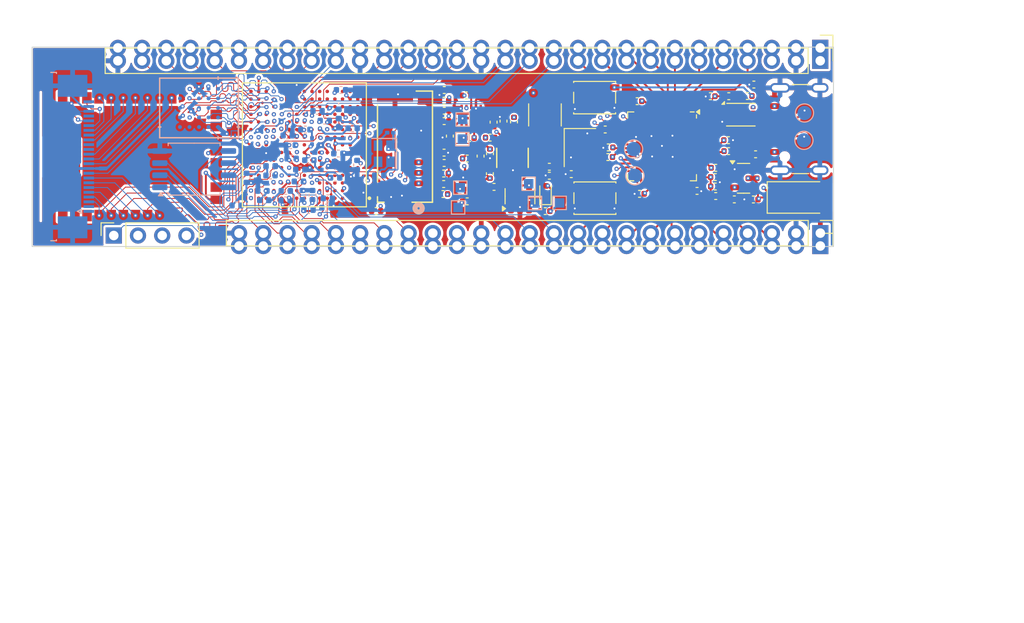
<source format=kicad_pcb>
(kicad_pcb (version 20240108) (generator "pcbnew") (generator_version "8.0")
  (layers (0 "F.Cu" signal) (1 "In1.Cu" signal) (2 "In2.Cu" signal) (3 "In3.Cu" signal) (4 "In4.Cu" signal) (31 "B.Cu" signal) (34 "B.Paste" user) (35 "F.Paste" user) (36 "B.SilkS" user "B.Silkscreen") (37 "F.SilkS" user "F.Silkscreen") (38 "B.Mask" user) (39 "F.Mask" user) (44 "Edge.Cuts" user))
  (net 0 "")
  (net 1 "GND")
  (net 2 "+3V3")
  (net 3 "SPI-D1")
  (net 4 "SPI-CLK")
  (net 5 "SPI-D2")
  (net 6 "SPI-D0")
  (net 7 "SPI-D3")
  (net 8 "SPI-CS")
  (net 9 "33.33Mhz")
  (net 10 "Net-(X1-Vcc)")
  (net 11 "+1V0")
  (net 12 "+1V8")
  (net 13 "GNDA")
  (net 14 "VCCQ")
  (net 15 "Net-(D1-K)")
  (net 16 "Net-(D2-K)")
  (net 17 "MIO7")
  (net 18 "Net-(U1-FB)")
  (net 19 "Net-(U2-FB)")
  (net 20 "Net-(TP2-Pin_1)")
  (net 21 "Net-(TP1-Pin_1)")
  (net 22 "~{RST}")
  (net 23 "Net-(U4-SENSE)")
  (net 24 "POR_B")
  (net 25 "Net-(U3A-INIT_B_0)")
  (net 26 "Net-(U3A-PROGRAM_B_0)")
  (net 27 "Net-(U3A-DONE_0)")
  (net 28 "Net-(U3D-PS_MIO8_500)")
  (net 41 "Net-(C1-Pad1)")
  (net 47 "Net-(R23-Pad2)")
  (net 65 "MIO32")
  (net 69 "MIO33")
  (net 91 "MIO29")
  (net 95 "MIO30")
  (net 96 "MIO31")
  (net 97 "MIO28")
  (net 98 "RAM_DQ6")
  (net 99 "~{RAM_CS0}")
  (net 100 "RAM_DQ7")
  (net 101 "RAM_CLK")
  (net 102 "RAM_DQ0")
  (net 103 "RAM_DQ5")
  (net 104 "~{RAM_RST}")
  (net 105 "RAM_DQ2")
  (net 106 "~{RAM_CLK}")
  (net 107 "RAM_DQ4")
  (net 108 "RAM_DQ1")
  (net 109 "RAM_DQ3")
  (net 110 "RWDS")
  (net 111 "IO5P")
  (net 112 "IO10P")
  (net 118 "VBUS0")
  (net 119 "GPIO19")
  (net 120 "Net-(USB_C_ESP1-CC1)")
  (net 121 "Net-(USB_C_ESP1-CC2)")
  (net 122 "GPIO15")
  (net 123 "GPIO14")
  (net 124 "GPIO12")
  (net 125 "GPIO13")
  (net 126 "GPIO17")
  (net 127 "GPIO16")
  (net 130 "+3.3VA")
  (net 131 "Net-(U11-LX)")
  (net 132 "USB_D+0")
  (net 133 "USB_D-0")
  (net 134 "Net-(TP11-Pin_1)")
  (net 135 "IO2N")
  (net 136 "Net-(D3-K)")
  (net 138 "Net-(R18-Pad1)")
  (net 139 "Net-(R19-Pad1)")
  (net 140 "Net-(U9-XIN)")
  (net 141 "Net-(U9-XOUT)")
  (net 142 "+1V1")
  (net 143 "QSPI_SS")
  (net 144 "QSPI_SD0")
  (net 145 "QSPI_SD1")
  (net 146 "QSPI_SD2")
  (net 147 "QSPI_SCLK")
  (net 148 "QSPI_SD3")
  (net 149 "/Peripheral/RUN")
  (net 150 "Net-(J2-Pad1)")
  (net 151 "GPIO6")
  (net 152 "GPIO3")
  (net 153 "GPIO5")
  (net 154 "GPIO4")
  (net 155 "GPIO7")
  (net 156 "GPIO2")
  (net 157 "GPIO0")
  (net 158 "GPIO1")
  (net 159 "GPIO23")
  (net 160 "GPIO25")
  (net 161 "GPIO26")
  (net 162 "GPIO28")
  (net 163 "GPIO29")
  (net 164 "GPIO27")
  (net 165 "GPIO22")
  (net 166 "GPIO24")
  (net 167 "/Peripheral/SWCLK")
  (net 168 "/Peripheral/SWD")
  (net 169 "GPIO11")
  (net 170 "GPIO18")
  (net 171 "GPIO20")
  (net 172 "GPIO8")
  (net 173 "GPIO10")
  (net 174 "GPIO9")
  (net 175 "GPIO21")
  (net 176 "+2V8")
  (net 177 "+1V2")
  (net 181 "IO3N")
  (net 182 "IO4P")
  (net 188 "IO5N")
  (net 189 "AIO3P")
  (net 190 "unconnected-(U10-VBAT-Pad9)")
  (net 191 "AIO5P")
  (net 192 "AIO3N")
  (net 193 "MIO39")
  (net 194 "AIO5N")
  (net 196 "MIO34")
  (net 197 "IO3P")
  (net 202 "IO24N")
  (net 203 "IO19N")
  (net 204 "IO21P")
  (net 205 "IO21N")
  (net 206 "IO20P")
  (net 207 "IO23P")
  (net 208 "IO22N")
  (net 209 "IO24P")
  (net 210 "IO20N")
  (net 211 "IO23N")
  (net 212 "IO22P")
  (net 213 "IO13P")
  (net 214 "IO16N")
  (net 215 "MIO9")
  (net 216 "MIO13")
  (net 217 "MIO10")
  (net 219 "+5VD")
  (net 220 "MIO48")
  (net 221 "MIO52")
  (net 222 "MIO53")
  (net 223 "MIO37")
  (net 224 "MIO35")
  (net 225 "MIO36")
  (net 226 "IO11P")
  (net 227 "IO12P")
  (net 228 "IO12N")
  (net 229 "IO11N")
  (net 230 "IO4N")
  (net 231 "IO15N")
  (net 232 "IO18N")
  (net 233 "MIO11")
  (net 234 "MIO14")
  (net 235 "IO1N")
  (net 236 "AIO8N")
  (net 237 "AIO0N")
  (footprint "Capacitor_SMD:C_0402_1005Metric" (layer "F.Cu") (at 118.165 48.414999 180)
    (property "Reference" "R10" (hide yes))
    (property "Value" "20k" (hide yes))
  )
  (footprint "Capacitor_SMD:C_0402_1005Metric" (layer "F.Cu") (at 139.87 54)
    (property "Reference" "C31" (hide yes))
    (property "Value" "4.7uF" (hide yes))
  )
  (footprint "Capacitor_SMD:C_0402_1005Metric" (layer "F.Cu") (at 124.38 52.41)
    (property "Reference" "R36" (hide yes))
    (property "Value" "20k" (hide yes))
  )
  (footprint "Capacitor_SMD:C_0402_1005Metric" (layer "F.Cu") (at 120.675 46.764999 90)
    (property "Reference" "R9" (hide yes))
    (property "Value" "10k" (hide yes))
  )
  (footprint "Capacitor_SMD:C_0402_1005Metric" (layer "F.Cu") (at 113.35 51.07 180)
    (property "Reference" "R26" (hide yes))
    (property "Value" "10k" (hide yes))
  )
  (footprint "Capacitor_SMD:C_0402_1005Metric" (layer "F.Cu") (at 113.95 48.25 90)
    (property "Reference" "C9" (hide yes))
    (property "Value" "22uF" (hide yes))
  )
  (footprint "Capacitor_SMD:C_0402_1005Metric" (layer "F.Cu") (at 113.34 44.55)
    (property "Reference" "C11" (hide yes))
    (property "Value" "22uF" (hide yes))
  )
  (footprint "Capacitor_SMD:C_0402_1005Metric" (layer "F.Cu") (at 115.764999 55.094999)
    (property "Reference" "R6" (hide yes))
    (property "Value" "10k" (hide yes))
  )
  (footprint "Capacitor_SMD:C_0402_1005Metric" (layer "F.Cu") (at 133.84 54.31 180)
    (property "Reference" "C32" (hide yes))
    (property "Value" "4.7uF" (hide yes))
  )
  (footprint "Capacitor_SMD:C_0402_1005Metric" (layer "F.Cu") (at 145.78 54.9)
    (property "Reference" "C36" (hide yes))
    (property "Value" "4.7uF" (hide yes))
  )
  (footprint "Package_DFN_QFN:QFN-56-1EP_7x7mm_P0.4mm_EP3.2x3.2mm" (layer "F.Cu") (at 136.2 49.33 -90)
    (property "Reference" "U9" (hide yes))
    (property "Value" "RP2040" (hide yes))
  )
  (footprint "Button_Switch_SMD:SW_SPST_PTS810" (layer "F.Cu") (at 129.16 54.76)
    (property "Reference" "J1" (hide yes))
    (property "Value" "Button" (hide yes))
  )
  (footprint "Capacitor_SMD:C_0402_1005Metric" (layer "F.Cu") (at 133.59 44.59 180)
    (property "Reference" "C35" (hide yes))
    (property "Value" "4.7uF" (hide yes))
  )
  (footprint "Capacitor_SMD:C_1812_4532Metric" (layer "F.Cu") (at 123.92 46.03 90)
    (property "Reference" "L1" (hide yes))
    (property "Value" "2.2uH" (hide yes))
  )
  (footprint "Capacitor_SMD:C_0402_1005Metric" (layer "F.Cu") (at 143.2 44.07)
    (property "Reference" "R37" (hide yes))
    (property "Value" "10k" (hide yes))
  )
  (footprint "Capacitor_SMD:C_0402_1005Metric" (layer "F.Cu") (at 106.22 56.11 180)
    (property "Reference" "R23" (hide yes))
    (property "Value" "10k" (hide yes))
  )
  (footprint "Capacitor_SMD:C_0402_1005Metric" (layer "F.Cu") (at 141.78 53.54)
    (property "Reference" "C30" (hide yes))
    (property "Value" "4.7uF" (hide yes))
  )
  (footprint "Connector_PinHeader_2.54mm:PinHeader_1x25_P2.54mm_Vertical" (layer "F.Cu") (at 152.8 58.43 -90)
    (property "Reference" "J4" (hide yes))
    (property "Value" "Conn_01x25_MountingPin" (hide yes))
  )
  (footprint "Capacitor_SMD:C_0402_1005Metric" (layer "F.Cu") (at 143.78 54.89)
    (property "Reference" "C37" (hide yes))
    (property "Value" "4.7uF" (hide yes))
  )
  (footprint "Capacitor_SMD:C_0402_1005Metric" (layer "F.Cu") (at 123.95 56.12 180)
    (property "Reference" "R38" (hide yes))
    (property "Value" "10k" (hide yes))
  )
  (footprint "Sync_VT extras:225-LFBGA" (layer "F.Cu") (at 98.69 49.17 180)
    (property "Reference" "U3" (hide yes))
    (property "Value" "XC7Z010-1CLG225I" (hide yes))
  )
  (footprint "Capacitor_SMD:C_0402_1005Metric" (layer "F.Cu") (at 113.34 49.99)
    (property "Reference" "C1" (hide yes))
    (property "Value" "22uF" (hide yes))
  )
  (footprint "Capacitor_SMD:C_0402_1005Metric" (layer "F.Cu") (at 118.58 53.58 180)
    (property "Reference" "R7" (hide yes))
    (property "Value" "10k" (hide yes))
  )
  (footprint "Capacitor_SMD:C_0402_1005Metric" (layer "F.Cu") (at 126.68 52.24 180)
    (property "Reference" "C3" (hide yes))
    (property "Value" "22pF" (hide yes))
  )
  (footprint "Capacitor_SMD:C_0402_1005Metric" (layer "F.Cu") (at 130.56 49.44 180)
    (property "Reference" "C34" (hide yes))
    (property "Value" "4.7uF" (hide yes))
  )
  (footprint "Connector_PinHeader_2.54mm:PinHeader_1x30_P2.54mm_Vertical" (layer "F.Cu") (at 152.79 40.35525 -90)
    (property "Reference" "J7" (hide yes))
    (property "Value" "Conn_01x30_MountingPin" (hide yes))
  )
  (footprint "Capacitor_SMD:C_0402_1005Metric" (layer "F.Cu") (at 146.01 50.16 180)
    (property "Reference" "R33" (hide yes))
    (property "Value" "10k" (hide yes))
  )
  (footprint "Diode_SMD:D_SMA" (layer "F.Cu") (at 150.74 54.69)
    (property "Reference" "D4" (hide yes))
    (property "Value" "SOD-523 General" (hide yes))
  )
  (footprint "Capacitor_SMD:C_0402_1005Metric" (layer "F.Cu") (at 113.35 46.68 180)
    (property "Reference" "R27" (hide yes))
    (property "Value" "10k" (hide yes))
  )
  (footprint "Capacitor_SMD:C_0402_1005Metric" (layer "F.Cu") (at 113.3 52.18 180)
    (property "Reference" "R25" (hide yes))
    (property "Value" "10k" (hide yes))
  )
  (footprint "Capacitor_SMD:C_0402_1005Metric" (layer "F.Cu") (at 115.675 43.989998 180)
    (property "Reference" "R1" (hide yes))
    (property "Value" "20k" (hide yes))
  )
  (footprint "Capacitor_SMD:C_0402_1005Metric" (layer "F.Cu") (at 118.155 50.094999 90)
    (property "Reference" "C12" (hide yes))
    (property "Value" "22uF" (hide yes))
  )
  (footprint "Capacitor_SMD:C_0402_1005Metric" (layer "F.Cu") (at 143.18 49.83)
    (property "Reference" "C29" (hide yes))
    (property "Value" "4.7uF" (hide yes))
  )
  (footprint "Package_SON:SON-8-1EP_3x2mm_P0.5mm_EP1.4x1.6mm" (layer "F.Cu") (at 144.4625 46.0075)
    (property "Reference" "FLASH1" (hide yes))
    (property "Value" "W25Q16JVUXIQ" (hide yes))
  )
  (footprint "Sync_VT extras:ECLGA-14_MPM3834C_MNP" (layer "F.Cu") (at 116.044999 52.869998 180)
    (property "Reference" "U2" (hide yes))
    (property "Value" "MPM3834CGPA-Z" (hide yes))
  )
  (footprint "Capacitor_SMD:C_0402_1005Metric" (layer "F.Cu") (at 113.3 53.28 180)
    (property "Reference" "R24" (hide yes))
    (property "Value" "10k" (hide yes))
  )
  (footprint "Capacitor_SMD:C_0402_1005Metric" (layer "F.Cu") (at 124.38 51.47 180)
    (property "Reference" "R35" (hide yes))
    (property "Value" "10k" (hide yes))
  )
  (footprint "Capacitor_SMD:C_0402_1005Metric" (layer "F.Cu") (at 141.27 44.07 180)
    (property "Reference" "C38" (hide yes))
    (property "Value" "4.7uF" (hide yes))
  )
  (footprint "Button_Switch_SMD:SW_SPST_PTS810" (layer "F.Cu") (at 129.13 44.22)
    (property "Reference" "J2" (hide yes))
    (property "Value" "Button" (hide yes))
  )
  (footprint "Connector_PinHeader_2.54mm:PinHeader_1x25_P2.54mm_Vertical" (layer "F.Cu") (at 152.8 59.78 -90)
    (property "Reference" "J5" (hide yes))
    (property "Value" "Conn_01x25_MountingPin" (hide yes))
  )
  (footprint "Capacitor_SMD:C_0402_1005Metric" (layer "F.Cu") (at 141.78 52.55)
    (property "Reference" "C33" (hide yes))
    (property "Value" "4.7uF" (hide yes))
  )
  (footprint "Capacitor_SMD:C_0402_1005Metric" (layer "F.Cu") (at 145.83 42.85 180)
    (property "Reference" "R34" (hide yes))
    (property "Value" "10k" (hide yes))
  )
  (footprint "Sync_VT extras:CONN12_47309-2651_MOL" (layer "F.Cu") (at 109.24 49.36 -90)
    (property "Reference" "U6" (hide yes))
    (property "Value" "0473092651" (hide yes))
  )
  (footprint "Capacitor_SMD:C_0402_1005Metric" (layer "F.Cu") (at 130.24 47.56)
    (property "Reference" "C2" (hide yes))
    (property "Value" "22pF" (hide yes))
  )
  (footprint "Connector_PinSocket_2.54mm:PinSocket_1x04_P2.54mm_Vertical" (layer "F.Cu") (at 78.7 58.68 90)
    (property "Reference" "J6" (hide yes))
    (property "Value" "Conn_01x04_MountingPin" (hide yes))
  )
  (footprint "Connector_PinHeader_2.54mm:PinHeader_1x30_P2.54mm_Vertical" (layer "F.Cu") (at 152.79 39 -90)
    (property "Reference" "J3" (hide yes))
    (property "Value" "Conn_01x30_MountingPin" (hide yes))
  )
  (footprint "Capacitor_SMD:C_0402_1005Metric" (layer "F.Cu") (at 143.16 48.68)
    (property "Reference" "C6" (hide yes))
    (property "Value" "4.7uF" (hide yes))
  )
  (footprint "Capacitor_SMD:C_0402_1005Metric" (layer "F.Cu") (at 118.145 52.194999 90)
    (property "Reference" "C8" (hide yes))
    (property "Value" "22uF" (hide yes))
  )
  (footprint "Capacitor_SMD:C_0402_1005Metric" (layer "F.Cu") (at 130.52 50.45 180)
    (property "Reference" "C4" (hide yes))
    (property "Value" "4.7uF" (hide yes))
  )
  (footprint "Capacitor_SMD:C_0402_1005Metric" (layer "F.Cu") (at 116.014998 48.459998)
    (property "Reference" "R4" (hide yes))
    (property "Value" "10k" (hide yes))
  )
  (footprint "Package_TO_SOT_SMD:SOT-23" (layer "F.Cu") (at 144.75 52.68)
    (property "Reference" "U8" (hide yes))
    (property "Value" "ZL6201A33S3" (hide yes))
  )
  (footprint "Capacitor_SMD:C_0402_1005Metric" (layer "F.Cu") (at 113.36 45.59 180)
    (property "Reference" "R28" (hide yes))
    (property "Value" "10k" (hide yes))
  )
  (footprint "Capacitor_SMD:C_0402_1005Metric" (layer "F.Cu") (at 113.36 43.42)
    (property "Reference" "R2" (hide yes))
    (property "Value" "30k" (hide yes))
  )
  (footprint "Capacitor_SMD:C_0402_1005Metric" (layer "F.Cu") (at 141.83 51.58)
    (property "Reference" "C7" (hide yes))
    (property "Value" "4.7uF" (hide yes))
  )
  (footprint "Capacitor_SMD:C_0402_1005Metric" (layer "F.Cu") (at 119.575 46.679998 90)
    (property "Reference" "R8" (hide yes))
    (property "Value" "20k" (hide yes))
  )
  (footprint "Crystal:Crystal_SMD_3225-4Pin_3.2x2.5mm" (layer "F.Cu") (at 127.59 49.46 -90)
    (property "Reference" "Y1" (hide yes))
    (property "Value" "3225-4P 12MHz" (hide yes))
  )
  (footprint "Capacitor_SMD:C_0402_1005Metric" (layer "F.Cu") (at 115.759999 50.604999 180)
    (property "Reference" "R3" (hide yes))
    (property "Value" "20k" (hide yes))
  )
  (footprint "Capacitor_SMD:C_0402_1005Metric" (layer "F.Cu") (at 113.23 54.33)
    (property "Reference" "C5" (hide yes))
    (property "Value" "22uF" (hide yes))
  )
  (footprint "Sync_VT extras:NanoS3" (layer "F.Cu") (at 89.55 44.145 180)
    (property "Reference" "U10" (hide yes))
    (property "Value" "NanoS3" (hide yes))
  )
  (footprint "Package_TO_SOT_SMD:SOT-23-5" (layer "F.Cu") (at 121.3 54.56 90)
    (property "Reference" "U11" (hide yes))
    (property "Value" "SC189ZULTRT-3v3" (hide yes))
  )
  (footprint "Capacitor_SMD:C_0402_1005Metric" (layer "F.Cu") (at 118.534998 46.789998 90)
    (property "Reference" "C10" (hide yes))
    (property "Value" "22uF" (hide yes))
  )
  (footprint "Sync_VT extras:ECLGA-14_MPM3834C_MNP" (layer "F.Cu") (at 116.184997 46.124997 180)
    (property "Reference" "U1" (hide yes))
    (property "Value" "MPM3834CGPA-Z" (hide yes))
  )
  (footprint "Connector_USB:USB_C_Receptacle_GCT_USB4105-xx-A_16P_TopMnt_Horizontal" (layer "F.Cu") (at 151.675 47.515 90)
    (property "Reference" "USB_C_ESP1" (hide yes))
    (property "Value" "USB_C_1" (hide yes))
  )
  (footprint "Capacitor_SMD:C_0402_1005Metric" (layer "F.Cu") (at 117.17 50.35 90)
    (property "Reference" "R5" (hide yes))
    (property "Value" "10k" (hide yes))
  )
  (footprint "Capacitor_SMD:C_0402_1005Metric" (layer "F.Cu") (at 141.83 54.54)
    (property "Reference" "C28" (hide yes))
    (property "Value" "4.7uF" (hide yes))
  )
  (footprint "Sync_VT extras:DBV6-L" (layer "F.Cu") (at 120.515 50.5347 90)
    (property "Reference" "U4" (hide yes))
    (property "Value" "TPS3106K33DBVR" (hide yes))
  )
  (footprint "Capacitor_SMD:C_0402_1005Metric" (layer "F.Cu") (at 145.15 44.05)
    (property "Reference" "R32" (hide yes))
    (property "Value" "10k" (hide yes))
  )
  (footprint "Diode_SMD:D_SOD-523" (layer "F.Cu") (at 123.98 54.1775 90)
    (property "Reference" "D3" (hide yes))
    (property "Value" "SOD-523 General" (hide yes))
  )
  (footprint "Capacitor_SMD:C_0402_1005Metric" (layer "B.Cu") (at 94.48 54.98)
    (property "Reference" "R40" (hide yes))
    (property "Value" "10k" (hide yes))
  )
  (footprint "TestPoint:TestPoint_Pad_D1.5mm" (layer "B.Cu") (at 133.35 52.41)
    (property "Reference" "TP9" (hide yes))
    (property "Value" "TestPoint" (hide yes))
  )
  (footprint "Capacitor_SMD:C_0402_1005Metric" (layer "B.Cu") (at 100.07 45.61 180)
    (property "Reference" "R11" (hide yes))
    (property "Value" "10k" (hide yes))
  )
  (footprint "Capacitor_SMD:C_0402_1005Metric" (layer "B.Cu") (at 101 55.76 180)
    (property "Reference" "R41" (hide yes))
    (property "Value" "DNP" (hide yes))
  )
  (footprint "Capacitor_SMD:C_0201_0603Metric" (layer "B.Cu") (at 100.51 51.47 90)
    (property "Reference" "FB1" (hide yes))
    (property "Value" "MPZ0603S121HT000" (hide yes))
  )
  (footprint "Capacitor_SMD:C_0402_1005Metric" (layer "B.Cu") (at 101.92 52.62 180)
    (property "Reference" "R12" (hide yes))
    (property "Value" "10k" (hide yes))
  )
  (footprint "Capacitor_SMD:C_0402_1005Metric" (layer "B.Cu") (at 101.15 54.78 180)
    (property "Reference" "R14" (hide yes))
    (property "Value" "20k" (hide yes))
  )
  (footprint "TestPoint:TestPoint_Pad_1.0x1.0mm" (layer "B.Cu") (at 114.81 55.73 180)
    (property "Reference" "TP1" (hide yes))
    (property "Value" "TP" (hide yes))
  )
  (footprint "Capacitor_SMD:C_0402_1005Metric" (layer "B.Cu") (at 98.11 53.01)
    (property "Reference" "R18" (hide yes))
    (property "Value" "10k" (hide yes))
  )
  (footprint "Capacitor_SMD:C_0402_1005Metric" (layer "B.Cu") (at 94.29 54 180)
    (property "Reference" "C25" (hide yes))
    (property "Value" "4.7uF" (hide yes))
  )
  (footprint "Capacitor_SMD:C_0402_1005Metric" (layer "B.Cu") (at 103.75 47.43)
    (property "Reference" "R13" (hide yes))
    (property "Value" "10k" (hide yes))
  )
  (footprint "Capacitor_SMD:C_0402_1005Metric" (layer "B.Cu") (at 96.74 54)
    (property "Reference" "R19" (hide yes))
    (property "Value" "10k" (hide yes))
  )
  (footprint "Capacitor_SMD:C_0402_1005Metric" (layer "B.Cu") (at 99.12 56)
    (property "Reference" "R21" (hide yes))
    (property "Value" "10k" (hide yes))
  )
  (footprint "Package_SO:SOIC-8_5.23x5.23mm_P1.27mm" (layer "B.Cu") (at 87.13 51.72)
    (property "Reference" "U5" (hide yes))
    (property "Value" "W25Q128JVS" (hide yes))
  )
  (footprint "TestPoint:TestPoint_Pad_1.0x1.0mm" (layer "B.Cu") (at 122.87 55.27 180)
    (property "Reference" "TP11" (hide yes))
    (property "Value" "TP" (hide yes))
  )
  (footprint "LED_SMD:LED_0402_1005Metric" (layer "B.Cu") (at 95.15 51.4)
    (property "Reference" "D2" (hide yes))
    (property "Value" "SML-P11UTT86" (hide yes))
  )
  (footprint "Capacitor_SMD:C_0402_1005Metric" (layer "B.Cu") (at 99.54 54.44 -90)
    (property "Reference" "R17" (hide yes))
    (property "Value" "10k" (hide yes))
  )
  (footprint "Capacitor_SMD:C_0402_1005Metric" (layer "B.Cu") (at 91.58 55.53)
    (property "Reference" "R42" (hide yes))
    (property "Value" "DNP" (hide yes))
  )
  (footprint "Capacitor_SMD:C_0402_1005Metric" (layer "B.Cu") (at 102.53 43.41)
    (property "Reference" "C16" (hide yes))
    (property "Value" "4.7uF" (hide yes))
  )
  (footprint "Oscillator:Oscillator_SMD_SeikoEpson_SG210-4Pin_2.5x2.0mm" (layer "B.Cu") (at 107.07 50.1 -90)
    (property "Reference" "X1" (hide yes))
    (property "Value" "SIT8008BI-73-XXS-33.333333" (hide yes))
  )
  (footprint "Capacitor_SMD:C_0402_1005Metric" (layer "B.Cu") (at 92.62 52.63 -90)
    (property "Reference" "C26" (hide yes))
    (property "Value" "4.7uF" (hide yes))
  )
  (footprint "Capacitor_SMD:C_0402_1005Metric" (layer "B.Cu") (at 100.83 46.63)
    (property "Reference" "C17" (hide yes))
    (property "Value" "4.7uF" (hide yes))
  )
  (footprint "Capacitor_SMD:C_0402_1005Metric" (layer "B.Cu") (at 96.71 55)
    (property "Reference" "R15" (hide yes))
    (property "Value" "10k" (hide yes))
  )
  (footprint "TestPoint:TestPoint_Pad_D1.5mm" (layer "B.Cu") (at 151.08 48.7 180)
    (property "Reference" "TP7" (hide yes))
    (property "Value" "TestPoint" (hide yes))
  )
  (footprint "TestPoint:TestPoint_Pad_1.0x1.0mm" (layer "B.Cu") (at 115.29 46.51 180)
    (property "Reference" "TP5" (hide yes))
    (property "Value" "TP" (hide yes))
  )
  (footprint "TestPoint:TestPoint_Pad_1.0x1.0mm" (layer "B.Cu") (at 122.21 53.25 180)
    (property "Reference" "TP3" (hide yes))
    (property "Value" "TP" (hide yes))
  )
  (footprint "Connector_FFC-FPC:TE_2-1734839-4_1x24-1MP_P0.5mm_Horizontal" (layer "B.Cu") (at 74.73 50.4 90)
    (property "Reference" "J8" (hide yes))
    (property "Value" "Conn_01x24_MountingPin" (hide yes))
  )
  (footprint "Capacitor_SMD:C_0402_1005Metric" (layer "B.Cu") (at 95.14 52.38 180)
    (property "Reference" "R22" (hide yes))
    (property "Value" "10k" (hide yes))
  )
  (footprint "Capacitor_SMD:C_0402_1005Metric" (layer "B.Cu") (at 98.26 51.76 180)
    (property "Reference" "R20" (hide yes))
    (property "Value" "20k" (hide yes))
  )
  (footprint "Capacitor_SMD:C_0402_1005Metric" (layer "B.Cu") (at 99.21 50.78 180)
    (property "Reference" "C18" (hide yes))
    (property "Value" "4.7uF" (hide yes))
  )
  (footprint "Sync_VT extras:PG-BGA-24-801" (layer "B.Cu") (at 87.64 45.3 -90)
    (property "Reference" "U7" (hide yes))
    (property "Value" "S80KS5123GABHA020" (hide yes))
  )
  (footprint "Capacitor_SMD:C_0402_1005Metric" (layer "B.Cu") (at 98.79 47.57)
    (property "Reference" "C24" (hide yes))
    (property "Value" "4.7uF" (hide yes))
  )
  (footprint "TestPoint:TestPoint_Pad_1.0x1.0mm" (layer "B.Cu") (at 115.26 48.57 180)
    (property "Reference" "TP2" (hide yes))
    (property "Value" "TP" (hide yes))
  )
  (footprint "Capacitor_SMD:C_0201_0603Metric" (layer "B.Cu") (at 99.49 48.8 90)
    (property "Reference" "FB2" (hide yes))
    (property "Value" "MPZ0603S121HT000" (hide yes))
  )
  (footprint "Capacitor_SMD:C_0402_1005Metric" (layer "B.Cu") (at 96.94 48.19)
    (property "Reference" "C22" (hide yes))
    (property "Value" "4.7uF" (hide yes))
  )
  (footprint "TestPoint:TestPoint_Pad_D1.5mm" (layer "B.Cu") (at 151.14 45.83 180)
    (property "Reference" "TP6" (hide yes))
    (property "Value" "TestPoint" (hide yes))
  )
  (footprint "TestPoint:TestPoint_Pad_D1.5mm" (layer "B.Cu") (at 133.22 49.61)
    (property "Reference" "TP8" (hide yes))
    (property "Value" "TestPoint" (hide yes))
  )
  (footprint "Capacitor_SMD:C_0402_1005Metric" (layer "B.Cu") (at 97.25 49.2 180)
    (property "Reference" "C15" (hide yes))
    (property "Value" "4.7uF" (hide yes))
  )
  (footprint "Capacitor_SMD:C_0201_0603Metric" (layer "B.Cu") (at 107.695 47.9 180)
    (property "Reference" "FB3" (hide yes))
    (property "Value" "MPZ0603S121HT000" (hide yes))
  )
  (footprint "TestPoint:TestPoint_Pad_1.0x1.0mm" (layer "B.Cu") (at 115.04 53.66 180)
    (property "Reference" "TP4" (hide yes))
    (property "Value" "TP" (hide yes))
  )
  (footprint "Capacitor_SMD:C_0402_1005Metric" (layer "B.Cu") (at 97.35 50.61 180)
    (property "Reference" "C20" (hide yes))
    (property "Value" "4.7uF" (hide yes))
  )
  (footprint "LED_SMD:LED_0402_1005Metric" (layer "B.Cu") (at 102.29 45.93 -90)
    (property "Reference" "D1" (hide yes))
    (property "Value" "SML-P11UTT86" (hide yes))
  )
  (footprint "Capacitor_SMD:C_0402_1005Metric" (layer "B.Cu") (at 104.22 51.28 -90)
    (property "Reference" "C14" (hide yes))
    (property "Value" "4.7uF" (hide yes))
  )
  (footprint "TestPoint:TestPoint_Pad_1.0x1.0mm" (layer "B.Cu") (at 125.46 55.26 180)
    (property "Reference" "TP10" (hide yes))
    (property "Value" "TP" (hide yes))
  )
  (footprint "Capacitor_SMD:C_0402_1005Metric" (layer "B.Cu") (at 106.54 52.38 180)
    (property "Reference" "C27" (hide yes))
    (property "Value" "4.7uF" (hide yes))
  )
  (footprint "Capacitor_SMD:C_0402_1005Metric" (layer "B.Cu") (at 98.49 54.44 -90)
    (property "Reference" "R16" (hide yes))
    (property "Value" "10k" (hide yes))
  )
  (footprint "Capacitor_SMD:C_0402_1005Metric" (layer "B.Cu") (at 102.25 50.08)
    (property "Reference" "C21" (hide yes))
    (property "Value" "4.7uF" (hide yes))
  )
  (gr_rect (start 70.14 38.92525) (end 154.18 59.83475) (stroke (width 0.1)) (fill none) (layer "Edge.Cuts"))
  (segment (start 116.239999 45.874997) (end 115.876122 45.874997) (width 0.2) (layer "F.Cu") (net 1))
  (segment (start 116.544998 51.455002) (end 117.425001 50.574999) (width 0.2) (layer "F.Cu") (net 1))
  (segment (start 89.79 47.25) (end 90.55 48.01) (width 0.2) (layer "F.Cu") (net 1))
  (segment (start 93.09 45.17) (end 93.352598 45.17) (width 0.09) (layer "F.Cu") (net 1))
  (segment (start 143.64 48.68) (end 143.64 49.81) (width 0.2) (layer "F.Cu") (net 1))
  (segment (start 143.7125 46.7575) (end 144.4625 46.0075) (width 0.2) (layer "F.Cu") (net 1))
  (segment (start 142.26 53.54) (end 142.26 53.09) (width 0.2) (layer "F.Cu") (net 1))
  (segment (start 131.529974 47.995) (end 131.864974 48.33) (width 0.2) (layer "F.Cu") (net 1))
  (segment (start 93.89 47.57) (end 94.27 47.19) (width 0.09) (layer "F.Cu") (net 1))
  (segment (start 115.044998 51.944999) (end 115.044998 52.294996) (width 0.2) (layer "F.Cu") (net 1))
  (segment (start 101.09 49.785183) (end 100.510912 49.206095) (width 0.2) (layer "F.Cu") (net 1))
  (segment (start 113.51 48.73) (end 113.18 48.4) (width 0.2) (layer "F.Cu") (net 1))
  (segment (start 116.684996 45.674995) (end 116.884998 45.874997) (width 0.2) (layer "F.Cu") (net 1))
  (segment (start 79.13 40.35525) (end 79.13 41.94) (width 0.2) (layer "F.Cu") (net 1))
  (segment (start 115.044998 52.294996) (end 115.344998 52.594996) (width 0.2) (layer "F.Cu") (net 1))
  (segment (start 77.55475 40.35525) (end 77.51 40.4) (width 0.2) (layer "F.Cu") (net 1))
  (segment (start 116.745 52.619998) (end 115.344998 52.619998) (width 0.2) (layer "F.Cu") (net 1))
  (segment (start 131.155 47.995) (end 131.529974 47.995) (width 0.2) (layer "F.Cu") (net 1))
  (segment (start 142.5175 46.7575) (end 142.51 46.75) (width 0.2) (layer "F.Cu") (net 1))
  (segment (start 102.749392 49.97) (end 102.78 50.000608) (width 0.2) (layer "F.Cu") (net 1))
  (segment (start 116.239999 45.874997) (end 115.484996 45.874997) (width 0.2) (layer "F.Cu") (net 1))
  (segment (start 144.26 54.89) (end 145.29 54.89) (width 0.2) (layer "F.Cu") (net 1))
  (segment (start 112.88 43.917484) (end 112.856222 43.941262) (width 0.2) (layer "F.Cu") (net 1))
  (segment (start 99.26 51.57) (end 97.89 51.57) (width 0.2) (layer "F.Cu") (net 1))
  (segment (start 116.249997 45.874997) (end 116.244998 45.869998) (width 0.2) (layer "F.Cu") (net 1))
  (segment (start 99.49 51.57) (end 99.26 51.57) (width 0.2) (layer "F.Cu") (net 1))
  (segment (start 116.684996 45.199998) (end 116.684996 45.37) (width 0.2) (layer "F.Cu") (net 1))
  (segment (start 97.09 47.57) (end 97.89 48.37) (width 0.2) (layer "F.Cu") (net 1))
  (segment (start 102.78 50.000608) (end 102.86 50.000608) (width 0.2) (layer "F.Cu") (net 1))
  (segment (start 93.352598 45.17) (end 93.772598 44.75) (width 0.09) (layer "F.Cu") (net 1))
  (segment (start 115.184996 45.199998) (end 115.079485 45.305509) (width 0.2) (layer "F.Cu") (net 1))
  (segment (start 118.145 51.714999) (end 118.145 50.584999) (width 0.2) (layer "F.Cu") (net 1))
  (segment (start 143.66 49.83) (end 143.66 48.7) (width 0.2) (layer "F.Cu") (net 1))
  (segment (start 103.49 44.37) (end 103.09 43.97) (width 0.2) (layer "F.Cu") (net 1))
  (segment (start 130.04 50.45) (end 130.04 49.48) (width 0.2) (layer "F.Cu") (net 1))
  (segment (start 117.425001 50.574999) (end 118.154978 50.574999) (width 0.2) (layer "F.Cu") (net 1))
  (segment (start 79.13 40.35525) (end 77.55475 40.35525) (width 0.2) (layer "F.Cu") (net 1))
  (segment (start 116.244998 45.869998) (end 116.239999 45.874997) (width 0.2) (layer "F.Cu") (net 1))
  (segment (start 95.689994 52.170006) (end 95.69 52.170006) (width 0.2) (layer "F.Cu") (net 1))
  (segment (start 112.88 43.42) (end 112.88 43.917484) (width 0.2) (layer "F.Cu") (net 1))
  (segment (start 116.544998 51.944999) (end 116.544998 51.455002) (width 0.2) (layer "F.Cu") (net 1))
  (segment (start 96.29 55.29) (end 96.43 55.43) (width 0.09) (layer "F.Cu") (net 1))
  (segment (start 101.09 49.97) (end 101.09 49.785183) (width 0.2) (layer "F.Cu") (net 1))
  (segment (start 116.884998 45.874997) (end 116.249997 45.874997) (width 0.2) (layer "F.Cu") (net 1))
  (segment (start 131.864974 48.33) (end 132.7625 48.33) (width 0.2) (layer "F.Cu") (net 1))
  (segment (start 101.09 53.17) (end 101.351629 53.17) (width 0.09) (layer "F.Cu") (net 1))
  (segment (start 116.684996 45.199998) (end 116.684996 45.674995) (width 0.2) (layer "F.Cu") (net 1))
  (segment (start 93.772598 44.75) (end 95.245114 44.75) (width 0.09) (layer "F.Cu") (net 1))
  (segment (start 101.51 53.328371) (end 101.51 55.316593) (width 0.09) (layer "F.Cu") (net 1))
  (segment (start 132.7625 48.33) (end 133.46 48.33) (width 0.2) (layer "F.Cu") (net 1))
  (segment (start 145.3825 50.16) (end 143.8125 51.73) (width 0.2) (layer "F.Cu") (net 1))
  (segment (start 95.49 52.37) (end 95.689994 52.170006) (width 0.2) (layer "F.Cu") (net 1))
  (segment (start 143.175 46.7575) (end 143.7125 46.7575) (width 0.2) (layer "F.Cu") (net 1))
  (segment (start 130.72 47.56) (end 131.155 47.995) (width 0.2) (layer "F.Cu") (net 1))
  (segment (start 79.13 41.94) (end 79.14 41.95) (width 0.2) (layer "F.Cu") (net 1))
  (segment (start 95.245114 44.75) (end 95.545986 44.449128) (width 0.09) (layer "F.Cu") (net 1))
  (segment (start 115.079485 45.305509) (end 115.079485 45.37) (width 0.2) (layer "F.Cu") (net 1))
  (segment (start 97.89 42.9) (end 97.88 42.89) (width 0.09) (layer "F.Cu") (net 1))
  (segment (start 113.95 48.73) (end 113.51 48.73) (width 0.2) (layer "F.Cu") (net 1))
  (segment (start 133.46 48.33) (end 133.47 48.34) (width 0.2) (layer "F.Cu") (net 1))
  (segment (start 96.29 54.77) (end 96.29 55.29) (width 0.09) (layer "F.Cu") (net 1))
  (segment (start 94.27 47.19) (end 95.870002 47.19) (width 0.09) (layer "F.Cu") (net 1))
  (segment (start 143.175 46.7575) (end 142.5175 46.7575) (width 0.2) (layer "F.Cu") (net 1))
  (segment (start 97.88 42.89) (end 97.88 43.56) (width 0.2) (layer "F.Cu") (net 1))
  (segment (start 119.455 46.239998) (end 118.604998 46.239998) (width 0.2) (layer "F.Cu") (net 1))
  (segment (start 100.510912 49.206095) (end 100.43 49.206095) (width 0.2) (layer "F.Cu") (net 1))
  (segment (start 115.876122 45.874997) (end 115.825811 45.824686) (width 0.2) (layer "F.Cu") (net 1))
  (segment (start 101.09 48.37) (end 101.09 48.546095) (width 0.2) (layer "F.Cu") (net 1))
  (segment (start 96.29 46.80316) (end 96.29 46.770002) (width 0.2) (layer "F.Cu") (net 1))
  (segment (start 95.870002 47.19) (end 96.29 46.770002) (width 0.09) (layer "F.Cu") (net 1))
  (segment (start 101.51 55.316593) (end 101.753407 55.56) (width 0.09) (layer "F.Cu") (net 1))
  (segment (start 101.351629 53.17) (end 101.51 53.328371) (width 0.09) (layer "F.Cu") (net 1))
  (segment (start 142.26 52.55) (end 142.26 53.09) (width 0.2) (layer "F.Cu") (net 1))
  (segment (start 101.09 48.546095) (end 100.43 49.206095) (width 0.2) (layer "F.Cu") (net 1))
  (via (at 103.09 43.97) (size 0.45) (drill 0.2) (layers "F.Cu" "B.Cu") (net 1))
  (via (at 93.09 53.16) (size 0.45) (drill 0.2) (layers "F.Cu" "B.Cu") (net 1))
  (via (at 90.55 48.01) (size 0.45) (drill 0.2) (layers "F.Cu" "B.Cu") (net 1))
  (via (at 98.61 53.99) (size 0.45) (drill 0.2) (layers "F.Cu" "B.Cu") (net 1))
  (via (at 126.09 52.24) (size 0.45) (drill 0.2) (layers "F.Cu" "B.Cu") (net 1))
  (via (at 101.34792 45.310539) (size 0.45) (drill 0.2) (layers "F.Cu" "B.Cu") (net 1))
  (via (at 131.205025 45.294975) (size 0.45) (drill 0.2) (layers "F.Cu" "B.Cu") (net 1))
  (via (at 116.684996 45.37) (size 0.45) (drill 0.2) (layers "F.Cu" "B.Cu") (net 1))
  (via (at 99.26 51.57) (size 0.45) (drill 0.2) (layers "F.Cu" "B.Cu") (net 1))
  (via (at 101.753407 55.56) (size 0.45) (drill 0.2) (layers "F.Cu" "B.Cu") (net 1))
  (via (at 142.51 46.75) (size 0.45) (drill 0.2) (layers "F.Cu" "B.Cu") (net 1))
  (via (at 94.67962 50.04) (size 0.45) (drill 0.2) (layers "F.Cu" "B.Cu") (net 1))
  (via (at 108.922345 54.497345) (size 0.45) (drill 0.2) (layers "F.Cu" "B.Cu") (net 1))
  (via (at 97.090001 50.770001) (size 0.45) (drill 0.2) (layers "F.Cu" "B.Cu") (net 1))
  (via (at 101.92 47.43) (size 0.45) (drill 0.2) (layers "F.Cu" "B.Cu") (net 1))
  (via (at 144.83 54.89) (size 0.45) (drill 0.2) (layers "F.Cu" "B.Cu") (net 1))
  (via (at 96.43 55.43) (size 0.45) (drill 0.2) (layers "F.Cu" "B.Cu") (net 1))
  (via (at 115.079485 45.37) (size 0.45) (drill 0.2) (layers "F.Cu" "B.Cu") (net 1))
  (via (at 118.154978 50.574999) (size 0.45) (drill 0.2) (layers "F.Cu" "B.Cu") (net 1))
  (via (at 101.09 46.81) (size 0.45) (drill 0.2) (layers "F.Cu" "B.Cu") (net 1))
  (via (at 135.09 48.25) (size 0.45) (drill 0.2) (layers "F.Cu" "B.Cu") (net 1))
  (via (at 140.78 44.1) (size 0.45) (drill 0.2) (layers "F.Cu" "B.Cu") (net 1))
  (via (at 104.883645 54.185) (size 0.45) (drill 0.2) (layers "F.Cu" "B.Cu") (net 1))
  (via (at 143.64 48.68) (size 0.45) (drill 0.2) (layers "F.Cu" "B.Cu") (net 1))
  (via (at 113.76 50) (size 0.45) (drill 0.2) (layers "F.Cu" "B.Cu") (net 1))
  (via (at 97.88 42.89) (size 0.45) (drill 0.2) (layers "F.Cu" "B.Cu") (net 1))
  (via (at 101.195196 51.379804) (size 0.45) (drill 0.2) (layers "F.Cu" "B.Cu") (net 1))
  (via (at 115.344998 52.594996) (size 0.45) (drill 0.2) (layers "F.Cu" "B.Cu") (net 1))
  (via (at 120.565 51.834999) (size 0.45) (drill 0.2) (layers "F.Cu" "B.Cu") (net 1))
  (via (at 99.389616 47.533383) (size 0.45) (drill 0.2) (layers "F.Cu" "B.Cu") (net 1))
  (via (at 137.29 48.21) (size 0.45) (drill 0.2) (layers "F.Cu" "B.Cu") (net 1))
  (via (at 102.86 50.000608) (size 0.45) (drill 0.2) (layers "F.Cu" "B.Cu") (net 1))
  (via (at 142.26 53.09) (size 0.45) (drill 0.2) (layers "F.Cu" "B.Cu") (net 1))
  (via (at 110.94 47.68) (size 0.45) (drill 0.2) (layers "F.Cu" "B.Cu") (net 1))
  (via (at 113.18 48.4) (size 0.45) (drill 0.2) (layers "F.Cu" "B.Cu") (net 1))
  (via (at 87.63 43.08) (size 0.45) (drill 0.2) (layers "F.Cu" "B.Cu") (net 1))
  (via (at 96.29 46.770002) (size 0.45) (drill 0.2) (layers "F.Cu" "B.Cu") (net 1))
  (via (at 135.16 50.39) (size 0.45) (drill 0.2) (layers "F.Cu" "B.Cu") (net 1))
  (via (at 86.806573 45.654274) (size 0.45) (drill 0.2) (layers "F.Cu" "B.Cu") (net 1))
  (via (at 108.509593 43.87) (size 0.45) (drill 0.2) (layers "F.Cu" "B.Cu") (net 1))
  (via (at 121.3 55.697496) (size 0.45) (drill 0.2) (layers "F.Cu" "B.Cu") (net 1))
  (via (at 127.06 45.41) (size 0.45) (drill 0.2) (layers "F.Cu" "B.Cu") (net 1))
  (via (at 133.47 48.34) (size 0.45) (drill 0.2) (layers "F.Cu" "B.Cu") (net 1))
  (via (at 123.99 52.38) (size 0.45) (drill 0.2) (layers "F.Cu" "B.Cu") (net 1))
  (via (at 119.19 46.239998) (size 0.45) (drill 0.2) (layers "F.Cu" "B.Cu") (net 1))
  (via (at 145.35 42.85) (size 0.45) (drill 0.2) (layers "F.Cu" "B.Cu") (net 1))
  (via (at 126.65 50.49) (size 0.45) (drill 0.2) (layers "F.Cu" "B.Cu") (net 1))
  (via (at 137.31 50.43) (size 0.45) (drill 0.2) (layers "F.Cu" "B.Cu") (net 1))
  (via (at 100.43 49.206095) (size 0.45) (drill 0.2) (layers "F.Cu" "B.Cu") (net 1))
  (via (at 136.19 49.28) (size 0.45) (drill 0.2) (layers "F.Cu" "B.Cu") (net 1))
  (via (at 103.57 52.51) (size 0.45) (drill 0.2) (layers "F.Cu" "B.Cu") (net 1))
  (via (at 107.521235 50.490016) (size 0.45) (drill 0.2) (layers "F.Cu" "B.Cu") (net 1))
  (via (at 95.69 52.170006) (size 0.45) (drill 0.2) (layers "F.Cu" "B.Cu") (net 1))
  (via (at 130.04 49.48) (size 0.45) (drill 0.2) (layers "F.Cu" "B.Cu") (net 1))
  (via (at 127.05 55.845) (size 0.45) (drill 0.2) (layers "F.Cu" "B.Cu") (net 1))
  (via (at 95.545986 44.449128) (size 0.45) (drill 0.2) (layers "F.Cu" "B.Cu") (net 1))
  (via (at 143.8125 51.73) (size 0.45) (drill 0.2) (layers "F.Cu" "B.Cu") (net 1))
  (via (at 133.32 54.31) (size 0.45) (drill 0.2) (layers "F.Cu" "B.Cu") (net 1))
  (via (at 97.907867 48.26) (size 0.45) (drill 0.2) (layers "F.Cu" "B.Cu") (net 1))
  (via (at 128.362304 47.972304) (size 0.45) (drill 0.2) (layers "F.Cu" "B.Cu") (net 1))
  (via (at 97.09 49.2) (size 0.45) (drill 0.2) (layers "F.Cu" "B.Cu") (net 1))
  (via (at 140.31 54.03) (size 0.45) (drill 0.2) (layers "F.Cu" "B.Cu") (net 1))
  (via (at 93.772305 47.687697) (size 0.45) (drill 0.2) (layers "F.Cu" "B.Cu") (net 1))
  (via (at 107.785957 54.639435) (size 0.45) (drill 0.2) (layers "F.Cu" "B.Cu") (net 1))
  (via (at 112.856222 43.941262) (size 0.45) (drill 0.2) (layers "F.Cu" "B.Cu") (net 1))
  (via (at 98.859179 46.019469) (size 0.45) (drill 0.2) (layers "F.Cu" "B.Cu") (net 1))
  (via (at 131.21 55.845) (size 0.45) (drill 0.2) (layers "F.Cu" "B.Cu") (net 1))
  (segment (start 75.38 45.15) (end 74.38 44.15) (width 0.2) (layer "B.Cu") (net 1))
  (segment (start 103.57 52.41) (end 103.57 52.51) (width 0.2) (layer "B.Cu") (net 1))
  (segment (start 98.74 51.76) (end 99.07 51.76) (width 0.2) (layer "B.Cu") (net 1))
  (segment (start 93.0822 53.1222) (end 93.07 53.11) (width 0.2) (layer "B.Cu") (net 1))
  (segment (start 106.784576 51.75) (end 107.08 51.75) (width 0.2) (layer "B.Cu") (net 1))
  (segment (start 90.35 48.01) (end 90.55 48.01) (width 0.09) (layer "B.Cu") (net 1))
  (segment (start 86.64 45.487701) (end 86.806573 45.654274) (width 0.09) (layer "B.Cu") (net 1))
  (segment (start 99.07 51.76) (end 99.26 51.57) (width 0.2) (layer "B.Cu") (net 1))
  (segment (start 106.154576 52.38) (end 106.784576 51.75) (width 0.2) (layer "B.Cu") (net 1))
  (segment (start 93.07 53.11) (end 92.62 53.11) (width 0.2) (layer "B.Cu") (net 1))
  (segment (start 96.23 55) (end 96.23 55.23) (width 0.09) (layer "B.Cu") (net 1))
  (segment (start 86.64 45.3) (end 86.64 45.487701) (width 0.09) (layer "B.Cu") (net 1))
  (segment (start 97.42 48.19) (end 97.837867 48.19) (width 0.2) (layer "B.Cu") (net 1))
  (segment (start 76.08 45.15) (end 75.38 45.15) (width 0.2) (layer "B.Cu") (net 1))
  (segment (start 99.480001 47.623768) (end 99.389616 47.533383) (width 0.2) (layer "B.Cu") (net 1))
  (segment (start 87.64 43.3) (end 87.64 43.09) (width 0.09) (layer "B.Cu") (net 1))
  (segment (start 74.38 44.15) (end 74.38 42.98) (width 0.2) (layer "B.Cu") (net 1))
  (segment (start 92.615038 54.014962) (end 92.615038 53.114962) (width 0.2) (layer "B.Cu") (net 1))
  (segment (start 96.23 55.23) (end 96.43 55.43) (width 0.09) (layer "B.Cu") (net 1))
  (segment (start 89.64 47.3) (end 90.35 48.01) (width 0.09) (layer "B.Cu") (net 1))
  (segment (start 107.08 51.75) (end 107.72 51.11) (width 0.2) (layer "B.Cu") (net 1))
  (segment (start 97.837867 48.19) (end 97.907867 48.26) (width 0.2) (layer "B.Cu") (net 1))
  (segment (start 98.66 54.04) (end 99.47 54.04) (width 0.2) (layer "B.Cu") (net 1))
  (segment (start 99.480001 48.470001) (end 99.480001 47.623768) (width 0.2) (layer "B.Cu") (net 1))
  (segment (start 103.09 43.97) (end 103.09 43.49) (width 0.2) (layer "B.Cu") (net 1))
  (segment (start 87.64 43.09) (end 87.63 43.08) (width 0.09) (layer "B.Cu") (net 1))
  (segment (start 91.1 55.53) (end 92.615038 54.014962) (width 0.2) (layer "B.Cu") (net 1))
  (segment (start 104.22 51.76) (end 103.57 52.41) (width 0.2) (layer "B.Cu") (net 1))
  (segment (start 101.68 55.56) (end 101.753407 55.56) (width 0.09) (layer "B.Cu") (net 1))
  (segment (start 100.34 50.654039) (end 100.34 50.55) (width 0.2) (layer "F.Cu") (net 2))
  (segment (start 92.953329 49.17) (end 92.614785 48.831456) (width 0.2) (layer "F.Cu") (net 2))
  (segment (start 101.89 48.960479) (end 101.96678 49.037259) (width 0.2) (layer "F.Cu") (net 2))
  (segment (start 88.65 54.87) (end 88.36 54.58) (width 0.2) (layer "F.Cu") (net 2))
  (segment (start 93.89 43.57) (end 93.89 42.169008) (width 0.2) (layer "F.Cu") (net 2))
  (segment (start 99.228371 44.37) (end 98.848371 44.75) (width 0.09) (layer "F.Cu") (net 2))
  (segment (start 118.905423 47.809998) (end 119.564999 48.469574) (width 0.2) (layer "F.Cu") (net 2))
  (segment (start 96.905183 53.17) (end 97.09 53.17) (width 0.2) (layer "F.Cu") (net 2))
  (segment (start 120.669842 54.335) (end 121.582342 53.4225) (width 0.2) (layer "F.Cu") (net 2))
  (segment (start 98.848371 44.75) (end 97.51 44.75) (width 0.09) (layer "F.Cu") (net 2))
  (segment (start 113.83 45.6) (end 113.83 46.15) (width 0.2) (layer "F.Cu") (net 2))
  (segment (start 93.89 42.169008) (end 93.918599 42.140409) (width 0.2) (layer "F.Cu") (net 2))
  (segment (start 113.83 52.12) (end 113.83 53.23) (width 0.2) (layer "F.Cu") (net 2))
  (segment (start 98.31 47.19) (end 98.69 47.57) (width 0.09) (layer "F.Cu") (net 2))
  (segment (start 101.89 49.114039) (end 101.96678 49.037259) (width 0.2) (layer "F.Cu") (net 2))
  (segment (start 118.1 53.58) (end 118.855 54.335) (width 0.2) (layer "F.Cu") (net 2))
  (segment (start 101.89 49.97) (end 101.89 49.114039) (width 0.2) (layer "F.Cu") (net 2))
  (segment (start 97.732598 47.19) (end 98.31 47.19) (width 0.09) (layer "F.Cu") (net 2))
  (segment (start 100.29 50.704039) (end 100.34 50.654039) (width 0.2) (layer "F.Cu") (net 2))
  (segment (start 101.89 48.37) (end 101.89 48.960479) (width 0.2) (layer "F.Cu") (net 2))
  (segment (start 89.45 54.87) (end 88.65 54.87) (width 0.2) (layer "F.Cu") (net 2))
  (segment (start 106.7 55.606308) (end 106.683692 55.59) (width 0.2) (layer "F.Cu") (net 2))
  (segment (start 93.09 49.17) (end 92.953329 49.17) (width 0.2) (layer "F.Cu") (net 2))
  (segment (start 97.51 45.59) (end 97.51 46.967402) (width 0.09) (layer "F.Cu") (net 2))
  (segment (start 99.3757 56.107473) (end 98.584777 56.107473) (width 0.2) (layer "F.Cu") (net 2))
  (segment (start 121.582342 53.4225) (end 122.249988 53.4225) (width 0.2) (layer "F.Cu") (net 2))
  (segment (start 113.83 51.07) (end 113.83 52.12) (width 0.2) (layer "F.Cu") (net 2))
  (segment (start 97.09 45.17) (end 97.51 45.59) (width 0.09) (layer "F.Cu") (net 2))
  (segment (start 99.49 44.37) (end 99.228371 44.37) (width 0.09) (layer "F.Cu") (net 2))
  (segment (start 96.29 53.97) (end 96.29 53.785183) (width 0.2) (layer "F.Cu") (net 2))
  (segment (start 97.51 44.75) (end 97.09 45.17) (width 0.09) (layer "F.Cu") (net 2))
  (segment (start 88.36 54.58) (end 88.36 52.11) (width 0.2) (layer "F.Cu") (net 2))
  (segment (start 100.29 54.77) (end 100.29 55.193173) (width 0.2) (layer "F.Cu") (net 2))
  (segment (start 118.835 47.809998) (end 118.905423 47.809998) (width 0.2) (layer "F.Cu") (net 2))
  (segment (start 118.855 54.335) (end 120.669842 54.335) (width 0.2) (layer "F.Cu") (net 2))
  (segment (start 119.564999 48.469574) (end 119.564999 49.27105) (width 0.2) (layer "F.Cu") (net 2))
  (segment (start 113.83 46.68) (end 113.83 46.15) (width 0.2) (layer "F.Cu") (net 2))
  (segment (start 106.7 56.11) (end 106.7 55.606308) (width 0.2) (layer "F.Cu") (net 2))
  (segment (start 97.51 46.967402) (end 97.732598 47.19) (width 0.09) (layer "F.Cu") (net 2))
  (segment (start 96.29 53.785183) (end 96.905183 53.17) (width 0.2) (layer "F.Cu") (net 2))
  (segment (start 100.29 55.193173) (end 99.3757 56.107473) (width 0.2) (layer "F.Cu") (net 2))
  (via (at 107.521235 49.59) (size 0.45) (drill 0.2) (layers "F.Cu" "B.Cu") (net 2))
  (via (at 93.918599 42.140409) (size 0.45) (drill 0.2) (layers "F.Cu" "B.Cu") (net 2))
  (via (at 118.835 47.809998) (size 0.45) (drill 0.2) (layers "F.Cu" "B.Cu") (net 2))
  (via (at 88.62 43.05) (size 0.45) (drill 0.2) (layers "F.Cu" "B.Cu") (net 2))
  (via (at 96.975001 53.03) (size 0.45) (drill 0.2) (layers "F.Cu" "B.Cu") (net 2))
  (via (at 101.96678 49.037259) (size 0.45) (drill 0.2) (layers "F.Cu" "B.Cu") (net 2))
  (via (at 93.890002 51.570004) (size 0.45) (drill 0.2) (layers "F.Cu" "B.Cu") (net 2))
  (via (at 88.36 52.11) (size 0.45) (drill 0.2) (layers "F.Cu" "B.Cu") (net 2))
  (via (at 122.249988 53.4225) (size 0.45) (drill 0.2) (layers "F.Cu" "B.Cu") (net 2))
  (via (at 94.64 54) (size 0.45) (drill 0.2) (layers "F.Cu" "B.Cu") (net 2))
  (via (at 100.34 50.55) (size 0.45) (drill 0.2) (layers "F.Cu" "B.Cu") (net 2))
  (via (at 98.650001 47.60431) (size 0.45) (drill 0.2) (layers "F.Cu" "B.Cu") (net 2))
  (via (at 94.77174 45.806817) (size 0.45) (drill 0.2) (layers "F.Cu" "B.Cu") (net 2))
  (via (at 98.584777 56.107473) (size 0.45) (drill 0.2) (layers "F.Cu" "B.Cu") (net 2))
  (via (at 113.83 46.15) (size 0.45) (drill 0.2) (layers "F.Cu" "B.Cu") (net 2))
  (via (at 90.78 46.86) (size 0.45) (drill 0.2) (layers "F.Cu" "B.Cu") (net 2))
  (via (at 106.683692 55.59) (size 0.45) (drill 0.2) (layers "F.Cu" "B.Cu") (net 2))
  (via (at 103.898079 46.369999) (size 0.45) (drill 0.2) (layers "F.Cu" "B.Cu") (net 2))
  (via (at 122.71 43.73) (size 0.45) (drill 0.2) (layers "F.Cu" "B.Cu") (net 2))
  (via (at 92.614785 48.831456) (size 0.45) (drill 0.2) (layers "F.Cu" "B.Cu") (net 2))
  (via (at 95.392416 48.317671) (size 0.45) (drill 0.2) (layers "F.Cu" "B.Cu") (net 2))
  (via (at 99.351072 52.51) (size 0.45) (drill 0.2) (layers "F.Cu" "B.Cu") (net 2))
  (via (at 86.66 46.3) (size 0.45) (drill 0.2) (layers "F.Cu" "B.Cu") (net 2))
  (via (at 96.290002 50.770001) (size 0.45) (drill 0.2) (layers "F.Cu" "B.Cu") (net 2))
  (via (at 113.83 52.12) (size 0.45) (drill 0.2) (layers "F.Cu" "B.Cu") (net 2))
  (via (at 117.685 48.415039) (size 0.45) (drill 0.2) (layers "F.Cu" "B.Cu") (net 2))
  (segment (start 90.74 46.770093) (end 90.74 46.8) (width 0.09) (layer "B.Cu") (net 2))
  (segment (start 108.46 49.99) (end 107.72 49.25) (width 0.2) (layer "B.Cu") (net 2))
  (segment (start 101.134576 52.06) (end 100.859576 52.335) (width 0.2) (layer "B.Cu") (net 2))
  (segment (start 100.859576 52.335) (end 99.526072 52.335) (width 0.2) (layer "B.Cu") (net 2))
  (segment (start 93.516977 52.255) (end 93.890002 51.881975) (width 0.2) (layer "B.Cu") (net 2))
  (segment (start 104.23 48.421765) (end 103.614506 49.037259) (width 0.2) (layer "B.Cu") (net 2))
  (segment (start 104.23 47.43) (end 103.575 46.775) (width 0.2) (layer "B.Cu") (net 2))
  (segment (start 90.269907 46.3) (end 90.74 46.770093) (width 0.09) (layer "B.Cu") (net 2))
  (segment (start 104.23 47.43) (end 104.23 48.421765) (width 0.2) (layer "B.Cu") (net 2))
  (segment (start 88.64 43.07) (end 88.62 43.05) (width 0.09) (layer "B.Cu") (net 2))
  (segment (start 108.46 51.71) (end 108.46 49.99) (width 0.2) (layer "B.Cu") (net 2))
  (segment (start 94.61 54.37) (end 94.61 54) (width 0.2) (layer "B.Cu") (net 2))
  (segment (start 89.64 46.3) (end 90.269907 46.3) (width 0.09) (layer "B.Cu") (net 2))
  (segment (start 103.898079 46.451921) (end 103.575 46.775) (width 0.2) (layer "B.Cu") (net 2))
  (segment (start 102.4 52.62) (end 101.84 52.06) (width 0.2) (layer "B.Cu") (net 2))
  (segment (start 103.614506 49.037259) (end 101.96678 49.037259) (width 0.2) (layer "B.Cu") (net 2))
  (segment (start 99.526072 52.335) (end 99.351072 52.51) (width 0.2) (layer "B.Cu") (net 2))
  (segment (start 88.64 43.3) (end 88.64 43.07) (width 0.09) (layer "B.Cu") (net 2))
  (segment (start 103.575 46.775) (end 102.65 46.775) (width 0.2) (layer "B.Cu") (net 2))
  (segment (start 94 54.98) (end 94.61 54.37) (width 0.2) (layer "B.Cu") (net 2))
  (segment (start 102.65 46.775) (end 102.29 46.415) (width 0.2) (layer "B.Cu") (net 2))
  (segment (start 108.401587 51.768413) (end 108.46 51.71) (width 0.2) (layer "B.Cu") (net 2))
  (segment (start 108.015 48.955) (end 108.015 47.9) (width 0.2) (layer "B.Cu") (net 2))
  (segment (start 92.725 52.255) (end 93.516977 52.255) (width 0.2) (layer "B.Cu") (net 2))
  (segment (start 89.875 53.625) (end 88.36 52.11) (width 0.2) (layer "B.Cu") (net 2))
  (segment (start 90.73 53.625) (end 89.875 53.625) (width 0.2) (layer "B.Cu") (net 2))
  (segment (start 107.02 52.304974) (end 107.556561 51.768413) (width 0.2) (layer "B.Cu") (net 2))
  (segment (start 101.84 52.06) (end 101.134576 52.06) (width 0.2) (layer "B.Cu") (net 2))
  (segment (start 92.62 52.15) (end 92.725 52.255) (width 0.2) (layer "B.Cu") (net 2))
  (segment (start 103.898079 46.369999) (end 103.898079 46.451921) (width 0.2) (layer "B.Cu") (net 2))
  (segment (start 93.890002 51.881975) (end 93.890002 51.570004) (width 0.2) (layer "B.Cu") (net 2))
  (segment (start 107.556561 51.768413) (end 108.401587 51.768413) (width 0.2) (layer "B.Cu") (net 2))
  (segment (start 107.72 49.25) (end 108.098258 48.871742) (width 0.2) (layer "B.Cu") (net 2))
  (segment (start 99.49 55.23) (end 99.52 55.26) (width 0.09) (layer "F.Cu") (net 3))
  (segment (start 99.49 54.77) (end 99.49 55.23) (width 0.09) (layer "F.Cu") (net 3))
  (via (at 99.52 55.26) (size 0.45) (drill 0.2) (layers "F.Cu" "B.Cu") (net 3))
  (segment (start 83.53 52.355) (end 84.329999 52.355) (width 0.09) (layer "B.Cu") (net 3))
  (segment (start 84.329999 52.355) (end 89.084999 57.11) (width 0.09) (layer "B.Cu") (net 3))
  (segment (start 98.317642 57.11) (end 99.115 56.312642) (width 0.09) (layer "B.Cu") (net 3))
  (segment (start 89.084999 57.11) (end 98.317642 57.11) (width 0.09) (layer "B.Cu") (net 3))
  (segment (start 99.115 56.312642) (end 99.115 55.665) (width 0.09) (layer "B.Cu") (net 3))
  (segment (start 99.115 55.665) (end 99.52 55.26) (width 0.09) (layer "B.Cu") (net 3))
  (via (at 97.078205 54.727421) (size 0.45) (drill 0.2) (layers "F.Cu" "B.Cu") (net 4))
  (segment (start 96.054109 55.789501) (end 96.214608 55.95) (width 0.09) (layer "B.Cu") (net 4))
  (segment (start 97.19 55.527642) (end 97.19 55) (width 0.09) (layer "B.Cu") (net 4))
  (segment (start 91.516474 54.47) (end 90.309412 54.47) (width 0.09) (layer "B.Cu") (net 4))
  (segment (start 92.390593 56.129407) (end 92.730499 55.789501) (width 0.09) (layer "B.Cu") (net 4))
  (segment (start 97.017368 54.788258) (end 97.078205 54.727421) (width 0.09) (layer "B.Cu") (net 4))
  (segment (start 91.529999 51.085) (end 92.05 51.605001) (width 0.09) (layer "B.Cu") (net 4))
  (segment (start 90.1 54.679412) (end 90.1 55.53) (width 0.09) (layer "B.Cu") (net 4))
  (segment (start 90.699407 56.129407) (end 92.390593 56.129407) (width 0.09) (layer "B.Cu") (net 4))
  (segment (start 92.05 53.936474) (end 91.516474 54.47) (width 0.09) (layer "B.Cu") (net 4))
  (segment (start 90.73 51.085) (end 91.529999 51.085) (width 0.09) (layer "B.Cu") (net 4))
  (segment (start 90.309412 54.47) (end 90.1 54.679412) (width 0.09) (layer "B.Cu") (net 4))
  (segment (start 90.1 55.53) (end 90.699407 56.129407) (width 0.09) (layer "B.Cu") (net 4))
  (segment (start 96.767642 55.95) (end 97.19 55.527642) (width 0.09) (layer "B.Cu") (net 4))
  (segment (start 92.05 51.605001) (end 92.05 53.936474) (width 0.09) (layer "B.Cu") (net 4))
  (segment (start 96.214608 55.95) (end 96.767642 55.95) (width 0.09) (layer "B.Cu") (net 4))
  (segment (start 97.017368 54.827368) (end 97.017368 54.788258) (width 0.09) (layer "B.Cu") (net 4))
  (segment (start 92.730499 55.789501) (end 96.054109 55.789501) (width 0.09) (layer "B.Cu") (net 4))
  (segment (start 96.01 56.34297) (end 95.66347 56.6895) (width 0.09) (layer "F.Cu") (net 5))
  (segment (start 95.91 54.612598) (end 95.91 55.04) (width 0.09) (layer "F.Cu") (net 5))
  (segment (start 96.67 54.127402) (end 96.407402 54.39) (width 0.09) (layer "F.Cu") (net 5))
  (segment (start 95.91 55.04) (end 96.01 55.14) (width 0.09) (layer "F.Cu") (net 5))
  (segment (start 96.972598 53.55) (end 96.67 53.852598) (width 0.09) (layer "F.Cu") (net 5))
  (segment (start 96.01 55.14) (end 96.01 56.34297) (width 0.09) (layer "F.Cu") (net 5))
  (segment (start 96.407402 54.39) (end 96.132598 54.39) (width 0.09) (layer "F.Cu") (net 5))
  (segment (start 98.69 53.05) (end 98.19 53.55) (width 0.09) (layer "F.Cu") (net 5))
  (segment (start 98.19 53.55) (end 96.972598 53.55) (width 0.09) (layer "F.Cu") (net 5))
  (segment (start 96.67 53.852598) (end 96.67 54.127402) (width 0.09) (layer "F.Cu") (net 5))
  (segment (start 96.132598 54.39) (end 95.91 54.612598) (width 0.09) (layer "F.Cu") (net 5))
  (via (at 95.66347 56.6895) (size 0.45) (drill 0.2) (layers "F.Cu" "B.Cu") (net 5))
  (via (at 98.69 53.05) (size 0.45) (drill 0.2) (layers "F.Cu" "B.Cu") (net 5))
  (segment (start 84.329999 51.085) (end 83.53 51.085) (width 0.09) (layer "B.Cu") (net 5))
  (segment (start 93.4205 56.6895) (end 93.24 56.87) (width 0.09) (layer "B.Cu") (net 5))
  (segment (start 90.114999 56.87) (end 84.329999 51.085) (width 0.09) (layer "B.Cu") (net 5))
  (segment (start 95.66347 56.6895) (end 93.4205 56.6895) (width 0.09) (layer "B.Cu") (net 5))
  (segment (start 93.24 56.87) (end 90.114999 56.87) (width 0.09) (layer "B.Cu") (net 5))
  (segment (start 98.69 54.77) (end 98.69 55.25) (width 0.09) (layer "F.Cu") (net 6))
  (via (at 98.69 55.25) (size 0.45) (drill 0.2) (layers "F.Cu" "B.Cu") (net 6))
  (segment (start 89.919608 49.815) (end 87.84 51.894608) (width 0.09) (layer "B.Cu") (net 6))
  (segment (start 93.270499 56.269501) (end 95.855285 56.269501) (width 0.09) (layer "B.Cu") (net 6))
  (segment (start 90.73 49.815) (end 89.919608 49.815) (width 0.09) (layer "B.Cu") (net 6))
  (segment (start 87.84 54.09) (end 90.38 56.63) (width 0.09) (layer "B.Cu") (net 6))
  (segment (start 98.165 56.110392) (end 98.165 55.245) (width 0.09) (layer "B.Cu") (net 6))
  (segment (start 96.105784 56.52) (end 97.755392 56.52) (width 0.09) (layer "B.Cu") (net 6))
  (segment (start 90.38 56.63) (end 92.91 56.63) (width 0.09) (layer "B.Cu") (net 6))
  (segment (start 95.855285 56.269501) (end 96.105784 56.52) (width 0.09) (layer "B.Cu") (net 6))
  (segment (start 87.84 51.894608) (end 87.84 54.09) (width 0.09) (layer "B.Cu") (net 6))
  (segment (start 97.755392 56.52) (end 98.165 56.110392) (width 0.09) (layer "B.Cu") (net 6))
  (segment (start 98.165 55.245) (end 98.49 54.92) (width 0.09) (layer "B.Cu") (net 6))
  (segment (start 92.91 56.63) (end 93.270499 56.269501) (width 0.09) (layer "B.Cu") (net 6))
  (segment (start 97.89 54.77) (end 97.89 55.68) (width 0.09) (layer "F.Cu") (net 7))
  (segment (start 97.89 55.68) (end 97.65 55.92) (width 0.09) (layer "F.Cu") (net 7))
  (via (at 97.65 55.92) (size 0.45) (drill 0.2) (layers "F.Cu" "B.Cu") (net 7))
  (segment (start 89.840294 54.599706) (end 89.840294 55.609706) (width 0.09) (layer "B.Cu") (net 7))
  (segment (start 91.725 53.922062) (end 91.417062 54.23) (width 0.09) (layer "B.Cu") (net 7))
  (segment (start 92.710593 56.369407) (end 93.050499 56.029501) (width 0.09) (layer "B.Cu") (net 7))
  (segment (start 97.665 55.905) (end 97.65 55.92) (width 0.09) (layer "B.Cu") (net 7))
  (segment (start 93.050499 56.029501) (end 95.954697 56.029501) (width 0.09) (layer "B.Cu") (net 7))
  (segment (start 90.599995 56.369407) (end 92.710593 56.369407) (width 0.09) (layer "B.Cu") (net 7))
  (segment (start 96.115196 56.19) (end 97.38 56.19) (width 0.09) (layer "B.Cu") (net 7))
  (segment (start 95.954697 56.029501) (end 96.115196 56.19) (width 0.09) (layer "B.Cu") (net 7))
  (segment (start 97.22 54) (end 97.665 54.445) (width 0.09) (layer "B.Cu") (net 7))
  (segment (start 97.665 54.445) (end 97.665 55.905) (width 0.09) (layer "B.Cu") (net 7))
  (segment (start 91.529999 52.355) (end 91.725 52.550001) (width 0.09) (layer "B.Cu") (net 7))
  (segment (start 91.417062 54.23) (end 90.21 54.23) (width 0.09) (layer "B.Cu") (net 7))
  (segment (start 97.38 56.19) (end 97.65 55.92) (width 0.09) (layer "B.Cu") (net 7))
  (segment (start 91.725 52.550001) (end 91.725 53.922062) (width 0.09) (layer "B.Cu") (net 7))
  (segment (start 90.21 54.23) (end 89.840294 54.599706) (width 0.09) (layer "B.Cu") (net 7))
  (segment (start 89.840294 55.609706) (end 90.599995 56.369407) (width 0.09) (layer "B.Cu") (net 7))
  (segment (start 90.73 52.355) (end 91.529999 52.355) (width 0.09) (layer "B.Cu") (net 7))
  (segment (start 101.09 56.55) (end 100.955 56.685) (width 0.09) (layer "F.Cu") (net 8))
  (segment (start 101.09 54.77) (end 101.09 56.55) (width 0.09) (layer "F.Cu") (net 8))
  (via (at 100.955 56.685) (size 0.45) (drill 0.2) (layers "F.Cu" "B.Cu") (net 8))
  (segment (start 100.255 57.385) (end 100.955 56.685) (width 0.09) (layer "B.Cu") (net 8))
  (segment (start 87.29 57.385) (end 100.255 57.385) (width 0.09) (layer "B.Cu") (net 8))
  (segment (start 83.53 53.625) (end 87.29 57.385) (width 0.09) (layer "B.Cu") (net 8))
  (via (at 99.49 53.15) (size 0.45) (drill 0.2) (layers "F.Cu" "B.Cu") (net 9))
  (via (at 105.342304 52.902304) (size 0.45) (drill 0.2) (layers "F.Cu" "B.Cu") (net 9))
  (segment (start 105.342304 52.027696) (end 105.342304 52.902304) (width 0.2) (layer "B.Cu") (net 9))
  (segment (start 106.42 50.95) (end 105.342304 52.027696) (width 0.2) (layer "B.Cu") (net 9))
  (segment (start 106.42 48.855) (end 107.375 47.9) (width 0.2) (layer "B.Cu") (net 10))
  (segment (start 96.71 47.99) (end 96.71 47.094608) (width 0.09) (layer "F.Cu") (net 11))
  (segment (start 113.95 47.719154) (end 115.275811 46.393343) (width 0.2) (layer "F.Cu") (net 11))
  (segment (start 97.09 49.97) (end 97.89 50.77) (width 0.2) (layer "F.Cu") (net 11))
  (segment (start 115.184996 46.674997) (end 115.184996 47.049996) (width 0.2) (layer "F.Cu") (net 11))
  (segment (start 101.09 47.54) (end 101.08 47.53) (width 0.2) (layer "F.Cu") (net 11))
  (segment (start 115.484996 46.374997) (end 115.184996 46.674997) (width 0.2) (layer "F.Cu") (net 11))
  (segment (start 101.09 47.57) (end 101.09 47.54) (width 0.2) (layer "F.Cu") (net 11))
  (segment (start 96.71 47.094608) (end 96.888435 46.916173) (width 0.09) (layer "F.Cu") (net 11))
  (segment (start 97.09 48.37) (end 96.71 47.99) (width 0.09) (layer "F.Cu") (net 11))
  (via (at 115.275811 46.393343) (size 0.45) (drill 0.2) (layers "F.Cu" "B.Cu") (net 11))
  (via (at 97.89 50.77) (size 0.45) (drill 0.2) (layers "F.Cu" "B.Cu") (net 11))
  (via (at 115.464998 43.999998) (size 0.45) (drill 0.2) (layers "F.Cu" "B.Cu") (net 11))
  (via (at 115.684998 45.32) (size 0.45) (drill 0.2) (layers "F.Cu" "B.Cu") (net 11))
  (via (at 96.888435 46.916173) (size 0.45) (drill 0.2) (layers "F.Cu" "B.Cu") (net 11))
  (via (at 101.08 47.53) (size 0.45) (drill 0.2) (layers "F.Cu" "B.Cu") (net 11))
  (via (at 100.521923 49.978242) (size 0.45) (drill 0.2) (layers "F.Cu" "B.Cu") (net 11))
  (via (at 120.674999 46.285001) (size 0.45) (drill 0.2) (layers "F.Cu" "B.Cu") (net 11))
  (via (at 101.236314 49.212955) (size 0.45) (drill 0.2) (layers "F.Cu" "B.Cu") (net 11))
  (via (at 113.88 44.19) (size 0.45) (drill 0.2) (layers "F.Cu" "B.Cu") (net 11))
  (via (at 97.09 51.569998) (size 0.45) (drill 0.2) (layers "F.Cu" "B.Cu") (net 11))
  (segment (start 101.77 50.08) (end 101.77 49.746641) (width 0.2) (layer "B.Cu") (net 11))
  (segment (start 96.888435 47.532413) (end 96.888435 46.916173) (width 0.2) (layer "B.Cu") (net 11))
  (segment (start 96.345424 48.075424) (end 96.888435 47.532413) (width 0.2) (layer "B.Cu") (net 11))
  (segment (start 101.77 49.746641) (end 101.236314 49.212955) (width 0.2) (layer "B.Cu") (net 11))
  (segment (start 100.531119 51.303) (end 100.557 51.303) (width 0.2) (layer "F.Cu") (net 12))
  (segment (start 100.29 51.544119) (end 100.531119 51.303) (width 0.2) (layer "F.Cu") (net 12))
  (segment (start 97.89 47.57) (end 98.69 48.37) (width 0.2) (layer "F.Cu") (net 12))
  (segment (start 115.545 51.944999) (end 115.545 51.47) (width 0.2) (layer "F.Cu") (net 12))
  (segment (start 115.474998 51.399998) (end 115.455 51.399998) (width 0.2) (layer "F.Cu") (net 12))
  (segment (start 116.544998 49.34) (end 115.279999 50.604999) (width 0.2) (layer "F.Cu") (net 12))
  (segment (start 118.154999 49.614998) (end 117.880001 49.34) (width 0.2) (layer "F.Cu") (net 12))
  (segment (start 101.89 51.385183) (end 101.274817 50.77) (width 0.2) (layer "F.Cu") (net 12))
  (segment (start 103.02 46.3) (end 102.69 45.97) (width 0.2) (layer "F.Cu") (net 12))
  (segment (start 100.557 51.303) (end 101.09 50.77) (width 0.2) (layer "F.Cu") (net 12))
  (segment (start 117.880001 49.34) (end 116.544998 49.34) (width 0.2) (layer "F.Cu") (net 12))
  (segment (start 101.274817 50.77) (end 101.09 50.77) (width 0.2) (layer "F.Cu") (net 12))
  (segment (start 101.89 51.57) (end 101.89 51.385183) (width 0.2) (layer "F.Cu") (net 12))
  (segment (start 115.545 51.47) (end 115.474998 51.399998) (width 0.2) (layer "F.Cu") (net 12))
  (segment (start 115.344998 53.119998) (end 115.044998 53.419998) (width 0.2) (layer "F.Cu") (net 12))
  (segment (start 115.044998 53.419998) (end 115.044998 53.794997) (width 0.2) (layer "F.Cu") (net 12))
  (via (at 113.7 54.38) (size 0.45) (drill 0.2) (layers "F.Cu" "B.Cu") (net 12))
  (via (at 103.02 46.3) (size 0.45) (drill 0.2) (layers "F.Cu" "B.Cu") (net 12))
  (via (at 102.847696 53.72) (size 0.45) (drill 0.2) (layers "F.Cu" "B.Cu") (net 12))
  (via (at 103.490013 48.49) (size 0.45) (drill 0.2) (layers "F.Cu" "B.Cu") (net 12))
  (via (at 97.84 49.2) (size 0.45) (drill 0.2) (layers "F.Cu" "B.Cu") (net 12))
  (via (at 100.26 46.77) (size 0.45) (drill 0.2) (layers "F.Cu" "B.Cu") (net 12))
  (via (at 115.279997 50.604999) (size 0.45) (drill 0.2) (layers "F.Cu" "B.Cu") (net 12))
  (via (at 100.389053 48.433868) (size 0.45) (drill 0.2) (layers "F.Cu" "B.Cu") (net 12))
  (via (at 98.751076 48.26) (size 0.45) (drill 0.2) (layers "F.Cu" "B.Cu") (net 12))
  (via (at 101.86 43.71) (size 0.45) (drill 0.2) (layers "F.Cu" "B.Cu") (net 12))
  (via (at 115.455 51.399998) (size 0.45) (drill 0.2) (layers "F.Cu" "B.Cu") (net 12))
  (via (at 118.154999 49.614998) (size 0.45) (drill 0.2) (layers "F.Cu" "B.Cu") (net 12))
  (via (at 101.09 50.77) (size 0.45) (drill 0.2) (layers "F.Cu" "B.Cu") (net 12))
  (via (at 115.019998 53.794997) (size 0.45) (drill 0.2) (layers "F.Cu" "B.Cu") (net 12))
  (via (at 104.597696 51.097696) (size 0.45) (drill 0.2) (layers "F.Cu" "B.Cu") (net 12))
  (segment (start 100.45 51.15) (end 100.71 51.15) (width 0.2) (layer "B.Cu") (net 12))
  (segment (start 100.71 51.15) (end 101.09 50.77) (width 0.2) (layer "B.Cu") (net 12))
  (segment (start 99.49 49.17) (end 98.690196 49.969804) (width 0.2) (layer "F.Cu") (net 13))
  (segment (start 98.69 50.77) (end 99.079105 50.380895) (width 0.2) (layer "F.Cu") (net 13))
  (segment (start 99.079105 50.380895) (end 99.079105 50.358713) (width 0.2) (layer "F.Cu") (net 13))
  (segment (start 98.690196 49.969804) (end 99.079105 50.358713) (width 0.2) (layer "F.Cu") (net 13))
  (via (at 99.079105 50.358713) (size 0.45) (drill 0.2) (layers "F.Cu" "B.Cu") (net 13))
  (via (at 99.35 49.333995) (size 0.45) (drill 0.2) (layers "F.Cu" "B.Cu") (net 13))
  (segment (start 98.74 50.697818) (end 99.079105 50.358713) (width 0.2) (layer "B.Cu") (net 13))
  (via (at 99.655707 50.724288) (size 0.45) (drill 0.2) (layers "F.Cu" "B.Cu") (net 14))
  (segment (start 99.81 51.43) (end 99.81 50.878581) (width 0.2) (layer "B.Cu") (net 14))
  (segment (start 100.183 51.803) (end 99.81 51.43) (width 0.2) (layer "B.Cu") (net 14))
  (segment (start 100.45 51.803) (end 100.183 51.803) (width 0.2) (layer "B.Cu") (net 14))
  (segment (start 102.29 45.445) (end 101.970001 45.445) (width 0.2) (layer "B.Cu") (net 15))
  (segment (start 100.565001 45.935) (end 100.55 45.919999) (width 0.2) (layer "B.Cu") (net 15))
  (segment (start 100.55 45.919999) (end 100.55 45.61) (width 0.2) (layer "B.Cu") (net 15))
  (segment (start 101.480001 45.935) (end 100.565001 45.935) (width 0.2) (layer "B.Cu") (net 15))
  (segment (start 101.970001 45.445) (end 101.480001 45.935) (width 0.2) (layer "B.Cu") (net 15))
  (segment (start 94.79 52.38) (end 94.79 51.525) (width 0.2) (layer "B.Cu") (net 16))
  (via (at 97.87 52.3) (size 0.45) (drill 0.2) (layers "F.Cu" "B.Cu") (net 17))
  (segment (start 96.01 51.4) (end 95.635 51.4) (width 0.2) (layer "B.Cu") (net 17))
  (segment (start 96.91 52.3) (end 96.01 51.4) (width 0.2) (layer "B.Cu") (net 17))
  (segment (start 97.87 52.3) (end 97.87 51.85) (width 0.2) (layer "B.Cu") (net 17))
  (segment (start 97.87 52.3) (end 96.91 52.3) (width 0.2) (layer "B.Cu") (net 17))
  (segment (start 116.155 43.989998) (end 115.585002 43.42) (width 0.2) (layer "F.Cu") (net 18))
  (segment (start 115.585002 43.42) (end 113.84 43.42) (width 0.2) (layer "F.Cu") (net 18))
  (segment (start 116.184997 44.019995) (end 116.184997 45.199998) (width 0.2) (layer "F.Cu") (net 18))
  (segment (start 117.08 49.87) (end 116.345001 50.604999) (width 0.2) (layer "F.Cu") (net 19))
  (segment (start 116.044999 51.944999) (end 116.044999 50.639999) (width 0.2) (layer "F.Cu") (net 19))
  (segment (start 116.345001 50.604999) (end 116.239999 50.604999) (width 0.2) (layer "F.Cu") (net 19))
  (segment (start 117.17 49.87) (end 117.08 49.87) (width 0.2) (layer "F.Cu") (net 19))
  (segment (start 115.684998 47.049996) (end 115.684998 48.309998) (width 0.2) (layer "F.Cu") (net 20))
  (via (at 115.395 48.429998) (size 0.45) (drill 0.2) (layers "F.Cu" "B.Cu") (net 20))
  (segment (start 115.545 53.794997) (end 115.545 54.834998) (width 0.2) (layer "F.Cu") (net 21))
  (segment (start 115.545 54.834998) (end 115.284999 55.094999) (width 0.2) (layer "F.Cu") (net 21))
  (via (at 115.2 55.24) (size 0.45) (drill 0.2) (layers "F.Cu" "B.Cu") (net 21))
  (segment (start 114.81 55.63) (end 115.2 55.24) (width 0.2) (layer "B.Cu") (net 21))
  (segment (start 121.465001 51.989699) (end 120.9447 52.51) (width 0.2) (layer "F.Cu") (net 22))
  (segment (start 119.930158 52.51) (end 119.06 53.380158) (width 0.2) (layer "F.Cu") (net 22))
  (segment (start 120.9447 52.51) (end 119.930158 52.51) (width 0.2) (layer "F.Cu") (net 22))
  (segment (start 119.575 47.159998) (end 120.589999 47.159998) (width 0.2) (layer "F.Cu") (net 23))
  (segment (start 121.465001 49.27105) (end 121.465001 48.035) (width 0.2) (layer "F.Cu") (net 23))
  (segment (start 121.465001 48.035) (end 120.675 47.244999) (width 0.2) (layer "F.Cu") (net 23))
  (segment (start 109.84 49.43) (end 109.84 53.18) (width 0.09) (layer "F.Cu") (net 24))
  (segment (start 119.060999 49.9084) (end 120.465 49.9084) (width 0.2) (layer "F.Cu") (net 24))
  (segment (start 114.057432 49.41021) (end 109.85979 49.41021) (width 0.09) (layer "F.Cu") (net 24))
  (segment (start 109.84 53.18) (end 109.63 53.39) (width 0.09) (layer "F.Cu") (net 24))
  (segment (start 120.515 50.714999) (end 120.515 49.27105) (width 0.2) (layer "F.Cu") (net 24))
  (segment (start 118.645 48.414999) (end 119.060999 48.830998) (width 0.2) (layer "F.Cu") (net 24))
  (segment (start 120.515 49.8584) (end 120.515 49.27105) (width 0.2) (layer "F.Cu") (net 24))
  (segment (start 98.532598 51.99) (end 98.29 52.232598) (width 0.09) (layer "F.Cu") (net 24))
  (segment (start 106.1577 51.99) (end 98.532598 51.99) (width 0.09) (layer "F.Cu") (net 24))
  (segment (start 109.85979 49.41021) (end 109.84 49.43) (width 0.09) (layer "F.Cu") (net 24))
  (segment (start 109.63 53.39) (end 107.5577 53.39) (width 0.09) (layer "F.Cu") (net 24))
  (segment (start 98.29 52.232598) (end 98.29 52.77) (width 0.09) (layer "F.Cu") (net 24))
  (segment (start 118.040001 49.019998) (end 114.447644 49.019998) (width 0.09) (layer "F.Cu") (net 24))
  (segment (start 114.447644 49.019998) (end 114.057432 49.41021) (width 0.09) (layer "F.Cu") (net 24))
  (segment (start 98.29 52.77) (end 97.89 53.17) (width 0.09) (layer "F.Cu") (net 24))
  (segment (start 119.060999 48.830998) (end 119.060999 49.9084) (width 0.2) (layer "F.Cu") (net 24))
  (segment (start 119.564999 51.665) (end 120.515 50.714999) (width 0.2) (layer "F.Cu") (net 24))
  (segment (start 120.465 49.9084) (end 120.515 49.8584) (width 0.2) (layer "F.Cu") (net 24))
  (segment (start 107.5577 53.39) (end 106.1577 51.99) (width 0.09) (layer "F.Cu") (net 24))
  (segment (start 118.645 48.414999) (end 118.040001 49.019998) (width 0.09) (layer "F.Cu") (net 24))
  (via (at 101.348643 52.626476) (size 0.45) (drill 0.2) (layers "F.Cu" "B.Cu") (net 25))
  (segment (start 100.29 47.57) (end 100.326593 47.533407) (width 0.2) (layer "F.Cu") (net 26))
  (segment (start 100.326593 47.533407) (end 100.326593 47.454138) (width 0.2) (layer "F.Cu") (net 26))
  (via (at 100.326593 47.454138) (size 0.45) (drill 0.2) (layers "F.Cu" "B.Cu") (net 26))
  (segment (start 100.326593 47.454138) (end 100.877455 48.005) (width 0.2) (layer "B.Cu") (net 26))
  (segment (start 100.877455 48.005) (end 102.695 48.005) (width 0.2) (layer "B.Cu") (net 26))
  (segment (start 102.695 48.005) (end 103.27 47.43) (width 0.2) (layer "B.Cu") (net 26))
  (via (at 99.49 46.11) (size 0.45) (drill 0.2) (layers "F.Cu" "B.Cu") (net 27))
  (via (at 100.24 54.15) (size 0.45) (drill 0.2) (layers "F.Cu" "B.Cu") (net 28))
  (segment (start 100.67 54.58) (end 100.24 54.15) (width 0.09) (layer "B.Cu") (net 28))
  (segment (start 110.6739 49.91001) (end 112.78001 49.91001) (width 0.2) (layer "F.Cu") (net 41))
  (segment (start 105.74 54.7777) (end 105.74 56.11) (width 0.2) (layer "F.Cu") (net 47))
  (segment (start 106.7032 53.8145) (end 105.74 54.7777) (width 0.2) (layer "F.Cu") (net 47))
  (segment (start 112.82 53.28) (end 110.743888 53.28) (width 0.09) (layer "F.Cu") (net 65))
  (segment (start 93.220626 51.639374) (end 93.159374 51.639374) (width 0.09) (layer "F.Cu") (net 65))
  (segment (start 93.29 51.57) (end 93.220626 51.639374) (width 0.09) (layer "F.Cu") (net 65))
  (via (at 110.6739 53.209992) (size 0.45) (drill 0.2) (layers "F.Cu" "B.Cu") (net 65))
  (via (at 93.29 51.57) (size 0.45) (drill 0.2) (layers "F.Cu" "B.Cu") (net 65))
  (segment (start 112.82 52.18) (end 110.743889 52.18) (width 0.09) (layer "F.Cu") (net 69))
  (via (at 96.188413 53.078413) (size 0.45) (drill 0.2) (layers "F.Cu" "B.Cu") (net 69))
  (via (at 110.6739 52.110003) (size 0.45) (drill 0.2) (layers "F.Cu" "B.Cu") (net 69))
  (segment (start 112.87 51.07) (end 110.733894 51.07) (width 0.09) (layer "F.Cu") (net 91))
  (via (at 110.67391 51.010016) (size 0.45) (drill 0.2) (layers "F.Cu" "B.Cu") (net 91))
  (via (at 96.31 52.38) (size 0.45) (drill 0.2) (layers "F.Cu" "B.Cu") (net 91))
  (segment (start 110.3564 46.610012) (end 108.99 47.976412) (width 0.09) (layer "F.Cu") (net 95))
  (segment (start 110.6739 46.610012) (end 112.800012 46.610012) (width 0.09) (layer "F.Cu") (net 95))
  (segment (start 108.99 47.976412) (end 108.99 52.134739) (width 0.09) (layer "F.Cu") (net 95))
  (segment (start 108.99 52.134739) (end 108.732402 52.392337) (width 0.09) (layer "F.Cu") (net 95))
  (via (at 93.090038 53.97) (size 0.45) (drill 0.2) (layers "F.Cu" "B.Cu") (net 95))
  (via (at 108.732402 52.392337) (size 0.45) (drill 0.2) (layers "F.Cu" "B.Cu") (net 95))
  (segment (start 108.2 51.86471) (end 107.786193 52.278517) (width 0.09) (layer "F.Cu") (net 96))
  (segment (start 110.6739 45.510012) (end 112.800012 45.510012) (width 0.09) (layer "F.Cu") (net 96))
  (segment (start 108.2 47.666412) (end 108.2 51.86471) (width 0.09) (layer "F.Cu") (net 96))
  (segment (start 110.3564 45.510012) (end 108.2 47.666412) (width 0.09) (layer "F.Cu") (net 96))
  (via (at 107.786193 52.278517) (size 0.45) (drill 0.2) (layers "F.Cu" "B.Cu") (net 96))
  (via (at 95.448853 53.07) (size 0.45) (drill 0.2) (layers "F.Cu" "B.Cu") (net 96))
  (segment (start 109.44 52.674106) (end 109.244106 52.87) (width 0.09) (layer "F.Cu") (net 97))
  (segment (start 109.44 49.331613) (end 109.44 52.674106) (width 0.09) (layer "F.Cu") (net 97))
  (segment (start 109.9616 48.810013) (end 109.44 49.331613) (width 0.09) (layer "F.Cu") (net 97))
  (segment (start 110.6739 48.810013) (end 109.9616 48.810013) (width 0.09) (layer "F.Cu") (net 97))
  (via (at 109.244106 52.87) (size 0.45) (drill 0.2) (layers "F.Cu" "B.Cu") (net 97))
  (via (at 93.09 54.75417) (size 0.45) (drill 0.2) (layers "F.Cu" "B.Cu") (net 97))
  (via (at 96.29 44.37) (size 0.45) (drill 0.2) (layers "F.Cu" "B.Cu") (net 98))
  (segment (start 93.419412 44.02) (end 93.769412 44.02) (width 0.09) (layer "B.Cu") (net 98))
  (segment (start 94.019412 43.77) (end 94.932474 43.77) (width 0.09) (layer "B.Cu") (net 98))
  (segment (start 91.619412 43.77) (end 91.969412 43.77) (width 0.09) (layer "B.Cu") (net 98))
  (segment (start 95.949128 44.029128) (end 96.29 44.37) (width 0.09) (layer "B.Cu") (net 98))
  (segment (start 90.239412 44.3) (end 90.769412 43.77) (width 0.09) (layer "B.Cu") (net 98))
  (segment (start 92.219412 44.02) (end 92.569412 44.02) (width 0.09) (layer "B.Cu") (net 98))
  (segment (start 91.019412 44.02) (end 91.369412 44.02) (width 0.09) (layer "B.Cu") (net 98))
  (segment (start 92.819412 43.77) (end 93.169412 43.77) (width 0.09) (layer "B.Cu") (net 98))
  (segment (start 89.64 44.3) (end 90.239412 44.3) (width 0.09) (layer "B.Cu") (net 98))
  (segment (start 95.191602 44.029128) (end 95.949128 44.029128) (width 0.09) (layer "B.Cu") (net 98))
  (segment (start 94.932474 43.77) (end 95.191602 44.029128) (width 0.09) (layer "B.Cu") (net 98))
  (arc (start 92.094412 43.895) (mid 92.131024 43.983388) (end 92.219412 44.02) (width 0.09) (layer "B.Cu") (net 98))
  (arc (start 93.894412 43.895) (mid 93.931024 43.806612) (end 94.019412 43.77) (width 0.09) (layer "B.Cu") (net 98))
  (arc (start 90.769412 43.77) (mid 90.8578 43.806612) (end 90.894412 43.895) (width 0.09) (layer "B.Cu") (net 98))
  (arc (start 90.894412 43.895) (mid 90.931024 43.983388) (end 91.019412 44.02) (width 0.09) (layer "B.Cu") (net 98))
  (arc (start 91.369412 44.02) (mid 91.4578 43.983388) (end 91.494412 43.895) (width 0.09) (layer "B.Cu") (net 98))
  (arc (start 93.294412 43.895) (mid 93.331024 43.983388) (end 93.419412 44.02) (width 0.09) (layer "B.Cu") (net 98))
  (arc (start 91.494412 43.895) (mid 91.531024 43.806612) (end 91.619412 43.77) (width 0.09) (layer "B.Cu") (net 98))
  (arc (start 92.694412 43.895) (mid 92.731024 43.806612) (end 92.819412 43.77) (width 0.09) (layer "B.Cu") (net 98))
  (arc (start 91.969412 43.77) (mid 92.0578 43.806612) (end 92.094412 43.895) (width 0.09) (layer "B.Cu") (net 98))
  (arc (start 93.169412 43.77) (mid 93.2578 43.806612) (end 93.294412 43.895) (width 0.09) (layer "B.Cu") (net 98))
  (arc (start 93.769412 44.02) (mid 93.8578 43.983388) (end 93.894412 43.895) (width 0.09) (layer "B.Cu") (net 98))
  (arc (start 92.569412 44.02) (mid 92.6578 43.983388) (end 92.694412 43.895) (width 0.09) (layer "B.Cu") (net 98))
  (segment (start 91.96323 44.920044) (end 93.013186 45.97) (width 0.09) (layer "F.Cu") (net 99))
  (segment (start 86.3 44.75) (end 85.91 45.14) (width 0.09) (layer "F.Cu") (net 99))
  (segment (start 90.56323 44.55) (end 90.16323 44.55) (width 0.09) (layer "F.Cu") (net 99))
  (segment (start 86.3 44.75) (end 88.76323 44.75) (width 0.09) (layer "F.Cu") (net 99))
  (segment (start 91.76323 44.55) (end 91.36323 44.55) (width 0.09) (layer "F.Cu") (net 99))
  (segment (start 91.96323 44.75) (end 91.96323 44.920044) (width 0.09) (layer "F.Cu") (net 99))
  (segment (start 91.16323 44.75) (end 90.76323 44.75) (width 0.09) (layer "F.Cu") (net 99))
  (segment (start 89.96323 44.75) (end 89.56323 44.75) (width 0.09) (layer "F.Cu") (net 99))
  (segment (start 93.013186 45.97) (end 93.09 45.97) (width 0.09) (layer "F.Cu") (net 99))
  (segment (start 89.36323 44.55) (end 88.96323 44.55) (width 0.09) (layer "F.Cu") (net 99))
  (via (at 85.91 45.14) (size 0.45) (drill 0.2) (layers "F.Cu" "B.Cu") (net 99))
  (arc (start 89.46323 44.65) (mid 89.433941 44.579289) (end 89.36323 44.55) (width 0.09) (layer "F.Cu") (net 99))
  (arc (start 91.36323 44.55) (mid 91.292519 44.579289) (end 91.26323 44.65) (width 0.09) (layer "F.Cu") (net 99))
  (arc (start 88.86323 44.65) (mid 88.833941 44.720711) (end 88.76323 44.75) (width 0.09) (layer "F.Cu") (net 99))
  (arc (start 88.96323 44.55) (mid 88.892519 44.579289) (end 88.86323 44.65) (width 0.09) (layer "F.Cu") (net 99))
  (arc (start 91.26323 44.65) (mid 91.233941 44.720711) (end 91.16323 44.75) (width 0.09) (layer "F.Cu") (net 99))
  (arc (start 90.66323 44.65) (mid 90.633941 44.579289) (end 90.56323 44.55) (width 0.09) (layer "F.Cu") (net 99))
  (arc (start 91.86323 44.65) (mid 91.833941 44.579289) (end 91.76323 44.55) (width 0.09) (layer "F.Cu") (net 99))
  (arc (start 91.96323 44.75) (mid 91.892519 44.720711) (end 91.86323 44.65) (width 0.09) (layer "F.Cu") (net 99))
  (arc (start 90.06323 44.65) (mid 90.033941 44.720711) (end 89.96323 44.75) (width 0.09) (layer "F.Cu") (net 99))
  (arc (start 89.56323 44.75) (mid 89.492519 44.720711) (end 89.46323 44.65) (width 0.09) (layer "F.Cu") (net 99))
  (arc (start 90.16323 44.55) (mid 90.092519 44.579289) (end 90.06323 44.65) (width 0.09) (layer "F.Cu") (net 99))
  (arc (start 90.76323 44.75) (mid 90.692519 44.720711) (end 90.66323 44.65) (width 0.09) (layer "F.Cu") (net 99))
  (segment (start 85.91 45.14) (end 85.8 45.14) (width 0.09) (layer "B.Cu") (net 99))
  (segment (start 85.8 45.14) (end 85.64 45.3) (width 0.09) (layer "B.Cu") (net 99))
  (via (at 95.48 43.56) (size 0.45) (drill 0.2) (layers "F.Cu" "B.Cu") (net 100))
  (segment (start 92.968661 42.58) (end 92.968661 42.855) (width 0.09) (layer "B.Cu") (net 100))
  (segment (start 90.21 42.73) (end 91.528661 42.73) (width 0.09) (layer "B.Cu") (net 100))
  (segment (start 92.368661 42.855) (end 92.368661 41.97) (width 0.09) (layer "B.Cu") (net 100))
  (segment (start 90.21 42.73) (end 89.64 43.3) (width 0.09) (layer "B.Cu") (net 100))
  (segment (start 94.168661 42.555) (end 94.168661 42.855) (width 0.09) (layer "B.Cu") (net 100))
  (segment (start 95.48 43.56) (end 95.48 43.180194) (width 0.09) (layer "B.Cu") (net 100))
  (segment (start 95.029806 42.73) (end 94.943661 42.73) (width 0.09) (layer "B.Cu") (net 100))
  (segment (start 92.128661 41.73) (end 92.008661 41.73) (width 0.09) (layer "B.Cu") (net 100))
  (segment (start 92.843661 42.98) (end 92.493661 42.98) (width 0.09) (layer "B.Cu") (net 100))
  (segment (start 93.568661 42.855) (end 93.568661 42.58) (width 0.09) (layer "B.Cu") (net 100))
  (segment (start 94.593661 42.38) (end 94.343661 42.38) (width 0.09) (layer "B.Cu") (net 100))
  (segment (start 94.043661 42.98) (end 93.693661 42.98) (width 0.09) (layer "B.Cu") (net 100))
  (segment (start 95.48 43.180194) (end 95.029806 42.73) (width 0.09) (layer "B.Cu") (net 100))
  (segment (start 91.768661 41.97) (end 91.768661 42.49) (width 0.09) (layer "B.Cu") (net 100))
  (segment (start 93.418661 42.43) (end 93.118661 42.43) (width 0.09) (layer "B.Cu") (net 100))
  (arc (start 94.768661 42.555) (mid 94.717405 42.431256) (end 94.593661 42.38) (width 0.09) (layer "B.Cu") (net 100))
  (arc (start 93.118661 42.43) (mid 93.012595 42.473934) (end 92.968661 42.58) (width 0.09) (layer "B.Cu") (net 100))
  (arc (start 92.493661 42.98) (mid 92.405273 42.943388) (end 92.368661 42.855) (width 0.09) (layer "B.Cu") (net 100))
  (arc (start 93.568661 42.58) (mid 93.524727 42.473934) (end 93.418661 42.43) (width 0.09) (layer "B.Cu") (net 100))
  (arc (start 94.343661 42.38) (mid 94.219917 42.431256) (end 94.168661 42.555) (width 0.09) (layer "B.Cu") (net 100))
  (arc (start 94.943661 42.73) (mid 94.819917 42.678744) (end 94.768661 42.555) (width 0.09) (layer "B.Cu") (net 100))
  (arc (start 94.168661 42.855) (mid 94.132049 42.943388) (end 94.043661 42.98) (width 0.09) (layer "B.Cu") (net 100))
  (arc (start 91.768661 42.49) (mid 91.698367 42.659706) (end 91.528661 42.73) (width 0.09) (layer "B.Cu") (net 100))
  (arc (start 92.008661 41.73) (mid 91.838955 41.800294) (end 91.768661 41.97) (width 0.09) (layer "B.Cu") (net 100))
  (arc (start 92.368661 41.97) (mid 92.298367 41.800294) (end 92.128661 41.73) (width 0.09) (layer "B.Cu") (net 100))
  (arc (start 92.968661 42.855) (mid 92.932049 42.943388) (end 92.843661 42.98) (width 0.09) (layer "B.Cu") (net 100))
  (arc (start 93.693661 42.98) (mid 93.605273 42.943388) (end 93.568661 42.855) (width 0.09) (layer "B.Cu") (net 100))
  (segment (start 92.932598 45.55) (end 92.71 45.327402) (width 0.09) (layer "F.Cu") (net 101))
  (segment (start 90.182228 43.806537) (end 90.062228 43.806537) (width 0.09) (layer "F.Cu") (net 101))
  (segment (start 86.75 44.4) (end 86.64 44.29) (width 0.09) (layer "F.Cu") (net 101))
  (segment (start 91.926537 44.306537) (end 91.862228 44.306537) (width 0.09) (layer "F.Cu") (net 101))
  (segment (start 87.509697 44.4) (end 86.75 44.4) (width 0.09) (layer "F.Cu") (net 101))
  (segment (start 91.412228 43.856537) (end 91.262228 43.856537) (width 0.09) (layer "F.Cu") (net 101))
  (segment (start 92.71 45.327402) (end 92.71 45.09) (width 0.09) (layer "F.Cu") (net 101))
  (segment (start 93.89 45.17) (end 93.51 45.55) (width 0.09) (layer "F.Cu") (net 101))
  (segment (start 88.80316 44.306537) (end 88.709697 44.4) (width 0.09) (layer "F.Cu") (net 101))
  (segment (start 89.582228 44.306537) (end 89.462228 44.306537) (width 0.09) (layer "F.Cu") (net 101))
  (segment (start 89.462228 44.306537) (end 88.80316 44.306537) (width 0.09) (layer "F.Cu") (net 101))
  (segment (start 90.812228 44.306537) (end 90.662228 44.306537) (width 0.09) (layer "F.Cu") (net 101))
  (segment (start 90.422228 44.066537) (end 90.422228 44.046537) (width 0.09) (layer "F.Cu") (net 101))
  (segment (start 87.759697 44.4) (end 87.509697 44.4) (width 0.09) (layer "F.Cu") (net 101))
  (segment (start 88.359697 44.05) (end 88.109697 44.05) (width 0.09) (layer "F.Cu") (net 101))
  (segment (start 89.822228 44.046537) (end 89.822228 44.066537) (width 0.09) (layer "F.Cu") (net 101))
  (segment (start 92.71 45.09) (end 91.926537 44.306537) (width 0.09) (layer "F.Cu") (net 101))
  (segment (start 93.51 45.55) (end 92.932598 45.55) (width 0.09) (layer "F.Cu") (net 101))
  (via (at 86.64 44.29) (size 0.45) (drill 0.2) (layers "F.Cu" "B.Cu") (net 101))
  (arc (start 88.709697 44.4) (mid 88.585953 44.348744) (end 88.534697 44.225) (width 0.09) (layer "F.Cu") (net 101))
  (arc (start 90.062228 43.806537) (mid 89.892522 43.876831) (end 89.822228 44.046537) (width 0.09) (layer "F.Cu") (net 101))
  (arc (start 91.037228 44.081537) (mid 90.971327 44.240636) (end 90.812228 44.306537) (width 0.09) (layer "F.Cu") (net 101))
  (arc (start 90.422228 44.046537) (mid 90.351934 43.876831) (end 90.182228 43.806537) (width 0.09) (layer "F.Cu") (net 101))
  (arc (start 88.534697 44.225) (mid 88.483441 44.101256) (end 88.359697 44.05) (width 0.09) (layer "F.Cu") (net 101))
  (arc (start 87.934697 44.225) (mid 87.883441 44.348744) (end 87.759697 44.4) (width 0.09) (layer "F.Cu") (net 101))
  (arc (start 91.637228 44.081537) (mid 91.571327 43.922438) (end 91.412228 43.856537) (width 0.09) (layer "F.Cu") (net 101))
  (arc (start 91.862228 44.306537) (mid 91.703129 44.240636) (end 91.637228 44.081537) (width 0.09) (layer "F.Cu") (net 101))
  (arc (start 90.662228 44.306537) (mid 90.492522 44.236243) (end 90.422228 44.066537) (width 0.09) (layer "F.Cu") (net 101))
  (arc (start 89.822228 44.066537) (mid 89.751934 44.236243) (end 89.582228 44.306537) (width 0.09) (layer "F.Cu") (net 101))
  (arc (start 91.262228 43.856537) (mid 91.103129 43.922438) (end 91.037228 44.081537) (width 0.09) (layer "F.Cu") (net 101))
  (arc (start 88.109697 44.05) (mid 87.985953 44.101256) (end 87.934697 44.225) (width 0.09) (layer "F.Cu") (net 101))
  (via (at 94.717082 44.29) (size 0.45) (drill 0.2) (layers "F.Cu" "B.Cu") (net 102))
  (segment (start 94.697082 44.27) (end 94.717082 44.29) (width 0.09) (layer "B.Cu") (net 102))
  (segment (start 91.770922 44.27) (end 91.890922 44.27) (width 0.09) (layer "B.Cu") (net 102))
  (segment (start 91.170922 45.02) (end 91.290922 45.02) (width 0.09) (layer "B.Cu") (net 102))
  (segment (start 88.64 45.3) (end 89.2418 44.6982) (width 0.09) (layer "B.Cu") (net 102))
  (segment (start 90.608823 44.27) (end 90.690922 44.27) (width 0.09) (layer "B.Cu") (net 102))
  (segment (start 93.290922 44.47) (end 93.690922 44.47) (width 0.09) (layer "B.Cu") (net 102))
  (segment (start 93.890922 44.27) (end 94.697082 44.27) (width 0.09) (layer "B.Cu") (net 102))
  (segment (start 92.090922 44.47) (end 92.490922 44.47) (width 0.09) (layer "B.Cu") (net 102))
  (segment (start 90.930922 44.51) (end 90.930922 44.78) (width 0.09) (layer "B.Cu") (net 102))
  (segment (start 92.690922 44.27) (end 93.090922 44.27) (width 0.09) (layer "B.Cu") (net 102))
  (segment (start 89.2418 44.6982) (end 90.180623 44.6982) (width 0.09) (layer "B.Cu") (net 102))
  (segment (start 90.180623 44.6982) (end 90.608823 44.27) (width 0.09) (layer "B.Cu") (net 102))
  (segment (start 91.530922 44.78) (end 91.530922 44.51) (width 0.09) (layer "B.Cu") (net 102))
  (arc (start 93.690922 44.47) (mid 93.761633 44.440711) (end 93.790922 44.37) (width 0.09) (layer "B.Cu") (net 102))
  (arc (start 93.790922 44.37) (mid 93.820211 44.299289) (end 93.890922 44.27) (width 0.09) (layer "B.Cu") (net 102))
  (arc (start 90.930922 44.78) (mid 91.001216 44.949706) (end 91.170922 45.02) (width 0.09) (layer "B.Cu") (net 102))
  (arc (start 92.590922 44.37) (mid 92.620211 44.299289) (end 92.690922 44.27) (width 0.09) (layer "B.Cu") (net 102))
  (arc (start 93.190922 44.37) (mid 93.220211 44.440711) (end 93.290922 44.47) (width 0.09) (layer "B.Cu") (net 102))
  (arc (start 91.290922 45.02) (mid 91.460628 44.949706) (end 91.530922 44.78) (width 0.09) (layer "B.Cu") (net 102))
  (arc (start 91.890922 44.27) (mid 91.961633 44.299289) (end 91.990922 44.37) (width 0.09) (layer "B.Cu") (net 102))
  (arc (start 91.530922 44.51) (mid 91.601216 44.340294) (end 91.770922 44.27) (width 0.09) (layer "B.Cu") (net 102))
  (arc (start 91.990922 44.37) (mid 92.020211 44.440711) (end 92.090922 44.47) (width 0.09) (layer "B.Cu") (net 102))
  (arc (start 92.490922 44.47) (mid 92.561633 44.440711) (end 92.590922 44.37) (width 0.09) (layer "B.Cu") (net 102))
  (arc (start 93.090922 44.27) (mid 93.161633 44.299289) (end 93.190922 44.37) (width 0.09) (layer "B.Cu") (net 102))
  (arc (start 90.690922 44.27) (mid 90.860628 44.340294) (end 90.930922 44.51) (width 0.09) (layer "B.Cu") (net 102))
  (via (at 95.65 45.16) (size 0.45) (drill 0.2) (layers "F.Cu" "B.Cu") (net 103))
  (segment (start 90.748156 45.31) (end 91.44415 45.31) (width 0.09) (layer "B.Cu") (net 103))
  (segment (start 95.372707 45.032707) (end 95.5 45.16) (width 0.09) (layer "B.Cu") (net 103))
  (segment (start 94.104135 44.750015) (end 95.090015 44.750015) (width 0.09) (layer "B.Cu") (net 103))
  (segment (start 91.44415 45.31) (end 92.004135 44.750015) (width 0.09) (layer "B.Cu") (net 103))
  (segment (start 92.844135 45.360015) (end 92.844135 44.990015) (width 0.09) (layer "B.Cu") (net 103))
  (segment (start 90.148156 45.61) (end 90.448156 45.61) (width 0.09) (layer "B.Cu") (net 103))
  (segment (start 95.090015 44.750015) (end 95.372707 45.032707) (width 0.09) (layer "B.Cu") (net 103))
  (segment (start 95.5 45.16) (end 95.65 45.16) (width 0.09) (layer "B.Cu") (net 103))
  (segment (start 92.244135 44.990015) (end 92.244135 45.360015) (width 0.09) (layer "B.Cu") (net 103))
  (segment (start 93.084135 44.750015) (end 93.204135 44.750015) (width 0.09) (layer "B.Cu") (net 103))
  (segment (start 89.65 45.31) (end 89.848156 45.31) (width 0.09) (layer "B.Cu") (net 103))
  (segment (start 92.484135 45.600015) (end 92.604135 45.600015) (width 0.09) (layer "B.Cu") (net 103))
  (segment (start 93.504135 45.050015) (end 93.804135 45.050015) (width 0.09) (layer "B.Cu") (net 103))
  (arc (start 93.204135 44.750015) (mid 93.310201 44.793949) (end 93.354135 44.900015) (width 0.09) (layer "B.Cu") (net 103))
  (arc (start 90.598156 45.46) (mid 90.64209 45.353934) (end 90.748156 45.31) (width 0.09) (layer "B.Cu") (net 103))
  (arc (start 93.354135 44.900015) (mid 93.398069 45.006081) (end 93.504135 45.050015) (width 0.09) (layer "B.Cu") (net 103))
  (arc (start 90.448156 45.61) (mid 90.554222 45.566066) (end 90.598156 45.46) (width 0.09) (layer "B.Cu") (net 103))
  (arc (start 92.004135 44.750015) (mid 92.173841 44.820309) (end 92.244135 44.990015) (width 0.09) (layer "B.Cu") (net 103))
  (arc (start 92.844135 44.990015) (mid 92.914429 44.820309) (end 93.084135 44.750015) (width 0.09) (layer "B.Cu") (net 103))
  (arc (start 89.998156 45.46) (mid 90.04209 45.566066) (end 90.148156 45.61) (width 0.09) (layer "B.Cu") (net 103))
  (arc (start 92.244135 45.360015) (mid 92.314429 45.529721) (end 92.484135 45.600015) (width 0.09) (layer "B.Cu") (net 103))
  (arc (start 89.848156 45.31) (mid 89.954222 45.353934) (end 89.998156 45.46) (width 0.09) (layer "B.Cu") (net 103))
  (arc (start 93.804135 45.050015) (mid 93.910201 45.006081) (end 93.954135 44.900015) (width 0.09) (layer "B.Cu") (net 103))
  (arc (start 93.954135 44.900015) (mid 93.998069 44.793949) (end 94.104135 44.750015) (width 0.09) (layer "B.Cu") (net 103))
  (arc (start 92.604135 45.600015) (mid 92.773841 45.529721) (end 92.844135 45.360015) (width 0.09) (layer "B.Cu") (net 103))
  (segment (start 91.592598 45.01) (end 86.745392 45.01) (width 0.09) (layer "F.Cu") (net 104))
  (segment (start 85.94 45.815392) (end 85.94 46.11) (width 0.09) (layer "F.Cu") (net 104))
  (segment (start 86.745392 45.01) (end 85.94 45.815392) (width 0.09) (layer "F.Cu") (net 104))
  (segment (start 92.972598 46.39) (end 91.592598 45.01) (width 0.09) (layer "F.Cu") (net 104))
  (segment (start 93.51 46.39) (end 92.972598 46.39) (width 0.09) (layer "F.Cu") (net 104))
  (segment (start 93.89 46.77) (end 93.51 46.39) (width 0.09) (layer "F.Cu") (net 104))
  (via (at 85.94 46.11) (size 0.45) (drill 0.2) (layers "F.Cu" "B.Cu") (net 104))
  (segment (start 85.75 46.3) (end 85.94 46.11) (width 0.09) (layer "B.Cu") (net 104))
  (via (at 94.03 45.940957) (size 0.45) (drill 0.2) (layers "F.Cu" "B.Cu") (net 105))
  (segment (start 92.497273 46.6982) (end 93.272757 46.6982) (width 0.09) (layer "B.Cu") (net 105))
  (segment (start 90.457273 46.9382) (end 90.457273 47.2082) (width 0.09) (layer "B.Cu") (net 105))
  (segment (start 88.16 46.82) (end 89.885392 46.82) (width 0.09) (layer "B.Cu") (net 105))
  (segment (start 91.057273 47.2082) (end 91.057273 46.9382) (width 0.09) (layer "B.Cu") (net 105))
  (segment (start 90.697273 47.4482) (end 90.817273 47.4482) (width 0.09) (layer "B.Cu") (net 105))
  (segment (start 93.272757 46.6982) (end 94.03 45.940957) (width 0.09) (layer "B.Cu") (net 105))
  (segment (start 91.897273 47.4482) (end 92.017273 47.4482) (width 0.09) (layer "B.Cu") (net 105))
  (segment (start 90.007192 46.6982) (end 90.217273 46.6982) (width 0.09) (layer "B.Cu") (net 105))
  (segment (start 91.297273 46.6982) (end 91.417273 46.6982) (width 0.09) (layer "B.Cu") (net 105))
  (segment (start 91.657273 46.9382) (end 91.657273 47.2082) (width 0.09) (layer "B.Cu") (net 105))
  (segment (start 87.64 46.3) (end 88.16 46.82) (width 0.09) (layer "B.Cu") (net 105))
  (segment (start 92.257273 47.2082) (end 92.257273 46.9382) (width 0.09) (layer "B.Cu") (net 105))
  (segment (start 89.885392 46.82) (end 90.007192 46.6982) (width 0.09) (layer "B.Cu") (net 105))
  (arc (start 92.257273 46.9382) (mid 92.327567 46.768494) (end 92.497273 46.6982) (width 0.09) (layer "B.Cu") (net 105))
  (arc (start 91.057273 46.9382) (mid 91.127567 46.768494) (end 91.297273 46.6982) (width 0.09) (layer "B.Cu") (net 105))
  (arc (start 91.417273 46.6982) (mid 91.586979 46.768494) (end 91.657273 46.9382) (width 0.09) (layer "B.Cu") (net 105))
  (arc (start 90.217273 46.6982) (mid 90.386979 46.768494) (end 90.457273 46.9382) (width 0.09) (layer "B.Cu") (net 105))
  (arc (start 90.817273 47.4482) (mid 90.986979 47.377906) (end 91.057273 47.2082) (width 0.09) (layer "B.Cu") (net 105))
  (arc (start 90.457273 47.2082) (mid 90.527567 47.377906) (end 90.697273 47.4482) (width 0.09) (layer "B.Cu") (net 105))
  (arc (start 92.017273 47.4482) (mid 92.186979 47.377906) (end 92.257273 47.2082) (width 0.09) (layer "B.Cu") (net 105))
  (arc (start 91.657273 47.2082) (mid 91.727567 47.377906) (end 91.897273 47.4482) (width 0.09) (layer "B.Cu") (net 105))
  (segment (start 91.27061 42.854431) (end 91.27061 43.324431) (width 0.09) (layer "F.Cu") (net 106))
  (segment (start 89.71061 42.564431) (end 89.83061 42.564431) (width 0.09) (layer "F.Cu") (net 106))
  (segment (start 88.28061 43.564431) (end 88.63061 43.564431) (width 0.09) (layer "F.Cu") (net 106))
  (segment (start 90.91061 42.614431) (end 91.03061 42.614431) (width 0.09) (layer "F.Cu") (net 106))
  (segment (start 86.67 43.31) (end 86.93 43.57) (width 0.09) (layer "F.Cu") (net 106))
  (segment (start 92.13779 43.564431) (end 92.943359 44.37) (width 0.09) (layer "F.Cu") (net 106))
  (segment (start 90.31061 43.564431) (end 90.43061 43.564431) (width 0.09) (layer "F.Cu") (net 106))
  (segment (start 87.68061 43.814431) (end 88.03061 43.814431) (width 0.09) (layer "F.Cu") (net 106))
  (segment (start 90.67061 43.324431) (end 90.67061 42.854431) (width 0.09) (layer "F.Cu") (net 106))
  (segment (start 92.943359 44.37) (end 93.09 44.37) (width 0.09) (layer "F.Cu") (net 106))
  (segment (start 86.93 43.57) (end 86.935569 43.564431) (width 0.09) (layer "F.Cu") (net 106))
  (segment (start 88.87061 43.804431) (end 88.87061 43.824431) (width 0.09) (layer "F.Cu") (net 106))
  (segment (start 90.07061 42.804431) (end 90.07061 43.324431) (width 0.09) (layer "F.Cu") (net 106))
  (segment (start 86.935569 43.564431) (end 87.43061 43.564431) (width 0.09) (layer "F.Cu") (net 106))
  (segment (start 89.11061 44.064431) (end 89.23061 44.064431) (width 0.09) (layer "F.Cu") (net 106))
  (segment (start 91.51061 43.564431) (end 91.63061 43.564431) (width 0.09) (layer "F.Cu") (net 106))
  (segment (start 89.47061 43.804431) (end 89.47061 42.804431) (width 0.09) (layer "F.Cu") (net 106))
  (segment (start 91.63061 43.564431) (end 92.13779 43.564431) (width 0.09) (layer "F.Cu") (net 106))
  (segment (start 89.47061 43.824431) (end 89.47061 43.804431) (width 0.09) (layer "F.Cu") (net 106))
  (via (at 86.67 43.31) (size 0.45) (drill 0.2) (layers "F.Cu" "B.Cu") (net 106))
  (arc (start 91.03061 42.614431) (mid 91.200316 42.684725) (end 91.27061 42.854431) (width 0.09) (layer "F.Cu") (net 106))
  (arc (start 88.15561 43.689431) (mid 88.192222 43.601043) (end 88.28061 43.564431) (width 0.09) (layer "F.Cu") (net 106))
  (arc (start 88.63061 43.564431) (mid 88.800316 43.634725) (end 88.87061 43.804431) (width 0.09) (layer "F.Cu") (net 106))
  (arc (start 90.67061 42.854431) (mid 90.740904 42.684725) (end 90.91061 42.614431) (width 0.09) (layer "F.Cu") (net 106))
  (arc (start 89.23061 44.064431) (mid 89.400316 43.994137) (end 89.47061 43.824431) (width 0.09) (layer "F.Cu") (net 106))
  (arc (start 89.47061 42.804431) (mid 89.540904 42.634725) (end 89.71061 42.564431) (width 0.09) (layer "F.Cu") (net 106))
  (arc (start 90.07061 43.324431) (mid 90.140904 43.494137) (end 90.31061 43.564431) (width 0.09) (layer "F.Cu") (net 106))
  (arc (start 88.87061 43.824431) (mid 88.940904 43.994137) (end 89.11061 44.064431) (width 0.09) (layer "F.Cu") (net 106))
  (arc (start 87.43061 43.564431) (mid 87.518998 43.601043) (end 87.55561 43.689431) (width 0.09) (layer "F.Cu") (net 106))
  (arc (start 89.83061 42.564431) (mid 90.000316 42.634725) (end 90.07061 42.804431) (width 0.09) (layer "F.Cu") (net 106))
  (arc (start 91.27061 43.324431) (mid 91.340904 43.494137) (end 91.51061 43.564431) (width 0.09) (layer "F.Cu") (net 106))
  (arc (start 88.03061 43.814431) (mid 88.118998 43.777819) (end 88.15561 43.689431) (width 0.09) (layer "F.Cu") (net 106))
  (arc (start 87.55561 43.689431) (mid 87.592222 43.777819) (end 87.68061 43.814431) (width 0.09) (layer "F.Cu") (net 106))
  (arc (start 90.43061 43.564431) (mid 90.600316 43.494137) (end 90.67061 43.324431) (width 0.09) (layer "F.Cu") (net 106))
  (segment (start 94.71021 46.76979) (end 94.817257 46.76979) (width 0.09) (layer "F.Cu") (net 107))
  (segment (start 94.71 46.77) (end 94.71021 46.76979) (width 0.09) (layer "F.Cu") (net 107))
  (via (at 94.817257 46.76979) (size 0.45) (drill 0.2) (layers "F.Cu" "B.Cu") (net 107))
  (segment (start 91.022505 47.6982) (end 91.577812 47.6982) (width 0.09) (layer "B.Cu") (net 107))
  (segment (start 90.765392 48.53) (end 89.87 48.53) (width 0.09) (layer "B.Cu") (net 107))
  (segment (start 93.167812 47.6982) (end 94.096222 46.76979) (width 0.09) (layer "B.Cu") (net 107))
  (segment (start 91.022505 47.6982) (end 91.022505 48.272887) (width 0.09) (layer "B.Cu") (net 107))
  (segment (start 92.417812 47.6982) (end 92.417812 48.4582) (width 0.09) (layer "B.Cu") (net 107))
  (segment (start 92.417812 47.6982) (end 93.167812 47.6982) (width 0.09) (layer "B.Cu") (net 107))
  (segment (start 94.096222 46.76979) (end 94.817257 46.76979) (width 0.09) (layer "B.Cu") (net 107))
  (segment (start 91.817812 48.4582) (end 91.817812 47.9382) (width 0.09) (layer "B.Cu") (net 107))
  (segment (start 92.177812 48.6982) (end 92.057812 48.6982) (width 0.09) (layer "B.Cu") (net 107))
  (segment (start 91.022505 48.272887) (end 90.765392 48.53) (width 0.09) (layer "B.Cu") (net 107))
  (segment (start 89.87 48.53) (end 88.64 47.3) (width 0.09) (layer "B.Cu") (net 107))
  (arc (start 92.057812 48.6982) (mid 91.888106 48.627906) (end 91.817812 48.4582) (width 0.09) (layer "B.Cu") (net 107))
  (arc (start 92.417812 48.4582) (mid 92.347518 48.627906) (end 92.177812 48.6982) (width 0.09) (layer "B.Cu") (net 107))
  (arc (start 91.817812 47.9382) (mid 91.747518 47.768494) (end 91.577812 47.6982) (width 0.09) (layer "B.Cu") (net 107))
  (segment (start 94.69 43.57) (end 94.814414 43.445586) (width 0.09) (layer "F.Cu") (net 108))
  (segment (start 94.814414 43.445586) (end 94.814414 43.25) (width 0.09) (layer "F.Cu") (net 108))
  (via (at 94.814414 43.25) (size 0.45) (drill 0.2) (layers "F.Cu" "B.Cu") (net 108))
  (segment (start 91.055974 43.125) (end 91.055974 43.375) (width 0.09) (layer "B.Cu") (net 108))
  (segment (start 91.180974 43.5) (end 91.530974 43.5) (width 0.09) (layer "B.Cu") (net 108))
  (segment (start 91.780974 43.25) (end 92.130974 43.25) (width 0.09) (layer "B.Cu") (net 108))
  (segment (start 92.380974 43.5) (end 92.730974 43.5) (width 0.09) (layer "B.Cu") (net 108))
  (segment (start 89.60134 43.9018) (end 90.25314 43.25) (width 0.09) (layer "B.Cu") (net 108))
  (segment (start 94.180974 43.25) (end 94.814414 43.25) (width 0.09) (layer "B.Cu") (net 108))
  (segment (start 89.0382 43.9018) (end 89.60134 43.9018) (width 0.09) (layer "B.Cu") (net 108))
  (segment (start 93.580974 43.5) (end 93.930974 43.5) (width 0.09) (layer "B.Cu") (net 108))
  (segment (start 88.64 44.3) (end 89.0382 43.9018) (width 0.09) (layer "B.Cu") (net 108))
  (segment (start 92.980974 43.25) (end 93.330974 43.25) (width 0.09) (layer "B.Cu") (net 108))
  (segment (start 90.25314 43.25) (end 90.330974 43.25) (width 0.09) (layer "B.Cu") (net 108))
  (segment (start 90.580974 43) (end 90.930974 43) (width 0.09) (layer "B.Cu") (net 108))
  (arc (start 93.930974 43.5) (mid 94.019362 43.463388) (end 94.055974 43.375) (width 0.09) (layer "B.Cu") (net 108))
  (arc (start 92.130974 43.25) (mid 92.219362 43.286612) (end 92.255974 43.375) (width 0.09) (layer "B.Cu") (net 108))
  (arc (start 93.330974 43.25) (mid 93.419362 43.286612) (end 93.455974 43.375) (width 0.09) (layer "B.Cu") (net 108))
  (arc (start 92.255974 43.375) (mid 92.292586 43.463388) (end 92.380974 43.5) (width 0.09) (layer "B.Cu") (net 108))
  (arc (start 92.730974 43.5) (mid 92.819362 43.463388) (end 92.855974 43.375) (width 0.09) (layer "B.Cu") (net 108))
  (arc (start 94.055974 43.375) (mid 94.092586 43.286612) (end 94.180974 43.25) (width 0.09) (layer "B.Cu") (net 108))
  (arc (start 90.930974 43) (mid 91.019362 43.036612) (end 91.055974 43.125) (width 0.09) (layer "B.Cu") (net 108))
  (arc (start 92.855974 43.375) (mid 92.892586 43.286612) (end 92.980974 43.25) (width 0.09) (layer "B.Cu") (net 108))
  (arc (start 91.655974 43.375) (mid 91.692586 43.286612) (end 91.780974 43.25) (width 0.09) (layer "B.Cu") (net 108))
  (arc (start 93.455974 43.375) (mid 93.492586 43.463388) (end 93.580974 43.5) (width 0.09) (layer "B.Cu") (net 108))
  (arc (start 90.330974 43.25) (mid 90.419362 43.213388) (end 90.455974 43.125) (width 0.09) (layer "B.Cu") (net 108))
  (arc (start 91.530974 43.5) (mid 91.619362 43.463388) (end 91.655974 43.375) (width 0.09) (layer "B.Cu") (net 108))
  (arc (start 91.055974 43.375) (mid 91.092586 43.463388) (end 91.180974 43.5) (width 0.09) (layer "B.Cu") (net 108))
  (arc (start 90.455974 43.125) (mid 90.492586 43.036612) (end 90.580974 43) (width 0.09) (layer "B.Cu") (net 108))
  (via (at 94.71 45.21) (size 0.45) (drill 0.2) (layers "F.Cu" "B.Cu") (net 109))
  (segment (start 91.853172 45.73) (end 91.853172 46.24) (width 0.09) (layer "B.Cu") (net 109))
  (segment (start 94.56 45.21) (end 94.71 45.21) (width 0.09) (layer "B.Cu") (net 109))
  (segment (start 90.653172 46.12) (end 90.653172 46.24) (width 0.09) (layer "B.Cu") (net 109))
  (segment (start 94.08 45.21) (end 94.56 45.21) (width 0.09) (layer "B.Cu") (net 109))
  (segment (start 92.693172 45.88) (end 93.41 45.88) (width 0.09) (layer "B.Cu") (net 109))
  (segment (start 89.06 45.88) (end 90.413172 45.88) (width 0.09) (layer "B.Cu") (net 109))
  (segment (start 92.453172 46.24) (end 92.453172 46.12) (width 0.09) (layer "B.Cu") (net 109))
  (segment (start 91.253172 46.24) (end 91.253172 45.73) (width 0.09) (layer "B.Cu") (net 109))
  (segment (start 92.093172 46.48) (end 92.213172 46.48) (width 0.09) (layer "B.Cu") (net 109))
  (segment (start 90.893172 46.48) (end 91.013172 46.48) (width 0.09) (layer "B.Cu") (net 109))
  (segment (start 88.64 46.3) (end 89.06 45.88) (width 0.09) (layer "B.Cu") (net 109))
  (segment (start 93.41 45.88) (end 94.08 45.21) (width 0.09) (layer "B.Cu") (net 109))
  (segment (start 91.403172 45.58) (end 91.703172 45.58) (width 0.09) (layer "B.Cu") (net 109))
  (arc (start 90.413172 45.88) (mid 90.582878 45.950294) (end 90.653172 46.12) (width 0.09) (layer "B.Cu") (net 109))
  (arc (start 91.853172 46.24) (mid 91.923466 46.409706) (end 92.093172 46.48) (width 0.09) (layer "B.Cu") (net 109))
  (arc (start 91.013172 46.48) (mid 91.182878 46.409706) (end 91.253172 46.24) (width 0.09) (layer "B.Cu") (net 109))
  (arc (start 92.213172 46.48) (mid 92.382878 46.409706) (end 92.453172 46.24) (width 0.09) (layer "B.Cu") (net 109))
  (arc (start 91.253172 45.73) (mid 91.297106 45.623934) (end 91.403172 45.58) (width 0.09) (layer "B.Cu") (net 109))
  (arc (start 92.453172 46.12) (mid 92.523466 45.950294) (end 92.693172 45.88) (width 0.09) (layer "B.Cu") (net 109))
  (arc (start 91.703172 45.58) (mid 91.809238 45.623934) (end 91.853172 45.73) (width 0.09) (layer "B.Cu") (net 109))
  (arc (start 90.653172 46.24) (mid 90.723466 46.409706) (end 90.893172 46.48) (width 0.09) (layer "B.Cu") (net 109))
  (segment (start 88.22 46.13) (end 88.605 45.745) (width 0.09) (layer "F.Cu") (net 110))
  (segment (start 90.21 45.27) (end 90.561904 45.621904) (width 0.09) (layer "F.Cu") (net 110))
  (segment (start 87.28 45.91) (end 87.5 46.13) (width 0.09) (layer "F.Cu") (net 110))
  (segment (start 91.325579 46.38558) (end 91.410432 46.470432) (width 0.09) (layer "F.Cu") (net 110))
  (segment (start 91.537711 45.324919) (end 91.622563 45.409771) (width 0.09) (layer "F.Cu") (net 110))
  (segment (start 87.61 45.44) (end 87.28 45.77) (width 0.09) (layer "F.Cu") (net 110))
  (segment (start 88.605 45.745) (end 88.605 45.39) (width 0.09) (layer "F.Cu") (net 110))
  (segment (start 91.71 46.77) (end 93.09 46.77) (width 0.09) (layer "F.Cu") (net 110))
  (segment (start 87.28 45.77) (end 87.28 45.91) (width 0.09) (layer "F.Cu") (net 110))
  (segment (start 87.5 46.13) (end 88.22 46.13) (width 0.09) (layer "F.Cu") (net 110))
  (segment (start 91.410432 46.470432) (end 91.71 46.77) (width 0.09) (layer "F.Cu") (net 110))
  (segment (start 91.622563 45.749183) (end 91.325579 46.046168) (width 0.09) (layer "F.Cu") (net 110))
  (segment (start 88.725 45.27) (end 90.21 45.27) (width 0.09) (layer "F.Cu") (net 110))
  (segment (start 90.901316 45.621905) (end 91.198299 45.324919) (width 0.09) (layer "F.Cu") (net 110))
  (segment (start 88.605 45.39) (end 88.725 45.27) (width 0.09) (layer "F.Cu") (net 110))
  (via (at 87.61 45.44) (size 0.45) (drill 0.2) (layers "F.Cu" "B.Cu") (net 110))
  (arc (start 91.622563 45.409771) (mid 91.692859 45.579478) (end 91.622563 45.749183) (width 0.09) (layer "F.Cu") (net 110))
  (arc (start 91.325579 46.046168) (mid 91.255283 46.215873) (end 91.325579 46.38558) (width 0.09) (layer "F.Cu") (net 110))
  (arc (start 90.561904 45.621904) (mid 90.73161 45.692198) (end 90.901316 45.621905) (width 0.09) (layer "F.Cu") (net 110))
  (arc (start 91.198299 45.324919) (mid 91.368006 45.254625) (end 91.537711 45.324919) (width 0.09) (layer "F.Cu") (net 110))
  (via (at 83.504806 44.245003) (size 0.45) (drill 0.2) (layers "F.Cu" "B.Cu") (net 111))
  (via (at 94.689438 48.330072) (size 0.45) (drill 0.2) (layers "F.Cu" "B.Cu") (net 111))
  (segment (start 76.08 51.15) (end 77.88 51.15) (width 0.09) (layer "B.Cu") (net 111))
  (segment (start 83.504806 45.525194) (end 83.504806 44.245003) (width 0.09) (layer "B.Cu") (net 111))
  (segment (start 77.88 51.15) (end 83.504806 45.525194) (width 0.09) (layer "B.Cu") (net 111))
  (segment (start 94.69002 47.57) (end 94.82981 47.70979) (width 0.09) (layer "F.Cu") (net 112))
  (segment (start 94.82981 47.70979) (end 94.836995 47.70979) (width 0.09) (layer "F.Cu") (net 112))
  (via (at 94.836995 47.70979) (size 0.45) (drill 0.2) (layers "F.Cu" "B.Cu") (net 112))
  (via (at 84.774799 44.244999) (size 0.45) (drill 0.2) (layers "F.Cu" "B.Cu") (net 112))
  (segment (start 78.07 52.15) (end 84.774799 45.445201) (width 0.09) (layer "B.Cu") (net 112))
  (segment (start 76.08 52.15) (end 78.07 52.15) (width 0.09) (layer "B.Cu") (net 112))
  (segment (start 84.774799 45.445201) (end 84.774799 44.244999) (width 0.09) (layer "B.Cu") (net 112))
  (segment (start 149.35 49.73) (end 148.18 49.73) (width 0.2) (layer "F.Cu") (net 118))
  (segment (start 151.6 51.98) (end 149.35 49.73) (width 0.2) (layer "F.Cu") (net 118))
  (segment (start 124.599999 53.839997) (end 124.22 53.459998) (width 0.2) (layer "F.Cu") (net 118))
  (segment (start 89.45 49.79) (end 88.86 49.79) (width 0.2) (layer "F.Cu") (net 118))
  (segment (start 152.74 54.69) (end 151.6 53.55) (width 0.2) (layer "F.Cu") (net 118))
  (segment (start 124.599999 55.950001) (end 124.599999 53.839997) (width 0.2) (layer "F.Cu") (net 118))
  (segment (start 123.37 52) (end 123.37 52.745424) (width 0.2) (layer "F.Cu") (net 118))
  (segment (start 151.6 53.55) (end 151.6 51.98) (width 0.2) (layer "F.Cu") (net 118))
  (segment (start 123.37 52.745424) (end 124.084574 53.459998) (width 0.2) (layer "F.Cu") (net 118))
  (segment (start 88.86 49.79) (end 88.61 50.04) (width 0.2) (layer "F.Cu") (net 118))
  (segment (start 123.9 51.47) (end 123.37 52) (width 0.2) (layer "F.Cu") (net 118))
  (via (at 147.995 49.915) (size 0.45) (drill 0.2) (layers "F.Cu" "B.Cu") (net 118))
  (via (at 88.61 50.04) (size 0.45) (drill 0.2) (layers "F.Cu" "B.Cu") (net 118))
  (via (at 124.22 53.459998) (size 0.45) (drill 0.2) (layers "F.Cu" "B.Cu") (net 118))
  (via (at 147.995 45.115) (size 0.45) (drill 0.2) (layers "F.Cu" "B.Cu") (net 118))
  (via (at 124.5 56.13) (size 0.45) (drill 0.2) (layers "F.Cu" "B.Cu") (net 118))
  (segment (start 124.5 56.13) (end 124.59 56.13) (width 0.2) (layer "B.Cu") (net 118))
  (segment (start 124.59 56.13) (end 125.46 55.26) (width 0.2) (layer "B.Cu") (net 118))
  (segment (start 133.349576 53.455) (end 133.77565 53.455) (width 0.2) (layer "F.Cu") (net 119))
  (segment (start 133.77565 53.455) (end 134 53.23065) (width 0.2) (layer "F.Cu") (net 119))
  (segment (start 126.31 54.26) (end 132.544576 54.26) (width 0.2) (layer "F.Cu") (net 119))
  (segment (start 132.544576 54.26) (end 133.349576 53.455) (width 0.2) (layer "F.Cu") (net 119))
  (segment (start 124.86 52.81) (end 126.31 54.26) (width 0.2) (layer "F.Cu") (net 119))
  (segment (start 134 53.23065) (end 134 52.7675) (width 0.2) (layer "F.Cu") (net 119))
  (segment (start 124.86 51.47) (end 124.86 52.41) (width 0.2) (layer "F.Cu") (net 119))
  (segment (start 124.86 52.41) (end 124.86 52.81) (width 0.2) (layer "F.Cu") (net 119))
  (segment (start 147.045 48.765) (end 147.995 48.765) (width 0.2) (layer "F.Cu") (net 120))
  (segment (start 147.045 48.765) (end 146.49 49.32) (width 0.2) (layer "F.Cu") (net 120))
  (segment (start 146.49 49.32) (end 146.49 50.16) (width 0.2) (layer "F.Cu") (net 120))
  (segment (start 147.420001 45.765) (end 147.995 45.765) (width 0.2) (layer "F.Cu") (net 121))
  (segment (start 146.31 42.85) (end 146.31 44.654999) (width 0.2) (layer "F.Cu") (net 121))
  (segment (start 146.31 44.654999) (end 147.420001 45.765) (width 0.2) (layer "F.Cu") (net 121))
  (segment (start 132.325 47.93) (end 132.7625 47.93) (width 0.09) (layer "F.Cu") (net 122))
  (segment (start 129.340996 47.055) (end 131.45 47.055) (width 0.09) (layer "F.Cu") (net 122))
  (segment (start 129.120996 46.835) (end 129.340996 47.055) (width 0.09) (layer "F.Cu") (net 122))
  (segment (start 131.45 47.055) (end 132.325 47.93) (width 0.09) (layer "F.Cu") (net 122))
  (via (at 97.91 49.925) (size 0.45) (drill 0.2) (layers "F.Cu" "B.Cu") (net 122))
  (via (at 129.120996 46.835) (size 0.45) (drill 0.2) (layers "F.Cu" "B.Cu") (net 122))
  (via (at 87.87 58.6) (size 0.45) (drill 0.2) (layers "F.Cu" "B.Cu") (net 122))
  (segment (start 86.905 57.635) (end 87.87 58.6) (width 0.09) (layer "B.Cu") (net 122))
  (segment (start 78.7 58.68) (end 79.745 57.635) (width 0.09) (layer "B.Cu") (net 122))
  (segment (start 79.745 57.635) (end 86.905 57.635) (width 0.09) (layer "B.Cu") (net 122))
  (segment (start 132.325 47.53) (end 132.7625 47.53) (width 0.09) (layer "F.Cu") (net 123))
  (segment (start 131.615 46.82) (end 132.325 47.53) (width 0.09) (layer "F.Cu") (net 123))
  (segment (start 129.73 46.315) (end 130.23 46.815) (width 0.09) (layer "F.Cu") (net 123))
  (segment (start 131.510588 46.82) (end 131.615 46.82) (width 0.09) (layer "F.Cu") (net 123))
  (segment (start 130.23 46.815) (end 131.505588 46.815) (width 0.09) (layer "F.Cu") (net 123))
  (segment (start 131.505588 46.815) (end 131.510588 46.82) (width 0.09) (layer "F.Cu") (net 123))
  (via (at 129.73 46.315) (size 0.45) (drill 0.2) (layers "F.Cu" "B.Cu") (net 123))
  (via (at 99.45 46.76) (size 0.45) (drill 0.2) (layers "F.Cu" "B.Cu") (net 123))
  (segment (start 97.932956 46.727044) (end 97.932956 46.571652) (width 0.09) (layer "F.Cu") (net 124))
  (segment (start 132.7625 46.73) (end 132.213274 46.180774) (width 0.09) (layer "F.Cu") (net 124))
  (segment (start 132.213274 46.180774) (end 132.118516 46.180774) (width 0.09) (layer "F.Cu") (net 124))
  (via (at 97.932956 46.571652) (size 0.45) (drill 0.2) (layers "F.Cu" "B.Cu") (net 124))
  (via (at 132.118516 46.180774) (size 0.45) (drill 0.2) (layers "F.Cu" "B.Cu") (net 124))
  (segment (start 98.69 46.643303) (end 98.728284 46.605019) (width 0.09) (layer "F.Cu") (net 125))
  (segment (start 130.46158 46.13) (end 131.377132 46.13) (width 0.09) (layer "F.Cu") (net 125))
  (segment (start 131.377132 46.13) (end 132.377132 47.13) (width 0.09) (layer "F.Cu") (net 125))
  (via (at 130.46158 46.13) (size 0.45) (drill 0.2) (layers "F.Cu" "B.Cu") (net 125))
  (via (at 98.728284 46.605019) (size 0.45) (drill 0.2) (layers "F.Cu" "B.Cu") (net 125))
  (segment (start 131.2 52.39) (end 131.69 52.39) (width 0.09) (layer "F.Cu") (net 126))
  (segment (start 96.29 49.17) (end 96.68 48.78) (width 0.09) (layer "F.Cu") (net 126))
  (segment (start 99.617402 48.78) (end 99.91 48.487402) (width 0.09) (layer "F.Cu") (net 126))
  (segment (start 100.15 47.97) (end 105.51 47.97) (width 0.09) (layer "F.Cu") (net 126))
  (segment (start 99.91 48.21) (end 100.15 47.97) (width 0.09) (layer "F.Cu") (net 126))
  (segment (start 99.59 48.78) (end 99.617402 48.78) (width 0.09) (layer "F.Cu") (net 126))
  (segment (start 131.69 52.39) (end 132.15 51.93) (width 0.09) (layer "F.Cu") (net 126))
  (segment (start 132.15 51.93) (end 132.7625 51.93) (width 0.09) (layer "F.Cu") (net 126))
  (segment (start 99.91 48.487402) (end 99.91 48.21) (width 0.09) (layer "F.Cu") (net 126))
  (segment (start 105.56 47.97) (end 105.51 47.97) (width 0.09) (layer "F.Cu") (net 126))
  (segment (start 96.68 48.78) (end 99.59 48.78) (width 0.09) (layer "F.Cu") (net 126))
  (via (at 105.51 47.97) (size 0.45) (drill 0.2) (layers "F.Cu" "B.Cu") (net 126))
  (via (at 131.2 52.39) (size 0.45) (drill 0.2) (layers "F.Cu" "B.Cu") (net 126))
  (segment (start 100.71 46.28) (end 100.82 46.39) (width 0.09) (layer "F.Cu") (net 127))
  (segment (start 131.83 51.53) (end 132.7625 51.53) (width 0.09) (layer "F.Cu") (net 127))
  (segment (start 131.43 51.69) (end 131.67 51.69) (width 0.09) (layer "F.Cu") (net 127))
  (segment (start 105.94 47.19) (end 105.95 47.2) (width 0.09) (layer "F.Cu") (net 127))
  (segment (start 100.82 46.39) (end 102.05 46.39) (width 0.09) (layer "F.Cu") (net 127))
  (segment (start 100.71 45.812598) (end 100.71 46.28) (width 0.09) (layer "F.Cu") (net 127))
  (segment (start 131.67 51.69) (end 131.83 51.53) (width 0.09) (layer "F.Cu") (net 127))
  (segment (start 102.31 46.65) (end 102.31 46.927402) (width 0.09) (layer "F.Cu") (net 127))
  (segment (start 97.89 45.97) (end 98.27 45.59) (width 0.09) (layer "F.Cu") (net 127))
  (segment (start 102.31 46.927402) (end 102.572598 47.19) (width 0.09) (layer "F.Cu") (net 127))
  (segment (start 102.572598 47.19) (end 105.94 47.19) (width 0.09) (layer "F.Cu") (net 127))
  (segment (start 98.27 45.59) (end 100.487402 45.59) (width 0.09) (layer "F.Cu") (net 127))
  (segment (start 102.05 46.39) (end 102.31 46.65) (width 0.09) (layer "F.Cu") (net 127))
  (segment (start 100.487402 45.59) (end 100.71 45.812598) (width 0.09) (layer "F.Cu") (net 127))
  (via (at 105.95 47.2) (size 0.45) (drill 0.2) (layers "F.Cu" "B.Cu") (net 127))
  (via (at 131.43 51.69) (size 0.45) (drill 0.2) (layers "F.Cu" "B.Cu") (net 127))
  (segment (start 139.6375 49.93) (end 142.6 49.93) (width 0.2) (layer "F.Cu") (net 130))
  (segment (start 135.2 53.43) (end 135.2 52.7675) (width 0.2) (layer "F.Cu") (net 130))
  (segment (start 138.8 52.30435) (end 138.8 52.7675) (width 0.2) (layer "F.Cu") (net 130))
  (segment (start 135.2 52.30435) (end 135.42435 52.08) (width 0.2) (layer "F.Cu") (net 130))
  (segment (start 143.394576 54.89) (end 143.3 54.89) (width 0.2) (layer "F.Cu") (net 130))
  (segment (start 141.3 52.55) (end 141.3 53.51) (width 0.2) (layer "F.Cu") (net 130))
  (segment (start 142.72 44.07) (end 141.75 44.07) (width 0.2) (layer "F.Cu") (net 130))
  (segment (start 131.24 49.52) (end 132.7525 49.52) (width 0.2) (layer "F.Cu") (net 130))
  (segment (start 143.3 54.89) (end 143.3 54.1425) (width 0.2) (layer "F.Cu") (net 130))
  (segment (start 139.95 52.7675) (end 140.1375 52.58) (width 0.2) (layer "F.Cu") (net 130))
  (segment (start 140.9125 44.9075) (end 141.75 44.07) (width 0.2) (layer "F.Cu") (net 130))
  (segment (start 138.57565 52.08) (end 138.8 52.30435) (width 0.2) (layer "F.Cu") (net 130))
  (segment (start 139.49 51.93) (end 139.6375 51.93) (width 0.2) (layer "F.Cu") (net 130))
  (segment (start 139.6375 51.53) (end 139.6375 51.93) (width 0.2) (layer "F.Cu") (net 130))
  (segment (start 139.39 54) (end 139.39 53.3575) (width 0.2) (layer "F.Cu") (net 130))
  (segment (start 134.33065 44.56) (end 134.1 44.56) (width 0.2) (layer "F.Cu") (net 130))
  (segment (start 135.42435 52.08) (end 138.57565 52.08) (width 0.2) (layer "F.Cu") (net 130))
  (segment (start 143.09 55.1) (end 141.91 55.1) (width 0.2) (layer "F.Cu") (net 130))
  (segment (start 147.72 58.43) (end 146.934576 58.43) (width 0.2) (layer "F.Cu") (net 130))
  (segment (start 138.8 52.7675) (end 139.95 52.7675) (width 0.2) (layer "F.Cu") (net 130))
  (segment (start 140.1375 52.58) (end 141.27 52.58) (width 0.2) (layer "F.Cu") (net 130))
  (segment (start 139.6375 51.93) (end 140.1375 52.43) (width 0.2) (layer "F.Cu") (net 130))
  (segment (start 132.7525 49.52) (end 132.7625 49.53) (width 0.2) (layer "F.Cu") (net 130))
  (segment (start 135.2 45.42935) (end 134.33065 44.56) (width 0.2) (layer "F.Cu") (net 130))
  (segment (start 143.3 54.89) (end 143.09 55.1) (width 0.2) (layer "F.Cu") (net 130))
  (segment (start 131.18 49.58) (end 131.24 49.52) (width 0.2) (layer "F.Cu") (net 130))
  (segment (start 141.91 55.1) (end 141.35 54.54) (width 0.2) (layer "F.Cu") (net 130))
  (segment (start 135.2 45.8925) (end 135.2 45.42935) (width 0.2) (layer "F.Cu") (net 130))
  (segment (start 134.4 54.23) (end 135.2 53.43) (width 0.2) (layer "F.Cu") (net 130))
  (segment (start 139.785 44.9075) (end 140.9125 44.9075) (width 0.2) (layer "F.Cu") (net 130))
  (segment (start 140.1375 52.43) (end 140.1375 52.58) (width 0.2) (layer "F.Cu") (net 130))
  (segment (start 141.3 53.51) (end 141.3 54.49) (width 0.2) (layer "F.Cu") (net 130))
  (segment (start 139.39 53.3575) (end 138.8 52.7675) (width 0.2) (layer "F.Cu") (net 130))
  (segment (start 138.8 45.8925) (end 139.785 44.9075) (width 0.2) (layer "F.Cu") (net 130))
  (segment (start 146.934576 58.43) (end 143.394576 54.89) (width 0.2) (layer "F.Cu") (net 130))
  (segment (start 135.2 52.7675) (end 135.2 52.30435) (width 0.2) (layer "F.Cu") (net 130))
  (segment (start 143.3 54.1425) (end 143.8125 53.63) (width 0.2) (layer "F.Cu") (net 130))
  (segment (start 139.6375 49.93) (end 139.6375 49.53) (width 0.2) (layer "F.Cu") (net 130))
  (via (at 145.750845 45.2075) (size 0.45) (drill 0.2) (layers "F.Cu" "B.Cu") (net 130))
  (via (at 143.8125 53.63) (size 0.45) (drill 0.2) (layers "F.Cu" "B.Cu") (net 130))
  (via (at 142.7 49.83) (size 0.45) (drill 0.2) (layers "F.Cu" "B.Cu") (net 130))
  (via (at 141.3 53.51) (size 0.45) (drill 0.2) (layers "F.Cu" "B.Cu") (net 130))
  (via (at 134.1 44.56) (size 0.45) (drill 0.2) (layers "F.Cu" "B.Cu") (net 130))
  (via (at 134.4 54.23) (size 0.45) (drill 0.2) (layers "F.Cu" "B.Cu") (net 130))
  (via (at 141.3 52.55) (size 0.45) (drill 0.2) (layers "F.Cu" "B.Cu") (net 130))
  (via (at 141.75 44.07) (size 0.45) (drill 0.2) (layers "F.Cu" "B.Cu") (net 130))
  (via (at 131.04 49.44) (size 0.45) (drill 0.2) (layers "F.Cu" "B.Cu") (net 130))
  (segment (start 123.82 50.584701) (end 120.982201 53.4225) (width 0.2) (layer "F.Cu") (net 131))
  (segment (start 120.982201 53.4225) (end 120.35 53.4225) (width 0.2) (layer "F.Cu") (net 131))
  (segment (start 123.82 47.82) (end 123.82 50.584701) (width 0.2) (layer "F.Cu") (net 131))
  (segment (start 147.17 47.514999) (end 147.420001 47.765) (width 0.2) (layer "F.Cu") (net 132))
  (segment (start 147.995 46.765) (end 147.420001 46.765) (width 0.2) (layer "F.Cu") (net 132))
  (segment (start 147.420001 47.765) (end 147.995 47.765) (width 0.2) (layer "F.Cu") (net 132))
  (segment (start 140.1 50.33) (end 139.6375 50.33) (width 0.2) (layer "F.Cu") (net 132))
  (segment (start 143.965424 50.39) (end 140.16 50.39) (width 0.2) (layer "F.Cu") (net 132))
  (segment (start 149.955 46.765) (end 151.145 45.575) (width 0.2) (layer "F.Cu") (net 132))
  (segment (start 146.590424 47.765) (end 143.965424 50.39) (width 0.2) (layer "F.Cu") (net 132))
  (segment (start 147.420001 46.765) (end 147.17 47.015001) (width 0.2) (layer "F.Cu") (net 132))
  (segment (start 147.17 47.015001) (end 147.17 47.514999) (width 0.2) (layer "F.Cu") (net 132))
  (segment (start 147.995 46.765) (end 149.955 46.765) (width 0.2) (layer "F.Cu") (net 132))
  (segment (start 140.16 50.39) (end 140.1 50.33) (width 0.2) (layer "F.Cu") (net 132))
  (segment (start 147.995 47.765) (end 146.590424 47.765) (width 0.2) (layer "F.Cu") (net 132))
  (via (at 151.145 45.575) (size 0.45) (drill 0.2) (layers "F.Cu" "B.Cu") (net 132))
  (segment (start 148.82 48.015) (end 148.57 48.265) (width 0.2) (layer "F.Cu") (net 133))
  (segment (start 148.57 48.265) (end 147.995 48.265) (width 0.2) (layer "F.Cu") (net 133))
  (segment (start 144.11 50.74) (end 146.585 48.265) (width 0.2) (layer "F.Cu") (net 133))
  (segment (start 148.82 47.515001) (end 148.82 48.015) (width 0.2) (layer "F.Cu") (net 133))
  (segment (start 147.995 47.265) (end 148.569999 47.265) (width 0.2) (layer "F.Cu") (net 133))
  (segment (start 151.055 48.265) (end 151.105 48.315) (width 0.2) (layer "F.Cu") (net 133))
  (segment (start 146.585 48.265) (end 147.995 48.265) (width 0.2) (layer "F.Cu") (net 133))
  (segment (start 148.569999 47.265) (end 148.82 47.515001) (width 0.2) (layer "F.Cu") (net 133))
  (segment (start 147.995 48.265) (end 151.055 48.265) (width 0.2) (layer "F.Cu") (net 133))
  (segment (start 139.6475 50.74) (end 144.11 50.74) (width 0.2) (layer "F.Cu") (net 133))
  (segment (start 139.6375 50.73) (end 139.6475 50.74) (width 0.2) (layer "F.Cu") (net 133))
  (via (at 151.105 48.315) (size 0.45) (drill 0.2) (layers "F.Cu" "B.Cu") (net 133))
  (segment (start 123.47 56.12) (end 122.6725 56.12) (width 0.2) (layer "F.Cu") (net 134))
  (segment (start 122.3725 55.6975) (end 122.54 55.53) (width 0.2) (layer "F.Cu") (net 134))
  (segment (start 122.6725 56.12) (end 122.25 55.6975) (width 0.2) (layer "F.Cu") (net 134))
  (via (at 122.54 55.53) (size 0.45) (drill 0.2) (layers "F.Cu" "B.Cu") (net 134))
  (segment (start 94.69 48.93) (end 94.69 49.17) (width 0.09) (layer "F.Cu") (net 135))
  (via (at 94.69 48.93) (size 0.45) (drill 0.2) (layers "F.Cu" "B.Cu") (net 135))
  (via (at 78.424804 44.245004) (size 0.45) (drill 0.2) (layers "F.Cu" "B.Cu") (net 135))
  (segment (start 76.08 48.15) (end 76.72 48.15) (width 0.09) (layer "B.Cu") (net 135))
  (segment (start 78.424804 46.445196) (end 78.424804 44.245004) (width 0.09) (layer "B.Cu") (net 135))
  (segment (start 76.72 48.15) (end 78.424804 46.445196) (width 0.09) (layer "B.Cu") (net 135))
  (segment (start 120.980158 54.785) (end 120.35 55.415158) (width 0.2) (layer "F.Cu") (net 136))
  (segment (start 123.8875 54.785) (end 120.980158 54.785) (width 0.2) (layer "F.Cu") (net 136))
  (segment (start 100.28 56) (end 100.52 55.76) (width 0.09) (layer "B.Cu") (net 138))
  (segment (start 97.905 53.285) (end 97.63 53.01) (width 0.09) (layer "B.Cu") (net 138))
  (segment (start 99.6 56) (end 100.28 56) (width 0.09) (layer "B.Cu") (net 138))
  (segment (start 99.6 56) (end 100.045 55.555) (width 0.09) (layer "B.Cu") (net 138))
  (segment (start 100.045 55.555) (end 100.045 54.637358) (width 0.09) (layer "B.Cu") (net 138))
  (segment (start 97.905 54.17) (end 97.905 53.285) (width 0.09) (layer "B.Cu") (net 138))
  (segment (start 98.17 54.435) (end 97.905 54.17) (width 0.09) (layer "B.Cu") (net 138))
  (segment (start 99.842642 54.435) (end 98.17 54.435) (width 0.09) (layer "B.Cu") (net 138))
  (segment (start 100.045 54.637358) (end 99.842642 54.435) (width 0.09) (layer "B.Cu") (net 138))
  (segment (start 94.41 55.53) (end 94.96 54.98) (width 0.09) (layer "B.Cu") (net 139))
  (segment (start 95.3 54.98) (end 94.96 54.98) (width 0.2) (layer "B.Cu") (net 139))
  (segment (start 92.06 55.53) (end 94.41 55.53) (width 0.09) (layer "B.Cu") (net 139))
  (segment (start 96.26 54.02) (end 95.3 54.98) (width 0.2) (layer "B.Cu") (net 139))
  (segment (start 130.24 48.36) (end 129.29 47.41) (width 0.2) (layer "F.Cu") (net 140))
  (segment (start 127.69 47.41) (end 126.74 48.36) (width 0.2) (layer "F.Cu") (net 140))
  (segment (start 129.29 47.41) (end 127.69 47.41) (width 0.2) (layer "F.Cu") (net 140))
  (segment (start 132.7625 48.73) (end 131.77 48.73) (width 0.2) (layer "F.Cu") (net 140))
  (segment (start 131.4 48.36) (end 130.24 48.36) (width 0.2) (layer "F.Cu") (net 140))
  (segment (start 131.77 48.73) (end 131.4 48.36) (width 0.2) (layer "F.Cu") (net 140))
  (segment (start 131.215424 48.75) (end 131.595424 49.13) (width 0.2) (layer "F.Cu") (net 141))
  (segment (start 128.44 51.84) (end 128.44 50.214576) (width 0.2) (layer "F.Cu") (net 141))
  (segment (start 128.06 52.22) (end 128.44 51.84) (width 0.2) (layer "F.Cu") (net 141))
  (segment (start 131.595424 49.13) (end 132.7625 49.13) (width 0.2) (layer "F.Cu") (net 141))
  (segment (start 128.44 50.214576) (end 129.904576 48.75) (width 0.2) (layer "F.Cu") (net 141))
  (segment (start 129.904576 48.75) (end 131.215424 48.75) (width 0.2) (layer "F.Cu") (net 141))
  (segment (start 127.08 52.23) (end 128.05 52.23) (width 0.2) (layer "F.Cu") (net 141))
  (segment (start 139.6375 51.13) (end 140.9 51.13) (width 0.2) (layer "F.Cu") (net 142))
  (segment (start 131.015 50.435) (end 131.52 49.93) (width 0.2) (layer "F.Cu") (net 142))
  (segment (start 139.6375 49.13) (end 142.23 49.13) (width 0.2) (layer "F.Cu") (net 142))
  (segment (start 131.52 49.93) (end 132.7625 49.93) (width 0.2) (layer "F.Cu") (net 142))
  (segment (start 142.23 49.13) (end 142.68 48.68) (width 0.2) (layer "F.Cu") (net 142))
  (segment (start 140.9 51.13) (end 141.35 51.58) (width 0.2) (layer "F.Cu") (net 142))
  (via (at 131.015 50.435) (size 0.45) (drill 0.2) (layers "F.Cu" "B.Cu") (net 142))
  (via (at 142.68 48.68) (size 0.45) (drill 0.2) (layers "F.Cu" "B.Cu") (net 142))
  (via (at 141.35 51.58) (size 0.45) (drill 0.2) (layers "F.Cu" "B.Cu") (net 142))
  (segment (start 143.68 44.07) (end 143.68 44.7525) (width 0.2) (layer "F.Cu") (net 143))
  (segment (start 140.5375 46.73) (end 142.01 45.2575) (width 0.2) (layer "F.Cu") (net 143))
  (segment (start 143.68 44.7525) (end 143.175 45.2575) (width 0.2) (layer "F.Cu") (net 143))
  (segment (start 144.67 44.05) (end 143.7 44.05) (width 0.2) (layer "F.Cu") (net 143))
  (segment (start 143.175 45.2575) (end 142.01 45.2575) (width 0.2) (layer "F.Cu") (net 143))
  (segment (start 139.6375 46.73) (end 140.5375 46.73) (width 0.2) (layer "F.Cu") (net 143))
  (segment (start 139.6375 47.93) (end 141.21 47.93) (width 0.2) (layer "F.Cu") (net 144))
  (segment (start 141.21 47.93) (end 141.84 47.3) (width 0.2) (layer "F.Cu") (net 144))
  (segment (start 145.2075 47.3) (end 145.75 46.7575) (width 0.2) (layer "F.Cu") (net 144))
  (segment (start 141.84 47.3) (end 145.2075 47.3) (width 0.2) (layer "F.Cu") (net 144))
  (segment (start 140.7375 47.13) (end 142.11 45.7575) (width 0.2) (layer "F.Cu") (net 145))
  (segment (start 139.6375 47.13) (end 140.7375 47.13) (width 0.2) (layer "F.Cu") (net 145))
  (segment (start 143.175 45.7575) (end 142.11 45.7575) (width 0.2) (layer "F.Cu") (net 145))
  (segment (start 142.29 46.1825) (end 143.1 46.1825) (width 0.2) (layer "F.Cu") (net 146))
  (segment (start 140.9425 47.53) (end 142.29 46.1825) (width 0.2) (layer "F.Cu") (net 146))
  (segment (start 139.6375 47.53) (end 140.9425 47.53) (width 0.2) (layer "F.Cu") (net 146))
  (segment (start 141.31 48.33) (end 141.99 47.65) (width 0.2) (layer "F.Cu") (net 147))
  (segment (start 141.99 47.65) (end 145.599722 47.65) (width 0.2) (layer "F.Cu") (net 147))
  (segment (start 145.599722 47.65) (end 146.2625 46.987222) (width 0.2) (layer "F.Cu") (net 147))
  (segment (start 146.2625 46.987222) (end 146.2625 46.507501) (width 0.2) (layer "F.Cu") (net 147))
  (segment (start 139.6375 48.33) (end 141.31 48.33) (width 0.2) (layer "F.Cu") (net 147))
  (segment (start 146.2625 46.507501) (end 146.012499 46.2575) (width 0.2) (layer "F.Cu") (net 147))
  (segment (start 146.012499 46.2575) (end 145.75 46.2575) (width 0.2) (layer "F.Cu") (net 147))
  (segment (start 145.724697 48.02) (end 142.27 48.02) (width 0.2) (layer "F.Cu") (net 148))
  (segment (start 142.27 48.02) (end 141.56 48.73) (width 0.2) (layer "F.Cu") (net 148))
  (segment (start 146.62 46.370027) (end 146.62 47.124697) (width 0.2) (layer "F.Cu") (net 148))
  (segment (start 145.75 45.79) (end 146.039973 45.79) (width 0.2) (layer "F.Cu") (net 148))
  (segment (start 141.56 48.73) (end 139.6375 48.73) (width 0.2) (layer "F.Cu") (net 148))
  (segment (start 146.039973 45.79) (end 146.62 46.370027) (width 0.2) (layer "F.Cu") (net 148))
  (segment (start 146.62 47.124697) (end 145.724697 48.02) (width 0.2) (layer "F.Cu") (net 148))
  (segment (start 130.625 53.075) (end 131.235 53.685) (width 0.2) (layer "F.Cu") (net 149))
  (segment (start 131.176827 51.13) (end 130.625 51.681827) (width 0.2) (layer "F.Cu") (net 149))
  (segment (start 130.625 51.681827) (end 130.625 53.075) (width 0.2) (layer "F.Cu") (net 149))
  (segment (start 132.7625 51.13) (end 131.176827 51.13) (width 0.2) (layer "F.Cu") (net 149))
  (segment (start 131.235 53.685) (end 127.085 53.685) (width 0.2) (layer "F.Cu") (net 149))
  (segment (start 127.055 43.145) (end 131.205 43.145) (width 0.2) (layer "F.Cu") (net 150))
  (via (at 145.62 44.02) (size 0.45) (drill 0.2) (layers "F.Cu" "B.Cu") (net 150))
  (via (at 131.205 43.145) (size 0.45) (drill 0.2) (layers "F.Cu" "B.Cu") (net 150))
  (segment (start 144.745 43.145) (end 131.205 43.145) (width 0.2) (layer "B.Cu") (net 150))
  (segment (start 145.62 44.02) (end 144.745 43.145) (width 0.2) (layer "B.Cu") (net 150))
  (segment (start 136 44.42) (end 133.5 41.92) (width 0.2) (layer "F.Cu") (net 151))
  (segment (start 133.5 41.92) (end 131.49475 41.92) (width 0.2) (layer "F.Cu") (net 151))
  (segment (start 131.49475 41.92) (end 129.93 40.35525) (width 0.2) (layer "F.Cu") (net 151))
  (segment (start 136 45.8925) (end 136 44.42) (width 0.2) (layer "F.Cu") (net 151))
  (segment (start 137.2 45.8925) (end 137.2 44.06) (width 0.2) (layer "F.Cu") (net 152))
  (segment (start 137.2 44.06) (end 137.55 43.71) (width 0.2) (layer "F.Cu") (net 152))
  (segment (start 137.55 43.71) (end 137.55 40.35525) (width 0.2) (layer "F.Cu") (net 152))
  (segment (start 136.4 43.56) (end 133.19525 40.35525) (width 0.2) (layer "F.Cu") (net 153))
  (segment (start 136.4 45.8925) (end 136.4 43.56) (width 0.2) (layer "F.Cu") (net 153))
  (segment (start 136.8 42.11) (end 135.04525 40.35525) (width 0.2) (layer "F.Cu") (net 154))
  (segment (start 136.8 45.8925) (end 136.8 42.11) (width 0.2) (layer "F.Cu") (net 154))
  (segment (start 129.42475 42.39) (end 127.39 40.35525) (width 0.2) (layer "F.Cu") (net 155))
  (segment (start 133.11 42.39) (end 129.42475 42.39) (width 0.2) (layer "F.Cu") (net 155))
  (segment (start 135.6 44.88) (end 133.11 42.39) (width 0.2) (layer "F.Cu") (net 155))
  (segment (start 135.6 45.8925) (end 135.6 44.88) (width 0.2) (layer "F.Cu") (net 155))
  (segment (start 140.09 41.89) (end 140.09 40.35525) (width 0.2) (layer "F.Cu") (net 156))
  (segment (start 137.6 45.8925) (end 137.6 44.38) (width 0.2) (layer "F.Cu") (net 156))
  (segment (start 137.6 44.38) (end 140.09 41.89) (width 0.2) (layer "F.Cu") (net 156))
  (segment (start 140.43935 43.39) (end 143.84 43.39) (width 0.2) (layer "F.Cu") (net 157))
  (segment (start 138.4 45.42935) (end 140.43935 43.39) (width 0.2) (layer "F.Cu") (net 157))
  (segment (start 145.17 42.06) (end 145.17 40.35525) (width 0.2) (layer "F.Cu") (net 157))
  (segment (start 143.84 43.39) (end 145.17 42.06) (width 0.2) (layer "F.Cu") (net 157))
  (segment (start 138.4 45.8925) (end 138.4 45.42935) (width 0.2) (layer "F.Cu") (net 157))
  (segment (start 138 45.8925) (end 138 45.12) (width 0.2) (layer "F.Cu") (net 158))
  (segment (start 138 45.12) (end 142.63 40.49) (width 0.2) (layer "F.Cu") (net 158))
  (segment (start 133.46 56.97) (end 131.40525 56.97) (width 0.2) (layer "F.Cu") (net 159))
  (segment (start 136 52.7675) (end 136 54.43) (width 0.2) (layer "F.Cu") (net 159))
  (segment (start 136 54.43) (end 133.46 56.97) (width 0.2) (layer "F.Cu") (net 159))
  (segment (start 131.40525 56.97) (end 129.94 58.43525) (width 0.2) (layer "F.Cu") (net 159))
  (segment (start 136.8 52.7675) (end 136.8 56.59) (width 0.2) (layer "F.Cu") (net 160))
  (segment (start 136.8 56.59) (end 135.02 58.37) (width 0.2) (layer "F.Cu") (net 160))
  (segment (start 137.2 52.7675) (end 137.2 58.07525) (width 0.2) (layer "F.Cu") (net 161))
  (segment (start 138 54.64) (end 141.79525 58.43525) (width 0.2) (layer "F.Cu") (net 162))
  (segment (start 141.79525 58.43525) (end 142.64 58.43525) (width 0.2) (layer "F.Cu") (net 162))
  (segment (start 138 52.7675) (end 138 54.64) (width 0.2) (layer "F.Cu") (net 162))
  (segment (start 141.05 56.89) (end 143.63475 56.89) (width 0.2) (layer "F.Cu") (net 163))
  (segment (start 138.4 54.24) (end 141.05 56.89) (width 0.2) (layer "F.Cu") (net 163))
  (segment (start 138.4 52.7675) (end 138.4 54.24) (width 0.2) (layer "F.Cu") (net 163))
  (segment (start 143.63475 56.89) (end 145.18 58.43525) (width 0.2) (layer "F.Cu") (net 163))
  (segment (start 137.6 56.15) (end 139.88525 58.43525) (width 0.2) (layer "F.Cu") (net 164))
  (segment (start 137.6 52.7675) (end 137.6 56.15) (width 0.2) (layer "F.Cu") (net 164))
  (segment (start 132.945424 56.55) (end 129.28525 56.55) (width 0.2) (layer "F.Cu") (net 165))
  (segment (start 135.6 52.7675) (end 135.6 53.895424) (width 0.2) (layer "F.Cu") (net 165))
  (segment (start 129.28525 56.55) (end 127.4 58.43525) (width 0.2) (layer "F.Cu") (net 165))
  (segment (start 135.6 53.895424) (end 132.945424 56.55) (width 0.2) (layer "F.Cu") (net 165))
  (segment (start 136.4 55.08) (end 133.04475 58.43525) (width 0.2) (layer "F.Cu") (net 166))
  (segment (start 136.4 52.7675) (end 136.4 55.08) (width 0.2) (layer "F.Cu") (net 166))
  (segment (start 133.61 50.33) (end 133.62 50.34) (width 0.2) (layer "F.Cu") (net 167))
  (segment (start 132.7625 50.33) (end 133.61 50.33) (width 0.2) (layer "F.Cu") (net 167))
  (via (at 133.62 50.34) (size 0.45) (drill 0.2) (layers "F.Cu" "B.Cu") (net 167))
  (segment (start 133.22 49.99) (end 133.57 50.34) (width 0.2) (layer "B.Cu") (net 167))
  (segment (start 133.57 50.34) (end 133.62 50.34) (width 0.2) (layer "B.Cu") (net 167))
  (segment (start 132.02 50.73) (end 132.7625 50.73) (width 0.2) (layer "F.Cu") (net 168))
  (segment (start 131.87 50.58) (end 132.02 50.73) (width 0.2) (layer "F.Cu") (net 168))
  (via (at 131.87 50.58) (size 0.45) (drill 0.2) (layers "F.Cu" "B.Cu") (net 168))
  (segment (start 131.87 50.58) (end 133.35 52.06) (width 0.2) (layer "B.Cu") (net 168))
  (via (at 93.802298 49.08231) (size 0.45) (drill 0.2) (layers "F.Cu" "B.Cu") (net 181))
  (via (at 79.6948 44.245) (size 0.45) (drill 0.2) (layers "F.Cu" "B.Cu") (net 181))
  (segment (start 76.72 48.65) (end 79.6948 45.6752) (width 0.09) (layer "B.Cu") (net 181))
  (segment (start 79.6948 45.6752) (end 79.6948 44.245) (width 0.09) (layer "B.Cu") (net 181))
  (segment (start 76.08 48.65) (end 76.72 48.65) (width 0.09) (layer "B.Cu") (net 181))
  (via (at 93.090008 48.369992) (size 0.45) (drill 0.2) (layers "F.Cu" "B.Cu") (net 182))
  (via (at 80.964816 44.245008) (size 0.45) (drill 0.2) (layers "F.Cu" "B.Cu") (net 182))
  (segment (start 76.08 50.15) (end 76.72 50.15) (width 0.09) (layer "B.Cu") (net 182))
  (segment (start 80.964816 45.905184) (end 80.964816 44.245008) (width 0.09) (layer "B.Cu") (net 182))
  (segment (start 76.72 50.15) (end 80.964816 45.905184) (width 0.09) (layer "B.Cu") (net 182))
  (via (at 93.89 48.370016) (size 0.45) (drill 0.2) (layers "F.Cu" "B.Cu") (net 188))
  (via (at 82.23479 44.245) (size 0.45) (drill 0.2) (layers "F.Cu" "B.Cu") (net 188))
  (segment (start 76.08 50.65) (end 77.16 50.65) (width 0.09) (layer "B.Cu") (net 188))
  (segment (start 77.16 50.65) (end 82.23479 45.57521) (width 0.09) (layer "B.Cu") (net 188))
  (segment (start 82.23479 45.57521) (end 82.23479 44.245) (width 0.09) (layer "B.Cu") (net 188))
  (segment (start 94.31 51.15) (end 94.69 50.77) (width 0.09) (layer "F.Cu") (net 189))
  (segment (start 79.7061 56.585) (end 79.7061 55.895) (width 0.09) (layer "F.Cu") (net 189))
  (segment (start 88.235 56.455) (end 90.184804 56.455) (width 0.09) (layer "F.Cu") (net 189))
  (segment (start 79.7061 56.585) (end 79.706096 56.585) (width 0.09) (layer "F.Cu") (net 189))
  (segment (start 79.7061 55.895) (end 80.8111 54.79) (width 0.09) (layer "F.Cu") (net 189))
  (segment (start 80.8111 54.79) (end 86.57 54.79) (width 0.09) (layer "F.Cu") (net 189))
  (segment (start 91.525 55.114804) (end 91.525 52.597598) (width 0.09) (layer "F.Cu") (net 189))
  (segment (start 90.184804 56.455) (end 91.525 55.114804) (width 0.09) (layer "F.Cu") (net 189))
  (segment (start 92.972598 51.15) (end 94.31 51.15) (width 0.09) (layer "F.Cu") (net 189))
  (segment (start 86.57 54.79) (end 88.235 56.455) (width 0.09) (layer "F.Cu") (net 189))
  (segment (start 91.525 52.597598) (end 92.972598 51.15) (width 0.09) (layer "F.Cu") (net 189))
  (via (at 79.706096 56.585) (size 0.45) (drill 0.2) (layers "F.Cu" "B.Cu") (net 189))
  (segment (start 77.271096 54.15) (end 79.706096 56.585) (width 0.09) (layer "B.Cu") (net 189))
  (segment (start 76.08 54.15) (end 77.271096 54.15) (width 0.09) (layer "B.Cu") (net 189))
  (segment (start 84.7861 56.9339) (end 84.77 56.95) (width 0.09) (layer "F.Cu") (net 190))
  (segment (start 77.1661 56.585) (end 77.166104 56.584996) (width 0.09) (layer "F.Cu") (net 191))
  (segment (start 90.245 53.514412) (end 90.61 53.149412) (width 0.09) (layer "F.Cu") (net 191))
  (segment (start 86.618823 53.61) (end 88.678823 55.67) (width 0.09) (layer "F.Cu") (net 191))
  (segment (start 90.61 52.188371) (end 92.828371 49.97) (width 0.09) (layer "F.Cu") (net 191))
  (segment (start 92.828371 49.97) (end 93.09 49.97) (width 0.09) (layer "F.Cu") (net 191))
  (segment (start 88.678823 55.67) (end 90.245 55.67) (width 0.09) (layer "F.Cu") (net 191))
  (segment (start 77.166104 56.584996) (end 77.166108 56.584996) (width 0.09) (layer "F.Cu") (net 191))
  (segment (start 90.245 55.67) (end 90.245 53.514412) (width 0.09) (layer "F.Cu") (net 191))
  (segment (start 90.61 53.149412) (end 90.61 52.188371) (width 0.09) (layer "F.Cu") (net 191))
  (segment (start 77.1661 56.365) (end 79.9211 53.61) (width 0.09) (layer "F.Cu") (net 191))
  (segment (start 79.9211 53.61) (end 86.618823 53.61) (width 0.09) (layer "F.Cu") (net 191))
  (via (at 77.166108 56.584996) (size 0.45) (drill 0.2) (layers "F.Cu" "B.Cu") (net 191))
  (segment (start 76.08 55.15) (end 76.72 55.15) (width 0.09) (layer "B.Cu") (net 191))
  (segment (start 77.166108 55.596108) (end 77.166108 56.584996) (width 0.09) (layer "B.Cu") (net 191))
  (segment (start 76.72 55.15) (end 77.166108 55.596108) (width 0.09) (layer "B.Cu") (net 191))
  (segment (start 92.93 50.39) (end 90.85 52.47) (width 0.09) (layer "F.Cu") (net 192))
  (segment (start 90.85 52.47) (end 90.85 54.764512) (width 0.09) (layer "F.Cu") (net 192))
  (segment (start 93.51 50.39) (end 92.93 50.39) (width 0.09) (layer "F.Cu") (net 192))
  (segment (start 90.85 54.764512) (end 90.722469 54.892043) (width 0.09) (layer "F.Cu") (net 192))
  (segment (start 93.89 50.77) (end 93.51 50.39) (width 0.09) (layer "F.Cu") (net 192))
  (via (at 90.722469 54.892043) (size 0.45) (drill 0.2) (layers "F.Cu" "B.Cu") (net 192))
  (via (at 80.9761 56.585008) (size 0.45) (drill 0.2) (layers "F.Cu" "B.Cu") (net 192))
  (segment (start 78.041092 53.65) (end 80.9761 56.585008) (width 0.09) (layer "B.Cu") (net 192))
  (segment (start 76.08 53.65) (end 78.041092 53.65) (width 0.09) (layer "B.Cu") (net 192))
  (segment (start 78.4361 56.585) (end 78.4361 56.585008) (width 0.09) (layer "F.Cu") (net 194))
  (segment (start 91.17 55.130392) (end 91.17 52.489412) (width 0.09) (layer "F.Cu") (net 194))
  (segment (start 91.17 52.489412) (end 92.889412 50.77) (width 0.09) (layer "F.Cu") (net 194))
  (segment (start 80.1011 54.23) (end 86.6 54.23) (width 0.09) (layer "F.Cu") (net 194))
  (segment (start 78.4361 56.585) (end 78.4361 55.895) (width 0.09) (layer "F.Cu") (net 194))
  (segment (start 78.4361 55.895) (end 80.1011 54.23) (width 0.09) (layer "F.Cu") (net 194))
  (segment (start 88.4 56.03) (end 90.270392 56.03) (width 0.09) (layer "F.Cu") (net 194))
  (segment (start 86.6 54.23) (end 88.4 56.03) (width 0.09) (layer "F.Cu") (net 194))
  (segment (start 90.270392 56.03) (end 91.17 55.130392) (width 0.09) (layer "F.Cu") (net 194))
  (segment (start 92.889412 50.77) (end 93.09 50.77) (width 0.09) (layer "F.Cu") (net 194))
  (via (at 78.4361 56.585008) (size 0.45) (drill 0.2) (layers "F.Cu" "B.Cu") (net 194))
  (segment (start 76.08 54.65) (end 76.72 54.65) (width 0.09) (layer "B.Cu") (net 194))
  (segment (start 76.72 54.65) (end 78.4361 56.3661) (width 0.09) (layer "B.Cu") (net 194))
  (segment (start 78.4361 56.3661) (end 78.4361 56.585008) (width 0.09) (layer "B.Cu") (net 194))
  (segment (start 97.09 43.57) (end 97.09 43.07525) (width 0.09) (layer "F.Cu") (net 202))
  (segment (start 97.09 43.07525) (end 94.37 40.35525) (width 0.09) (layer "F.Cu") (net 202))
  (via (at 97.9 45.2) (size 0.45) (drill 0.2) (layers "F.Cu" "B.Cu") (net 203))
  (segment (start 97.9 45.2) (end 98.185163 45.2) (width 0.09) (layer "B.Cu") (net 203))
  (segment (start 98.185163 45.2) (end 100.735163 42.65) (width 0.09) (layer "B.Cu") (net 203))
  (segment (start 100.735163 42.65) (end 117.47525 42.65) (width 0.09) (layer "B.Cu") (net 203))
  (segment (start 117.47525 42.65) (end 119.77 40.35525) (width 0.09) (layer "B.Cu") (net 203))
  (via (at 97.09 46.07) (size 0.45) (drill 0.2) (layers "F.Cu" "B.Cu") (net 204))
  (segment (start 120.34525 44.86) (end 124.85 40.35525) (width 0.09) (layer "B.Cu") (net 204))
  (segment (start 99.167109 45.01) (end 100.919412 45.01) (width 0.09) (layer "B.Cu") (net 204))
  (segment (start 112.120588 44.81) (end 112.170588 44.86) (width 0.09) (layer "B.Cu") (net 204))
  (segment (start 97.09 46.07) (end 98.107109 46.07) (width 0.09) (layer "B.Cu") (net 204))
  (segment (start 101.119412 44.81) (end 112.120588 44.81) (width 0.09) (layer "B.Cu") (net 204))
  (segment (start 100.919412 45.01) (end 101.119412 44.81) (width 0.09) (layer "B.Cu") (net 204))
  (segment (start 98.107109 46.07) (end 99.167109 45.01) (width 0.09) (layer "B.Cu") (net 204))
  (segment (start 112.170588 44.86) (end 120.34525 44.86) (width 0.09) (layer "B.Cu") (net 204))
  (via (at 96.33 45.96) (size 0.45) (drill 0.2) (layers "F.Cu" "B.Cu") (net 205))
  (segment (start 98.14 45.62) (end 96.67 45.62) (width 0.09) (layer "B.Cu") (net 205))
  (segment (start 96.67 45.62) (end 96.33 45.96) (width 0.09) (layer "B.Cu") (net 205))
  (segment (start 122.31 40.35525) (end 118.04525 44.62) (width 0.09) (layer "B.Cu") (net 205))
  (segment (start 118.04525 44.62) (end 112.27 44.62) (width 0.09) (layer "B.Cu") (net 205))
  (segment (start 99.19 44.57) (end 98.14 45.62) (width 0.09) (layer "B.Cu") (net 205))
  (segment (start 112.27 44.62) (end 112.22 44.57) (width 0.09) (layer "B.Cu") (net 205))
  (segment (start 112.22 44.57) (end 99.19 44.57) (width 0.09) (layer "B.Cu") (net 205))
  (segment (start 99.49 43.57) (end 99.49 43.308371) (width 0.09) (layer "F.Cu") (net 206))
  (segment (start 107.64525 42.32) (end 109.61 40.35525) (width 0.09) (layer "F.Cu") (net 206))
  (segment (start 100.478371 42.32) (end 107.64525 42.32) (width 0.09) (layer "F.Cu") (net 206))
  (segment (start 99.49 43.308371) (end 100.478371 42.32) (width 0.09) (layer "F.Cu") (net 206))
  (segment (start 98.69 44.37) (end 98.484885 44.164885) (width 0.09) (layer "F.Cu") (net 207))
  (via (at 98.484885 44.164885) (size 0.45) (drill 0.2) (layers "F.Cu" "B.Cu") (net 207))
  (segment (start 101.99 40.35525) (end 98.484885 43.860365) (width 0.09) (layer "B.Cu") (net 207))
  (segment (start 98.484885 43.860365) (end 98.484885 44.164885) (width 0.09) (layer "B.Cu") (net 207))
  (segment (start 99.91 43.412598) (end 100.752598 42.57) (width 0.09) (layer "F.Cu") (net 208))
  (segment (start 98.69 45.17) (end 98.952598 45.17) (width 0.09) (layer "F.Cu") (net 208))
  (segment (start 99.352598 44.77) (end 99.627402 44.77) (width 0.09) (layer "F.Cu") (net 208))
  (segment (start 109.93525 42.57) (end 112.15 40.35525) (width 0.09) (layer "F.Cu") (net 208))
  (segment (start 98.952598 45.17) (end 99.352598 44.77) (width 0.09) (layer "F.Cu") (net 208))
  (segment (start 100.752598 42.57) (end 109.93525 42.57) (width 0.09) (layer "F.Cu") (net 208))
  (segment (start 99.627402 44.77) (end 99.91 44.487402) (width 0.09) (layer "F.Cu") (net 208))
  (segment (start 99.91 44.487402) (end 99.91 43.412598) (width 0.09) (layer "F.Cu") (net 208))
  (segment (start 97.47 43.99) (end 97.09 44.37) (width 0.09) (layer "F.Cu") (net 209))
  (segment (start 97.47 43.115838) (end 97.47 43.99) (width 0.09) (layer "F.Cu") (net 209))
  (segment (start 96.47 42.115838) (end 97.47 43.115838) (width 0.09) (layer "F.Cu") (net 209))
  (segment (start 96.47 40.79525) (end 96.47 42.115838) (width 0.09) (layer "F.Cu") (net 209))
  (segment (start 100.18 42.08) (end 105.34525 42.08) (width 0.09) (layer "F.Cu") (net 210))
  (segment (start 105.34525 42.08) (end 107.07 40.35525) (width 0.09) (layer "F.Cu") (net 210))
  (segment (start 98.69 43.57) (end 100.18 42.08) (width 0.09) (layer "F.Cu") (net 210))
  (segment (start 98.31 43.687402) (end 98.31 41.49525) (width 0.09) (layer "F.Cu") (net 211))
  (segment (start 97.89 44.107402) (end 98.31 43.687402) (width 0.09) (layer "F.Cu") (net 211))
  (segment (start 97.89 44.37) (end 97.89 44.107402) (width 0.09) (layer "F.Cu") (net 211))
  (segment (start 98.31 41.49525) (end 99.45 40.35525) (width 0.09) (layer "F.Cu") (net 211))
  (segment (start 100.71 43.412598) (end 101.312598 42.81) (width 0.09) (layer "F.Cu") (net 212))
  (segment (start 101.312598 42.81) (end 112.23525 42.81) (width 0.09) (layer "F.Cu") (net 212))
  (segment (start 99.49 45.17) (end 99.752598 45.17) (width 0.09) (layer "F.Cu") (net 212))
  (segment (start 99.752598 45.17) (end 100.172598 44.75) (width 0.09) (layer "F.Cu") (net 212))
  (segment (start 112.23525 42.81) (end 114.69 40.35525) (width 0.09) (layer "F.Cu") (net 212))
  (segment (start 100.71 44.487402) (end 100.71 43.412598) (width 0.09) (layer "F.Cu") (net 212))
  (segment (start 100.447402 44.75) (end 100.71 44.487402) (width 0.09) (layer "F.Cu") (net 212))
  (segment (start 100.172598 44.75) (end 100.447402 44.75) (width 0.09) (layer "F.Cu") (net 212))
  (segment (start 96.71 43.452598) (end 96.71 44.75) (width 0.09) (layer "F.Cu") (net 213))
  (segment (start 89.29 40.35525) (end 90.335 41.40025) (width 0.09) (layer "F.Cu") (net 213))
  (segment (start 96.71 44.75) (end 96.29 45.17) (width 0.09) (layer "F.Cu") (net 213))
  (segment (start 94.657652 41.40025) (end 96.71 43.452598) (width 0.09) (layer "F.Cu") (net 213))
  (segment (start 90.335 41.40025) (end 94.657652 41.40025) (width 0.09) (layer "F.Cu") (net 213))
  (segment (start 88.07475 41.68) (end 94.4 41.68) (width 0.09) (layer "F.Cu") (net 214))
  (segment (start 94.4 41.68) (end 96.29 43.57) (width 0.09) (layer "F.Cu") (net 214))
  (segment (start 86.75 40.35525) (end 88.07475 41.68) (width 0.09) (layer "F.Cu") (net 214))
  (segment (start 101.09 53.97) (end 101.09 53.74) (width 0.09) (layer "F.Cu") (net 215))
  (via (at 101.09 53.74) (size 0.45) (drill 0.2) (layers "F.Cu" "B.Cu") (net 215))
  (segment (start 120.63 56.74) (end 104.377642 56.74) (width 0.09) (layer "B.Cu") (net 215))
  (segment (start 101.377642 53.74) (end 101.09 53.74) (width 0.09) (layer "B.Cu") (net 215))
  (segment (start 104.377642 56.74) (end 101.377642 53.74) (width 0.09) (layer "B.Cu") (net 215))
  (segment (start 122.32 58.43) (end 120.63 56.74) (width 0.09) (layer "B.Cu") (net 215))
  (segment (start 100.015886 52.895886) (end 100.29 53.17) (width 0.09) (layer "F.Cu") (net 216))
  (segment (start 100.015886 52.858328) (end 100.015886 52.895886) (width 0.09) (layer "F.Cu") (net 216))
  (via (at 100.015886 52.858328) (size 0.45) (drill 0.2) (layers "F.Cu" "B.Cu") (net 216))
  (segment (start 122.93 56.5) (end 124.86 58.43) (width 0.09) (layer "B.Cu") (net 216))
  (segment (start 104.532358 56.5) (end 122.93 56.5) (width 0.09) (layer "B.Cu") (net 216))
  (segment (start 100.890686 52.858328) (end 104.532358 56.5) (width 0.09) (layer "B.Cu") (net 216))
  (segment (start 100.015886 52.858328) (end 100.890686 52.858328) (width 0.09) (layer "B.Cu") (net 216))
  (segment (start 100.296294 56.455024) (end 100.67 56.081318) (width 0.09) (layer "F.Cu") (net 217))
  (segment (start 100.67 56.081318) (end 100.67 52.75) (width 0.09) (layer "F.Cu") (net 217))
  (segment (start 100.67 52.75) (end 100.29 52.37) (width 0.09) (layer "F.Cu") (net 217))
  (via (at 100.296294 56.455024) (size 0.45) (drill 0.2) (layers "F.Cu" "B.Cu") (net 217))
  (segment (start 102.175392 57.1) (end 118.45 57.1) (width 0.09) (layer "B.Cu") (net 217))
  (segment (start 100.296294 56.455024) (end 100.486318 56.265) (width 0.09) (layer "B.Cu") (net 217))
  (segment (start 118.45 57.1) (end 119.78 58.43) (width 0.09) (layer "B.Cu") (net 217))
  (segment (start 100.486318 56.265) (end 101.340392 56.265) (width 0.09) (layer "B.Cu") (net 217))
  (segment (start 101.340392 56.265) (end 102.175392 57.1) (width 0.09) (layer "B.Cu") (net 217))
  (segment (start 148.74 54.69) (end 146.47 54.69) (width 0.2) (layer "F.Cu") (net 219))
  (segment (start 147.86 54.69) (end 146.85 53.68) (width 0.2) (layer "F.Cu") (net 219))
  (segment (start 146.26 53.2525) (end 145.6875 52.68) (width 0.2) (layer "F.Cu") (net 219))
  (segment (start 145.23 52.68) (end 145.22 52.67) (width 0.2) (layer "F.Cu") (net 219))
  (segment (start 116.244999 53.994997) (end 116.044999 53.794997) (width 0.2) (layer "F.Cu") (net 219))
  (segment (start 146.26 54.9) (end 146.26 53.2525) (width 0.2) (layer "F.Cu") (net 219))
  (segment (start 145.6875 52.68) (end 146.18 52.68) (width 0.2) (layer "F.Cu") (net 219))
  (segment (start 117.445 53.065) (end 117.445 53.394997) (width 0.2) (layer "F.Cu") (net 219))
  (segment (start 146.26 54.9) (end 146.345 54.815) (width 0.2) (layer "F.Cu") (net 219))
  (segment (start 145.6875 52.68) (end 145.23 52.68) (width 0.2) (layer "F.Cu") (net 219))
  (segment (start 116.244999 55.094999) (end 116.244999 53.994997) (width 0.2) (layer "F.Cu") (net 219))
  (segment (start 118.534998 47.269998) (end 118.314996 47.049996) (width 0.2) (layer "F.Cu") (net 219))
  (segment (start 116.494998 48.37) (end 116.494998 47.239994) (width 0.2) (layer "F.Cu") (net 219))
  (segment (start 117.584998 46.649996) (end 117.184998 47.049996) (width 0.2) (layer "F.Cu") (net 219))
  (segment (start 118.145 52.674999) (end 117.835001 52.674999) (width 0.2) (layer "F.Cu") (net 219))
  (segment (start 118.314996 47.049996) (end 116.684996 47.049996) (width 0.2) (layer "F.Cu") (net 219))
  (segment (start 117.584998 45.599998) (end 117.584998 46.649996) (width 0.2) (layer "F.Cu") (net 219))
  (segment (start 116.044999 53.794997) (end 116.555 53.794997) (width 0.2) (layer "F.Cu") (net 219))
  (segment (start 117.184998 45.199998) (end 117.584998 45.599998) (width 0.2) (layer "F.Cu") (net 219))
  (segment (start 116.494998 48.459998) (end 116.494998 48.37) (width 0.2) (layer "F.Cu") (net 219))
  (segment (start 116.555 53.794997) (end 117.045 53.794997) (width 0.2) (layer "F.Cu") (net 219))
  (segment (start 117.184998 47.049996) (end 116.184997 47.049996) (width 0.2) (layer "F.Cu") (net 219))
  (segment (start 116.494998 47.239994) (end 116.684996 47.049996) (width 0.2) (layer "F.Cu") (net 219))
  (segment (start 146.47 54.69) (end 146.345 54.815) (width 0.2) (layer "F.Cu") (net 219))
  (segment (start 148.74 54.69) (end 147.86 54.69) (width 0.2) (layer "F.Cu") (net 219))
  (segment (start 117.045 51.944999) (end 117.415 51.944999) (width 0.2) (layer "F.Cu") (net 219))
  (segment (start 117.445 53.394997) (end 117.045 53.794997) (width 0.2) (layer "F.Cu") (net 219))
  (segment (start 117.415 51.944999) (end 118.145 52.674999) (width 0.2) (layer "F.Cu") (net 219))
  (segment (start 117.835001 52.674999) (end 117.445 53.065) (width 0.2) (layer "F.Cu") (net 219))
  (via (at 146.85 53.68) (size 0.45) (drill 0.2) (layers "F.Cu" "B.Cu") (net 219))
  (via (at 146.345 54.815) (size 0.45) (drill 0.2) (layers "F.Cu" "B.Cu") (net 219))
  (via (at 118.145 52.674999) (size 0.45) (drill 0.2) (layers "F.Cu" "B.Cu") (net 219))
  (via (at 145.22 52.67) (size 0.45) (drill 0.2) (layers "F.Cu" "B.Cu") (net 219))
  (via (at 116.494998 48.37) (size 0.45) (drill 0.2) (layers "F.Cu" "B.Cu") (net 219))
  (via (at 146.18 52.68) (size 0.45) (drill 0.2) (layers "F.Cu" "B.Cu") (net 219))
  (segment (start 95.49 54.1) (end 95.48 54.11) (width 0.09) (layer "F.Cu") (net 220))
  (via (at 95.48 54.11) (size 0.45) (drill 0.2) (layers "F.Cu" "B.Cu") (net 220))
  (segment (start 95.49 54.77) (end 95.49 55.2) (width 0.09) (layer "F.Cu") (net 221))
  (segment (start 95.49 55.2) (end 95.53 55.24) (width 0.09) (layer "F.Cu") (net 221))
  (via (at 95.59 55.32) (size 0.45) (drill 0.2) (layers "F.Cu" "B.Cu") (net 221))
  (segment (start 94.69 53.17) (end 94.27 53.59) (width 0.09) (layer "F.Cu") (net 222))
  (segment (start 93.732598 53.59) (end 93.51 53.812598) (width 0.09) (layer "F.Cu") (net 222))
  (segment (start 93.51 53.812598) (end 93.51 56.078824) (width 0.09) (layer "F.Cu") (net 222))
  (segment (start 95.861176 58.43) (end 96.92 58.43) (width 0.09) (layer "F.Cu") (net 222))
  (segment (start 94.27 53.59) (end 93.732598 53.59) (width 0.09) (layer "F.Cu") (net 222))
  (segment (start 93.51 56.078824) (end 95.861176 58.43) (width 0.09) (layer "F.Cu") (net 222))
  (segment (start 93.89 53.17) (end 93.628371 53.17) (width 0.09) (layer "F.Cu") (net 223))
  (segment (start 92.65 53.816068) (end 92.65 56.7) (width 0.09) (layer "F.Cu") (net 223))
  (segment (start 92.65 56.7) (end 94.38 58.43) (width 0.09) (layer "F.Cu") (net 223))
  (segment (start 93.628371 53.17) (end 93.248371 53.55) (width 0.09) (layer "F.Cu") (net 223))
  (segment (start 92.916068 53.55) (end 92.65 53.816068) (width 0.09) (layer "F.Cu") (net 223))
  (segment (start 93.248371 53.55) (end 92.916068 53.55) (width 0.09) (layer "F.Cu") (net 223))
  (segment (start 98.77 58.43) (end 99.46 58.43) (width 0.09) (layer "F.Cu") (net 224))
  (segment (start 96.06 57.45) (end 96.48 57.03) (width 0.09) (layer "F.Cu") (net 224))
  (segment (start 93.89 54.77) (end 93.89 55.849412) (width 0.09) (layer "F.Cu") (net 224))
  (segment (start 93.89 55.849412) (end 95.490588 57.45) (width 0.09) (layer "F.Cu") (net 224))
  (segment (start 96.48 57.03) (end 97.37 57.03) (width 0.09) (layer "F.Cu") (net 224))
  (segment (start 95.490588 57.45) (end 96.06 57.45) (width 0.09) (layer "F.Cu") (net 224))
  (segment (start 97.37 57.03) (end 98.77 58.43) (width 0.09) (layer "F.Cu") (net 224))
  (segment (start 94.31 55.93) (end 95.59 57.21) (width 0.09) (layer "F.Cu") (net 225))
  (segment (start 96.400588 56.72) (end 97.42 56.72) (width 0.09) (layer "F.Cu") (net 225))
  (segment (start 101.411176 58.43) (end 101.738424 58.43) (width 0.09) (layer "F.Cu") (net 225))
  (segment (start 100.361176 57.38) (end 101.411176 58.43) (width 0.09) (layer "F.Cu") (net 225))
  (segment (start 98.08 57.38) (end 100.361176 57.38) (width 0.09) (layer "F.Cu") (net 225))
  (segment (start 95.910588 57.21) (end 96.400588 56.72) (width 0.09) (layer "F.Cu") (net 225))
  (segment (start 94.31 54.39) (end 94.31 55.93) (width 0.09) (layer "F.Cu") (net 225))
  (segment (start 97.42 56.72) (end 98.08 57.38) (width 0.09) (layer "F.Cu") (net 225))
  (segment (start 93.89 53.97) (end 94.31 54.39) (width 0.09) (layer "F.Cu") (net 225))
  (segment (start 95.59 57.21) (end 95.910588 57.21) (width 0.09) (layer "F.Cu") (net 225))
  (segment (start 73.3448 44.9148) (end 74.95 46.52) (width 0.09) (layer "F.Cu") (net 226))
  (segment (start 96.266986 47.48211) (end 96.29 47.505124) (width 0.09) (layer "F.Cu") (net 226))
  (segment (start 73.3448 44.245) (end 73.3448 44.9148) (width 0.09) (layer "F.Cu") (net 226))
  (segment (start 96.29 47.505124) (end 96.29 47.57) (width 0.09) (layer "F.Cu") (net 226))
  (via (at 96.266986 47.48211) (size 0.45) (drill 0.2) (layers "F.Cu" "B.Cu") (net 226))
  (via (at 74.95 46.52) (size 0.45) (drill 0.2) (layers "F.Cu" "B.Cu") (net 226))
  (segment (start 75.08 46.65) (end 74.95 46.52) (width 0.09) (layer "B.Cu") (net 226))
  (segment (start 76.08 46.65) (end 75.08 46.65) (width 0.09) (layer "B.Cu") (net 226))
  (segment (start 76.352104 45.402304) (end 77.232304 45.402304) (width 0.09) (layer "F.Cu") (net 227))
  (segment (start 95.49 46.77) (end 95.532925 46.727075) (width 0.09) (layer "F.Cu") (net 227))
  (segment (start 75.8848 44.245) (end 75.8848 44.935) (width 0.09) (layer "F.Cu") (net 227))
  (segment (start 75.8848 44.935) (end 76.352104 45.402304) (width 0.09) (layer "F.Cu") (net 227))
  (segment (start 95.532925 46.727075) (end 95.532925 46.662994) (width 0.09) (layer "F.Cu") (net 227))
  (via (at 95.532925 46.662994) (size 0.45) (drill 0.2) (layers "F.Cu" "B.Cu") (net 227))
  (via (at 77.232304 45.402304) (size 0.45) (drill 0.2) (layers "F.Cu" "B.Cu") (net 227))
  (segment (start 76.72 47.15) (end 77.232304 46.637696) (width 0.09) (layer "B.Cu") (net 227))
  (segment (start 77.232304 46.637696) (end 77.232304 45.402304) (width 0.09) (layer "B.Cu") (net 227))
  (segment (start 76.08 47.15) (end 76.72 47.15) (width 0.09) (layer "B.Cu") (net 227))
  (segment (start 77.195002 44.24) (end 77.1598 44.24) (width 0.09) (layer "F.Cu") (net 228))
  (segment (start 95.490007 45.97) (end 95.490014 45.969993) (width 0.09) (layer "F.Cu") (net 228))
  (segment (start 95.49 45.97) (end 95.490007 45.97) (width 0.09) (layer "F.Cu") (net 228))
  (segment (start 77.1598 44.24) (end 77.1548 44.245) (width 0.09) (layer "F.Cu") (net 228))
  (via (at 95.490014 45.969993) (size 0.45) (drill 0.2) (layers "F.Cu" "B.Cu") (net 228))
  (via (at 77.195002 44.24) (size 0.45) (drill 0.2) (layers "F.Cu" "B.Cu") (net 228))
  (segment (start 76.08 47.65) (end 76.72 47.65) (width 0.09) (layer "B.Cu") (net 228))
  (segment (start 77.652304 46.717696) (end 77.652304 44.697302) (width 0.09) (layer "B.Cu") (net 228))
  (segment (start 77.652304 44.697302) (end 77.195002 44.24) (width 0.09) (layer "B.Cu") (net 228))
  (segment (start 76.72 47.65) (end 77.652304 46.717696) (width 0.09) (layer "B.Cu") (net 228))
  (segment (start 74.6148 44.245) (end 74.258413 44.601387) (width 0.09) (layer "F.Cu") (net 229))
  (segment (start 74.258413 44.601387) (end 74.258413 44.841587) (width 0.09) (layer "F.Cu") (net 229))
  (segment (start 95.49 47.57) (end 95.490003 47.570003) (width 0.09) (layer "F.Cu") (net 229))
  (segment (start 95.490003 47.570003) (end 95.490003 47.71) (width 0.09) (layer "F.Cu") (net 229))
  (via (at 95.490003 47.71) (size 0.45) (drill 0.2) (layers "F.Cu" "B.Cu") (net 229))
  (via (at 74.258413 44.841587) (size 0.45) (drill 0.2) (layers "F.Cu" "B.Cu") (net 229))
  (segment (start 76.08 45.65) (end 75.066826 45.65) (width 0.09) (layer "B.Cu") (net 229))
  (segment (start 75.066826 45.65) (end 74.258413 44.841587) (width 0.09) (layer "B.Cu") (net 229))
  (segment (start 93.09 47.57) (end 92.14 48.52) (width 0.09) (layer "F.Cu") (net 230))
  (segment (start 92.14 48.52) (end 91.44 48.52) (width 0.09) (layer "F.Cu") (net 230))
  (segment (start 89.45 48.52) (end 91.44 48.52) (width 0.09) (layer "F.Cu") (net 230))
  (segment (start 85.93715 42.0824) (end 91.6024 42.0824) (width 0.09) (layer "F.Cu") (net 231))
  (segment (start 84.21 40.35525) (end 85.93715 42.0824) (width 0.09) (layer "F.Cu") (net 231))
  (segment (start 91.6024 42.0824) (end 93.09 43.57) (width 0.09) (layer "F.Cu") (net 231))
  (segment (start 83.63715 42.3224) (end 81.67 40.35525) (width 0.09) (layer "F.Cu") (net 232))
  (segment (start 92.91 43.99) (end 91.2424 42.3224) (width 0.09) (layer "F.Cu") (net 232))
  (segment (start 91.2424 42.3224) (end 83.63715 42.3224) (width 0.09) (layer "F.Cu") (net 232))
  (segment (start 93.51 43.99) (end 92.91 43.99) (width 0.09) (layer "F.Cu") (net 232))
  (segment (start 93.89 44.37) (end 93.51 43.99) (width 0.09) (layer "F.Cu") (net 232))
  (segment (start 97.51 54.39) (end 97.51 55.46603) (width 0.09) (layer "F.Cu") (net 233))
  (segment (start 97.51 55.46603) (end 97.22 55.75603) (width 0.09) (layer "F.Cu") (net 233))
  (segment (start 100.686618 57.35) (end 106 57.35) (width 0.09) (layer "F.Cu") (net 233))
  (segment (start 97.22 56.08397) (end 98.27603 57.14) (width 0.09) (layer "F.Cu") (net 233))
  (segment (start 97.22 55.75603) (end 97.22 56.08397) (width 0.09) (layer "F.Cu") (net 233))
  (segment (start 106 57.35) (end 107.08 58.43) (width 0.09) (layer "F.Cu") (net 233))
  (segment (start 100.476618 57.14) (end 100.686618 57.35) (width 0.09) (layer "F.Cu") (net 233))
  (segment (start 97.09 53.97) (end 97.51 54.39) (width 0.09) (layer "F.Cu") (net 233))
  (segment (start 98.27603 57.14) (end 100.476618 57.14) (width 0.09) (layer "F.Cu") (net 233))
  (segment (start 108.3 57.11) (end 109.62 58.43) (width 0.09) (layer "F.Cu") (net 234))
  (segment (start 98.164777 56.354777) (end 98.71 56.9) (width 0.09) (layer "F.Cu") (net 234))
  (segment (start 98.71 56.9) (end 100.57603 56.9) (width 0.09) (layer "F.Cu") (net 234))
  (segment (start 97.89 53.97) (end 98.27 54.35) (width 0.09) (layer "F.Cu") (net 234))
  (segment (start 100.78603 57.11) (end 108.3 57.11) (width 0.09) (layer "F.Cu") (net 234))
  (segment (start 98.164777 55.181253) (end 98.164777 56.354777) (width 0.09) (layer "F.Cu") (net 234))
  (segment (start 98.27 54.35) (end 98.27 55.07603) (width 0.09) (layer "F.Cu") (net 234))
  (segment (start 100.57603 56.9) (end 100.78603 57.11) (width 0.09) (layer "F.Cu") (net 234))
  (segment (start 98.27 55.07603) (end 98.164777 55.181253) (width 0.09) (layer "F.Cu") (net 234))
  (segment (start 89.82 53.6) (end 90.37 53.05) (width 0.09) (layer "F.Cu") (net 235))
  (segment (start 90.37 53.05) (end 90.37 51.84) (width 0.09) (layer "F.Cu") (net 235))
  (segment (start 90.37 51.84) (end 92.66 49.55) (width 0.09) (layer "F.Cu") (net 235))
  (segment (start 95.11 49.55) (end 95.49 49.17) (width 0.09) (layer "F.Cu") (net 235))
  (segment (start 89.45 53.6) (end 89.82 53.6) (width 0.09) (layer "F.Cu") (net 235))
  (segment (start 92.66 49.55) (end 95.11 49.55) (width 0.09) (layer "F.Cu") (net 235))
  (segment (start 83.516095 56.584995) (end 83.51609 56.584995) (width 0.09) (layer "F.Cu") (net 236))
  (segment (start 87.81 58.17) (end 87.93 58.17) (width 0.09) (layer "F.Cu") (net 236))
  (segment (start 92.4 55.12) (end 92.4 54.77) (width 0.09) (layer "F.Cu") (net 236))
  (segment (start 92.15 54.52) (end 92.15 54.17) (width 0.09) (layer "F.Cu") (net 236))
  (segment (start 91.663675 57.354852) (end 91.748527 57.269999) (width 0.09) (layer "F.Cu") (net 236))
  (segment (start 93.47 52.79) (end 94.807402 52.79) (width 0.09) (layer "F.Cu") (net 236))
  (segment (start 84.0911 55.79) (end 85.546763 55.79) (width 0.09) (layer "F.Cu") (net 236))
  (segment (start 92.932598 52.79) (end 93.47 52.79) (width 0.09) (layer "F.Cu") (net 236))
  (segment (start 86.698528 56.638528) (end 87.158147 57.098147) (width 0.09) (layer "F.Cu") (net 236))
  (segment (start 88.77 57.51) (end 88.77 58.03) (width 0.09) (layer "F.Cu") (net 236))
  (segment (start 91.748528 56.421471) (end 92.15 56.02) (width 0.09) (layer "F.Cu") (net 236))
  (segment (start 89.73 57.27) (end 90.38 57.27) (width 0.09) (layer "F.Cu") (net 236))
  (segment (start 83.5161 56.585) (end 83.516095 56.584995) (width 0.09) (layer "F.Cu") (net 236))
  (segment (start 95.11 52.487402) (end 95.11 51.95) (width 0.09) (layer "F.Cu") (net 236))
  (segment (start 89.61 57.27) (end 89.73 57.27) (width 0.09) (layer "F.Cu") (net 236))
  (segment (start 85.85 56.129411) (end 85.553015 56.426395) (width 0.09) (layer "F.Cu") (net 236))
  (segment (start 91.748527 56.930587) (end 91.663674 56.845734) (width 0.09) (layer "F.Cu") (net 236))
  (segment (start 85.546763 55.79) (end 85.85 55.79) (width 0.09) (layer "F.Cu") (net 236))
  (segment (start 88.17 57.93) (end 88.17 57.51) (width 0.09) (layer "F.Cu") (net 236))
  (segment (start 89.01 58.27) (end 89.13 58.27) (width 0.09) (layer "F.Cu") (net 236))
  (segment (start 87.57 57.51) (end 87.57 57.93) (width 0.09) (layer "F.Cu") (net 236))
  (segment (start 85.977279 56.850659) (end 86.274263 56.553674) (width 0.09) (layer "F.Cu") (net 236))
  (segment (start 94.807402 52.79) (end 95.11 52.487402) (width 0.09) (layer "F.Cu") (net 236))
  (segment (start 92.15 56.02) (end 92.15 55.37) (width 0.09) (layer "F.Cu") (net 236))
  (segment (start 89.37 58.03) (end 89.37 57.51) (width 0.09) (layer "F.Cu") (net 236))
  (segment (start 83.5161 56.365) (end 84.0911 55.79) (width 0.09) (layer "F.Cu") (net 236))
  (segment (start 90.38 57.27) (end 90.9 57.27) (width 0.09) (layer "F.Cu") (net 236))
  (segment (start 86.613675 56.553674) (end 86.698528 56.638528) (width 0.09) (layer "F.Cu") (net 236))
  (segment (start 88.41 57.27) (end 88.53 57.27) (width 0.09) (layer "F.Cu") (net 236))
  (segment (start 91.663674 56.506322) (end 91.748528 56.421471) (width 0.09) (layer "F.Cu") (net 236))
  (segment (start 92.15 53.572598) (end 92.932598 52.79) (width 0.09) (layer "F.Cu") (net 236))
  (segment (start 85.553015 56.765807) (end 85.637867 56.850659) (width 0.09) (layer "F.Cu") (net 236))
  (segment (start 87.158147 57.098147) (end 87.33 57.27) (width 0.09) (layer "F.Cu") (net 236))
  (segment (start 95.11 51.95) (end 95.49 51.57) (width 0.09) (layer "F.Cu") (net 236))
  (segment (start 92.15 54.17) (end 92.15 53.572598) (width 0.09) (layer "F.Cu") (net 236))
  (segment (start 91.239411 57.27) (end 91.324263 57.354852) (width 0.09) (layer "F.Cu") (net 236))
  (via (at 83.51609 56.584995) (size 0.45) (drill 0.2) (layers "F.Cu" "B.Cu") (net 236))
  (arc (start 92.275 54.645) (mid 92.186612 54.608388) (end 92.15 54.52) (width 0.09) (layer "F.Cu") (net 236))
  (arc (start 87.33 57.27) (mid 87.499706 57.340294) (end 87.57 57.51) (width 0.09) (layer "F.Cu") (net 236))
  (arc (start 88.17 57.51) (mid 88.240294 57.340294) (end 88.41 57.27) (width 0.09) (layer "F.Cu") (net 236))
  (arc (start 92.15 55.37) (mid 92.186612 55.281612) (end 92.275 55.245) (width 0.09) (layer "F.Cu") (net 236))
  (arc (start 86.274263 56.553674) (mid 86.443969 56.483379) (end 86.613675 56.553674) (width 0.09) (layer "F.Cu") (net 236))
  (arc (start 91.748527 57.269999) (mid 91.818822 57.100293) (end 91.748527 56.930587) (width 0.09) (layer "F.Cu") (net 236))
  (arc (start 88.53 57.27) (mid 88.699706 57.340294) (end 88.77 57.51) (width 0.09) (layer "F.Cu") (net 236))
  (arc (start 85.637867 56.850659) (mid 85.807573 56.920954) (end 85.977279 56.850659) (width 0.09) (layer "F.Cu") (net 236))
  (arc (start 89.37 57.51) (mid 89.440294 57.340294) (end 89.61 57.27) (width 0.09) (layer "F.Cu") (net 236))
  (arc (start 92.4 54.77) (mid 92.363388 54.681612) (end 92.275 54.645) (width 0.09) (layer "F.Cu") (net 236))
  (arc (start 88.77 58.03) (mid 88.840294 58.199706) (end 89.01 58.27) (width 0.09) (layer "F.Cu") (net 236))
  (arc (start 90.9 57.27) (mid 91.069705 57.199706) (end 91.239411 57.27) (width 0.09) (layer "F.Cu") (net 236))
  (arc (start 85.553015 56.426395) (mid 85.48272 56.596101) (end 85.553015 56.765807) (width 0.09) (layer "F.Cu") (net 236))
  (arc (start 85.85 55.79) (mid 85.920294 55.959706) (end 85.85 56.129411) (width 0.09) (layer "F.Cu") (net 236))
  (arc (start 91.324263 57.354852) (mid 91.493969 57.425147) (end 91.663675 57.354852) (width 0.09) (layer "F.Cu") (net 236))
  (arc (start 89.13 58.27) (mid 89.299706 58.199706) (end 89.37 58.03) (width 0.09) (layer "F.Cu") (net 236))
  (arc (start 91.663674 56.845734) (mid 91.593379 56.676028) (end 91.663674 56.506322) (width 0.09) (layer "F.Cu") (net 236))
  (arc (start 87.93 58.17) (mid 88.099706 58.099706) (end 88.17 57.93) (width 0.09) (layer "F.Cu") (net 236))
  (arc (start 87.57 57.93) (mid 87.640294 58.099706) (end 87.81 58.17) (width 0.09) (layer "F.Cu") (net 236))
  (arc (start 92.275 55.245) (mid 92.363388 55.208388) (end 92.4 55.12) (width 0.09) (layer "F.Cu") (net 236))
  (segment (start 79.581095 52.65) (end 83.51609 56.584995) (width 0.09) (layer "B.Cu") (net 236))
  (segment (start 76.08 52.65) (end 79.581095 52.65) (width 0.09) (layer "B.Cu") (net 236))
  (segment (start 94.27 51.99) (end 94.69 51.57) (width 0.09) (layer "F.Cu") (net 237))
  (segment (start 85.768567 55.2) (end 86 55.2) (width 0.09) (layer "F.Cu") (net 237))
  (segment (start 92.411043 52.511558) (end 92.65853 52.264069) (width 0.09) (layer "F.Cu") (net 237))
  (segment (start 86.583363 55.783364) (end 86.583364 55.783364) (width 0.09) (layer "F.Cu") (net 237))
  (segment (start 92.65853 52.264069) (end 92.932598 51.99) (width 0.09) (layer "F.Cu") (net 237))
  (segment (start 82.2461 56.585) (end 82.246092 56.585) (width 0.09) (layer "F.Cu") (net 237))
  (segment (start 91.402464 56.277538) (end 91.50853 56.171471) (width 0.09) (layer "F.Cu") (net 237))
  (segment (start 89.67 57.02) (end 90.32 57.02) (width 0.09) (layer "F.Cu") (net 237))
  (segment (start 82.2461 55.895) (end 82.9411 55.2) (width 0.09) (layer "F.Cu") (net 237))
  (segment (start 91.81 52.759046) (end 92.057489 52.511558) (width 0.09) (layer "F.Cu") (net 237))
  (segment (start 87.343503 56.543503) (end 87.82 57.02) (width 0.09) (layer "F.Cu") (net 237))
  (segment (start 86.636396 55.2) (end 86.742462 55.306066) (width 0.09) (layer "F.Cu") (net 237))
  (segment (start 89.37 57.02) (end 89.67 57.02) (width 0.09) (layer "F.Cu") (net 237))
  (segment (start 88.77 56.72) (end 89.07 56.72) (width 0.09) (layer "F.Cu") (net 237))
  (segment (start 91.50853 56.171471) (end 91.81 55.87) (width 0.09) (layer "F.Cu") (net 237))
  (segment (start 86.583364 55.783364) (end 86.494975 55.871752) (width 0.09) (layer "F.Cu") (net 237))
  (segment (start 86.742462 55.624264) (end 86.583363 55.783364) (width 0.09) (layer "F.Cu") (net 237))
  (segment (start 90.32 57.02) (end 90.66 57.02) (width 0.09) (layer "F.Cu") (net 237))
  (segment (start 82.2461 56.585) (end 82.2461 55.895) (width 0.09) (layer "F.Cu") (net 237))
  (segment (start 92.932598 51.99) (end 94.27 51.99) (width 0.09) (layer "F.Cu") (net 237))
  (segment (start 87.82 57.02) (end 88.47 57.02) (width 0.09) (layer "F.Cu") (net 237))
  (segment (start 91.81 55.87) (end 91.81 53.112598) (width 0.09) (layer "F.Cu") (net 237))
  (segment (start 82.9411 55.2) (end 85.118567 55.2) (width 0.09) (layer "F.Cu") (net 237))
  (segment (start 85.118567 55.2) (end 85.768567 55.2) (width 0.09) (layer "F.Cu") (net 237))
  (segment (start 87.096015 56.296016) (end 87.343503 56.543503) (width 0.09) (layer "F.Cu") (net 237))
  (segment (start 90.66 56.383604) (end 90.766068 56.277537) (width 0.09) (layer "F.Cu") (net 237))
  (segment (start 86.494975 56.048529) (end 86.742462 56.296016) (width 0.09) (layer "F.Cu") (net 237))
  (via (at 82.246092 56.585) (size 0.45) (drill 0.2) (layers "F.Cu" "B.Cu") (net 237))
  (arc (start 86.742462 55.306066) (mid 86.808363 55.465165) (end 86.742462 55.624264) (width 0.09) (layer "F.Cu") (net 237))
  (arc (start 89.07 56.72) (mid 89.176066 56.763934) (end 89.22 56.87) (width 0.09) (layer "F.Cu") (net 237))
  (arc (start 86.919239 56.296016) (mid 87.007627 56.259404) (end 87.096015 56.296016) (width 0.09) (layer "F.Cu") (net 237))
  (arc (start 90.766068 56.277537) (mid 90.925167 56.211636) (end 91.084266 56.277537) (width 0.09) (layer "F.Cu") (net 237))
  (arc (start 86.494975 55.871752) (mid 86.458363 55.96014) (end 86.494975 56.048529) (width 0.09) (layer "F.Cu") (net 237))
  (arc (start 90.66 56.701802) (mid 90.594099 56.542703) (end 90.66 56.383604) (width 0.09) (layer "F.Cu") (net 237))
  (arc (start 86.318198 55.2) (mid 86.477297 55.134099) (end 86.636396 55.2) (width 0.09) (layer "F.Cu") (net 237))
  (arc (start 86 55.2) (mid 86.159099 55.265901) (end 86.318198 55.2) (width 0.09) (layer "F.Cu") (net 237))
  (arc (start 88.62 56.87) (mid 88.663934 56.763934) (end 88.77 56.72) (width 0.09) (layer "F.Cu") (net 237))
  (arc (start 91.084266 56.277537) (mid 91.243364 56.34344) (end 91.402464 56.277538) (width 0.09) (layer "F.Cu") (net 237))
  (arc (start 92.057489 52.511558) (mid 92.145877 52.474947) (end 92.234265 52.511559) (width 0.09) (layer "F.Cu") (net 237))
  (arc (start 89.22 56.87) (mid 89.263934 56.976066) (end 89.37 57.02) (width 0.09) (layer "F.Cu") (net 237))
  (arc (start 92.234265 52.511559) (mid 92.322653 52.548171) (end 92.411043 52.511558) (width 0.09) (layer "F.Cu") (net 237))
  (arc (start 88.47 57.02) (mid 88.576066 56.976066) (end 88.62 56.87) (width 0.09) (layer "F.Cu") (net 237))
  (arc (start 91.81 52.935822) (mid 91.773388 52.847434) (end 91.81 52.759046) (width 0.09) (layer "F.Cu") (net 237))
  (arc (start 91.81 53.112598) (mid 91.846612 53.02421) (end 91.81 52.935822) (width 0.09) (layer "F.Cu") (net 237))
  (arc (start 86.742462 56.296016) (mid 86.830851 56.332627) (end 86.919239 56.296016) (width 0.09) (layer "F.Cu") (net 237))
  (arc (start 90.66 57.02) (mid 90.725901 56.860901) (end 90.66 56.701802) (width 0.09) (layer "F.Cu") (net 237))
  (segment (start 82.246092 56.585) (end 78.811092 53.15) (width 0.09) (layer "B.Cu") (net 237))
  (segment (start 78.811092 53.15) (end 76.08 53.15) (width 0.09) (layer "B.Cu") (net 237))
  (zone (net 1) (net_name "GND") (layer "F.Cu") (connect_pads (clearance 0.25)) (min_thickness 0.15) (fill yes (thermal_gap 0.5) (thermal_bridge_width 0.5))
    (polygon (pts (xy 66.87 34.32) (xy 173.85 34.55) (xy 173.91 65.51) (xy 66.91 65.28)))
  )
  (zone (net 118) (net_name "VBUS0") (layer "F.Cu") (priority 2) (connect_pads (clearance 0.25)) (min_thickness 0.25) (fill yes (thermal_gap 0.5) (thermal_bridge_width 0.5))
    (polygon (pts (xy 147.25 44.81) (xy 154.47 44.67) (xy 154.6 61.2) (xy 151.4 61.21) (xy 151.42 55.97) (xy 147.36 55.79)))
  )
  (zone (net 1) (net_name "GND") (layer "B.Cu") (connect_pads (clearance 0.25)) (min_thickness 0.15) (fill yes (thermal_gap 0.5) (thermal_bridge_width 0.5))
    (polygon (pts (xy 66.768244 35.090005) (xy 173.768244 33.980005) (xy 173.878244 64.890005) (xy 66.858244 66.000005)))
  )
)
</source>
